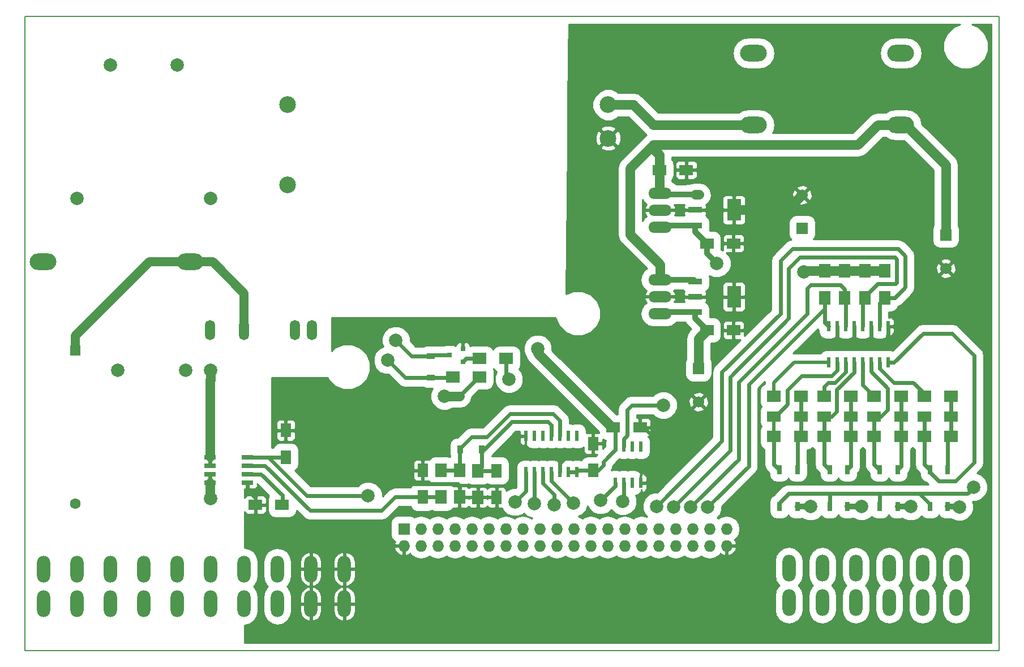
<source format=gbr>
G04 #@! TF.FileFunction,Copper,L1,Top,Signal*
%FSLAX46Y46*%
G04 Gerber Fmt 4.6, Leading zero omitted, Abs format (unit mm)*
G04 Created by KiCad (PCBNEW 4.0.2+e4-6225~38~ubuntu15.10.1-stable) date 2016. máj. 17., kedd, 20.14.27 CEST*
%MOMM*%
G01*
G04 APERTURE LIST*
%ADD10C,0.100000*%
%ADD11C,0.150000*%
%ADD12O,2.000000X4.000000*%
%ADD13R,1.600000X1.600000*%
%ADD14C,1.600000*%
%ADD15C,1.998980*%
%ADD16R,1.727200X1.727200*%
%ADD17O,1.727200X1.727200*%
%ADD18R,2.000000X1.700000*%
%ADD19R,2.000000X1.600000*%
%ADD20R,1.600000X2.000000*%
%ADD21R,0.740000X1.400000*%
%ADD22R,0.800100X0.800100*%
%ADD23R,1.700000X2.000000*%
%ADD24O,3.500120X1.699260*%
%ADD25R,0.600000X1.500000*%
%ADD26O,1.524000X3.000000*%
%ADD27R,0.600000X1.550000*%
%ADD28R,2.150000X3.250000*%
%ADD29R,2.150000X0.950000*%
%ADD30R,1.750000X0.650000*%
%ADD31R,1.220000X0.910000*%
%ADD32R,0.910000X1.220000*%
%ADD33C,2.000000*%
%ADD34C,2.500000*%
%ADD35O,4.000500X2.499360*%
%ADD36C,1.700000*%
%ADD37R,1.700000X1.700000*%
%ADD38C,1.422400*%
%ADD39C,0.609600*%
%ADD40C,0.812800*%
%ADD41C,0.304800*%
%ADD42C,1.320800*%
%ADD43C,0.508000*%
%ADD44C,0.254000*%
G04 APERTURE END LIST*
D10*
D11*
X180000000Y-30000000D02*
X180000000Y-30500000D01*
X34250000Y-30000000D02*
X180000000Y-30000000D01*
X34250000Y-125000000D02*
X34250000Y-30000000D01*
X180000000Y-125000000D02*
X34250000Y-125000000D01*
X180000000Y-30500000D02*
X180000000Y-125000000D01*
D12*
X37024000Y-117984000D03*
X42024000Y-117984000D03*
X47024000Y-117984000D03*
X52024000Y-117984000D03*
X57024000Y-117984000D03*
X62024000Y-117984000D03*
X67024000Y-117984000D03*
X72024000Y-117984000D03*
X77024000Y-117984000D03*
X82024000Y-117984000D03*
X37024000Y-112784000D03*
X42024000Y-112784000D03*
X47024000Y-112784000D03*
X52024000Y-112784000D03*
X57024000Y-112784000D03*
X62024000Y-112784000D03*
X67024000Y-112784000D03*
X72024000Y-112784000D03*
X77024000Y-112784000D03*
X82024000Y-112784000D03*
D13*
X41750000Y-80000000D03*
D14*
X41750000Y-103000000D03*
D15*
X48170000Y-83000000D03*
X58330000Y-83000000D03*
D16*
X90938000Y-106754000D03*
D17*
X90938000Y-109294000D03*
X93478000Y-106754000D03*
X93478000Y-109294000D03*
X96018000Y-106754000D03*
X96018000Y-109294000D03*
X98558000Y-106754000D03*
X98558000Y-109294000D03*
X101098000Y-106754000D03*
X101098000Y-109294000D03*
X103638000Y-106754000D03*
X103638000Y-109294000D03*
X106178000Y-106754000D03*
X106178000Y-109294000D03*
X108718000Y-106754000D03*
X108718000Y-109294000D03*
X111258000Y-106754000D03*
X111258000Y-109294000D03*
X113798000Y-106754000D03*
X113798000Y-109294000D03*
X116338000Y-106754000D03*
X116338000Y-109294000D03*
X118878000Y-106754000D03*
X118878000Y-109294000D03*
X121418000Y-106754000D03*
X121418000Y-109294000D03*
X123958000Y-106754000D03*
X123958000Y-109294000D03*
X126498000Y-106754000D03*
X126498000Y-109294000D03*
X129038000Y-106754000D03*
X129038000Y-109294000D03*
X131578000Y-106754000D03*
X131578000Y-109294000D03*
X134118000Y-106754000D03*
X134118000Y-109294000D03*
X136658000Y-106754000D03*
X136658000Y-109294000D03*
X139198000Y-106754000D03*
X139198000Y-109294000D03*
D12*
X148524000Y-117824000D03*
X153524000Y-117824000D03*
X158524000Y-117824000D03*
X163524000Y-117824000D03*
X168524000Y-117824000D03*
X173524000Y-117824000D03*
X148524000Y-112624000D03*
X153524000Y-112624000D03*
X158524000Y-112624000D03*
X163524000Y-112624000D03*
X168524000Y-112624000D03*
X173524000Y-112624000D03*
D18*
X161288000Y-86932000D03*
X165288000Y-86932000D03*
X168788000Y-86932000D03*
X172788000Y-86932000D03*
X146288000Y-86932000D03*
X150288000Y-86932000D03*
X153788000Y-86932000D03*
X157788000Y-86932000D03*
D19*
X129178000Y-53000000D03*
X133178000Y-53000000D03*
X136250000Y-64000000D03*
X140250000Y-64000000D03*
X172788000Y-89932000D03*
X168788000Y-89932000D03*
X157788000Y-89932000D03*
X153788000Y-89932000D03*
X165288000Y-89932000D03*
X161288000Y-89932000D03*
X150288000Y-89932000D03*
X146288000Y-89932000D03*
D20*
X119250000Y-94000000D03*
X119250000Y-98000000D03*
D19*
X126250000Y-91560000D03*
X122250000Y-91560000D03*
X136250000Y-77000000D03*
X140250000Y-77000000D03*
D20*
X73271000Y-92006000D03*
X73271000Y-96006000D03*
D19*
X72728000Y-103160000D03*
X68728000Y-103160000D03*
D20*
X93750000Y-102000000D03*
X93750000Y-98000000D03*
X104800000Y-98050000D03*
X104800000Y-102050000D03*
D21*
X147118000Y-97932000D03*
X149788000Y-97932000D03*
X147118000Y-103432000D03*
X149788000Y-103432000D03*
X154618000Y-97932000D03*
X157288000Y-97932000D03*
X154618000Y-103432000D03*
X157288000Y-103432000D03*
X169618000Y-97932000D03*
X172288000Y-97932000D03*
X169618000Y-103432000D03*
X172288000Y-103432000D03*
X162118000Y-97932000D03*
X164788000Y-97932000D03*
X162118000Y-103432000D03*
X164788000Y-103432000D03*
D22*
X99748980Y-81700000D03*
X99748980Y-79800000D03*
X97750000Y-80750000D03*
D18*
X168788000Y-92932000D03*
X172788000Y-92932000D03*
X153788000Y-92932000D03*
X157788000Y-92932000D03*
X161288000Y-92932000D03*
X165288000Y-92932000D03*
X146288000Y-92932000D03*
X150288000Y-92932000D03*
D23*
X153888000Y-68132000D03*
X153888000Y-72132000D03*
X156888000Y-68132000D03*
X156888000Y-72132000D03*
X159888000Y-68132000D03*
X159888000Y-72132000D03*
X162888000Y-68132000D03*
X162888000Y-72132000D03*
D18*
X102250000Y-84000000D03*
X98250000Y-84000000D03*
X106250000Y-81250000D03*
X102250000Y-81250000D03*
D23*
X96500000Y-102000000D03*
X96500000Y-98000000D03*
X99250000Y-98000000D03*
X99250000Y-102000000D03*
X102000000Y-102050000D03*
X102000000Y-98050000D03*
D24*
X129260000Y-59040000D03*
X129260000Y-56500000D03*
X129260000Y-61580000D03*
D25*
X154443000Y-81832000D03*
X155713000Y-81832000D03*
X156983000Y-81832000D03*
X158253000Y-81832000D03*
X159523000Y-81832000D03*
X160793000Y-81832000D03*
X162063000Y-81832000D03*
X163333000Y-81832000D03*
X163333000Y-76432000D03*
X162063000Y-76432000D03*
X160793000Y-76432000D03*
X159523000Y-76432000D03*
X158253000Y-76432000D03*
X156983000Y-76432000D03*
X155713000Y-76432000D03*
X154443000Y-76432000D03*
D26*
X61958000Y-76970000D03*
X67038000Y-76970000D03*
X74658000Y-76970000D03*
X77198000Y-76970000D03*
D25*
X116808000Y-92860000D03*
X115538000Y-92860000D03*
X114268000Y-92860000D03*
X112998000Y-92860000D03*
X111728000Y-92860000D03*
X110458000Y-92860000D03*
X109188000Y-92860000D03*
X109188000Y-98260000D03*
X110458000Y-98260000D03*
X111728000Y-98260000D03*
X112998000Y-98260000D03*
X114268000Y-98260000D03*
X115538000Y-98260000D03*
X116808000Y-98260000D03*
D27*
X122523000Y-99860000D03*
X123793000Y-99860000D03*
X125063000Y-99860000D03*
X126333000Y-99860000D03*
X126333000Y-94460000D03*
X125063000Y-94460000D03*
X123793000Y-94460000D03*
X122523000Y-94460000D03*
D28*
X140300000Y-59000000D03*
D29*
X134500000Y-61300000D03*
X134500000Y-59000000D03*
X134500000Y-56700000D03*
D24*
X129260000Y-71994000D03*
X129260000Y-69454000D03*
X129260000Y-74534000D03*
D28*
X140300000Y-72000000D03*
D29*
X134500000Y-74300000D03*
X134500000Y-72000000D03*
X134500000Y-69700000D03*
D30*
X67558000Y-96020000D03*
X67558000Y-97290000D03*
X67558000Y-98560000D03*
X67558000Y-99830000D03*
X61958000Y-96020000D03*
X61958000Y-97290000D03*
X61958000Y-98560000D03*
X61958000Y-99830000D03*
D31*
X95000000Y-84135000D03*
X95000000Y-80865000D03*
D32*
X102600000Y-94850000D03*
X99330000Y-94850000D03*
D33*
X42000000Y-57250000D03*
X62000000Y-57250000D03*
X47000000Y-37250000D03*
X57000000Y-37250000D03*
D34*
X73500000Y-43250000D03*
X73500000Y-55250000D03*
X121500000Y-43250000D03*
X121500000Y-48250000D03*
D35*
X36998520Y-66750000D03*
X59000000Y-66750000D03*
X165250740Y-46250000D03*
X143249260Y-46250000D03*
X165250740Y-35500000D03*
X143249260Y-35500000D03*
D36*
X172000000Y-67750000D03*
D37*
X172000000Y-62750000D03*
D36*
X150500000Y-56750000D03*
D37*
X150500000Y-61750000D03*
D36*
X135000000Y-87750000D03*
D37*
X135000000Y-82750000D03*
D33*
X110980000Y-79764000D03*
X97020000Y-86866000D03*
X137750000Y-67000000D03*
X150746650Y-68246669D03*
X139198000Y-112254000D03*
X91482021Y-112219979D03*
X85600000Y-101800000D03*
X176153780Y-100500000D03*
X151750000Y-103439810D03*
X159400000Y-103400000D03*
X174000000Y-103500000D03*
X166750000Y-103439810D03*
X89750000Y-78500000D03*
X88500006Y-81500000D03*
X116314000Y-102878000D03*
X113393000Y-103132000D03*
X110472000Y-103005000D03*
X107551000Y-102751000D03*
X129750000Y-88250000D03*
X120378000Y-102497000D03*
X123680000Y-102623998D03*
X106662000Y-84336000D03*
X128744751Y-103384890D03*
X131300000Y-103513000D03*
X133840000Y-103513000D03*
X136380000Y-103513000D03*
X62000000Y-102250000D03*
X62000000Y-83000000D03*
D38*
X110980000Y-80490000D02*
X110980000Y-79764000D01*
X122050000Y-91560000D02*
X110980000Y-80490000D01*
X122250000Y-91560000D02*
X122050000Y-91560000D01*
X99235005Y-86864995D02*
X97021005Y-86864995D01*
X97021005Y-86864995D02*
X97020000Y-86866000D01*
D39*
X102100000Y-84000000D02*
X99235005Y-86864995D01*
X99235005Y-86864995D02*
X99121784Y-86864995D01*
X102250000Y-84000000D02*
X102100000Y-84000000D01*
D40*
X136250000Y-64000000D02*
X136250000Y-65500000D01*
X136250000Y-65500000D02*
X137750000Y-67000000D01*
X134500000Y-61300000D02*
X134500000Y-62250000D01*
X134500000Y-62250000D02*
X136250000Y-64000000D01*
X134500000Y-61300000D02*
X129540000Y-61300000D01*
X129540000Y-61300000D02*
X129260000Y-61580000D01*
D38*
X150861319Y-68132000D02*
X150746650Y-68246669D01*
X153888000Y-68132000D02*
X150861319Y-68132000D01*
D39*
X119250000Y-98000000D02*
X117068000Y-98000000D01*
X117068000Y-98000000D02*
X116808000Y-98260000D01*
X122523000Y-94460000D02*
X122523000Y-94935000D01*
X122523000Y-94935000D02*
X121458000Y-96000000D01*
X121458000Y-96000000D02*
X121458000Y-96042000D01*
X121458000Y-96042000D02*
X120750000Y-96750000D01*
X120750000Y-96750000D02*
X120750000Y-97250000D01*
X120750000Y-97250000D02*
X120000000Y-98000000D01*
X120000000Y-98000000D02*
X119250000Y-98000000D01*
D38*
X159888000Y-68132000D02*
X162888000Y-68132000D01*
X156888000Y-68132000D02*
X159888000Y-68132000D01*
X153888000Y-68132000D02*
X156888000Y-68132000D01*
D39*
X122528000Y-91660000D02*
X122528000Y-94455000D01*
X122528000Y-94455000D02*
X122523000Y-94460000D01*
X115538000Y-98260000D02*
X116808000Y-98260000D01*
X172788000Y-89932000D02*
X172788000Y-86932000D01*
X172788000Y-92932000D02*
X172788000Y-89932000D01*
X172288000Y-97932000D02*
X172288000Y-93432000D01*
X172288000Y-93432000D02*
X172788000Y-92932000D01*
D38*
X140300000Y-59000000D02*
X148250000Y-59000000D01*
X148250000Y-59000000D02*
X150500000Y-56750000D01*
D41*
X126333000Y-99860000D02*
X126333000Y-98780200D01*
X126333000Y-98780200D02*
X128100000Y-97013200D01*
X128100000Y-97013200D02*
X128100000Y-94700000D01*
X114268000Y-98260000D02*
X114268000Y-96018000D01*
X114268000Y-96018000D02*
X113750000Y-95500000D01*
X113750000Y-95500000D02*
X109250000Y-95500000D01*
X109250000Y-95500000D02*
X109188000Y-95438000D01*
X109188000Y-95438000D02*
X109188000Y-92860000D01*
D39*
X163333000Y-76432000D02*
X163333000Y-77791600D01*
X163333000Y-77791600D02*
X163304000Y-77820600D01*
X160793000Y-76432000D02*
X160793000Y-78973000D01*
X158253000Y-76432000D02*
X158253000Y-78719000D01*
X155713000Y-76432000D02*
X155713000Y-78465000D01*
X114362199Y-96837801D02*
X115000000Y-96200000D01*
X114237801Y-96837801D02*
X114362199Y-96837801D01*
X114237801Y-97437801D02*
X114237801Y-96837801D01*
X114268000Y-98260000D02*
X114268000Y-97468000D01*
X114268000Y-97468000D02*
X114237801Y-97437801D01*
X92260199Y-100060199D02*
X91800000Y-99600000D01*
X99250000Y-100250000D02*
X99060199Y-100060199D01*
X99060199Y-100060199D02*
X92260199Y-100060199D01*
X99250000Y-102000000D02*
X99250000Y-100250000D01*
X128100000Y-92832000D02*
X128100000Y-94700000D01*
X126628000Y-91560000D02*
X126828000Y-91560000D01*
X126828000Y-91560000D02*
X128100000Y-92832000D01*
X67558000Y-100990000D02*
X68528000Y-101960000D01*
X67558000Y-99830000D02*
X67558000Y-100990000D01*
X157788000Y-92932000D02*
X157788000Y-97432000D01*
X157788000Y-97432000D02*
X157288000Y-97932000D01*
X157788000Y-89932000D02*
X157788000Y-92932000D01*
X157788000Y-86932000D02*
X157788000Y-89932000D01*
X165288000Y-92932000D02*
X165288000Y-97432000D01*
X165288000Y-97432000D02*
X164788000Y-97932000D01*
X165288000Y-89932000D02*
X165288000Y-92932000D01*
X165288000Y-86932000D02*
X165288000Y-89932000D01*
X150288000Y-89932000D02*
X150288000Y-92932000D01*
X150288000Y-86932000D02*
X150288000Y-89932000D01*
X149788000Y-97932000D02*
X149788000Y-93432000D01*
X149788000Y-93432000D02*
X150288000Y-92932000D01*
D38*
X135000000Y-82750000D02*
X135000000Y-78250000D01*
X135000000Y-78250000D02*
X136250000Y-77000000D01*
D39*
X70627855Y-96020000D02*
X76407855Y-101800000D01*
X76407855Y-101800000D02*
X84185787Y-101800000D01*
X84185787Y-101800000D02*
X85600000Y-101800000D01*
X73271000Y-96006000D02*
X70641855Y-96006000D01*
X70641855Y-96006000D02*
X70627855Y-96020000D01*
D40*
X134500000Y-74300000D02*
X134500000Y-75250000D01*
X134500000Y-75250000D02*
X136250000Y-77000000D01*
X134500000Y-74300000D02*
X129494000Y-74300000D01*
X129494000Y-74300000D02*
X129260000Y-74534000D01*
D39*
X85623196Y-101823196D02*
X85600000Y-101800000D01*
X67558000Y-96020000D02*
X70627855Y-96020000D01*
X67558000Y-98560000D02*
X69560000Y-98560000D01*
X69560000Y-98560000D02*
X72750000Y-101750000D01*
X72750000Y-103138000D02*
X72728000Y-103160000D01*
X72750000Y-101750000D02*
X72750000Y-103138000D01*
X67558000Y-97290000D02*
X70137711Y-97290000D01*
X70137711Y-97290000D02*
X76887513Y-104039802D01*
X76887513Y-104039802D02*
X87593198Y-104039802D01*
X87593198Y-104039802D02*
X89633000Y-102000000D01*
X89633000Y-102000000D02*
X93750000Y-102000000D01*
X93750000Y-102000000D02*
X96500000Y-102000000D01*
X99330000Y-94850000D02*
X99330000Y-94695000D01*
X99330000Y-94695000D02*
X101053000Y-92972000D01*
X113255389Y-89505389D02*
X114268000Y-90518000D01*
X101053000Y-92972000D02*
X103360000Y-92972000D01*
X103360000Y-92972000D02*
X106826611Y-89505389D01*
X106826611Y-89505389D02*
X113255389Y-89505389D01*
X114268000Y-90518000D02*
X114268000Y-91500400D01*
X114268000Y-91500400D02*
X114268000Y-92860000D01*
X99250000Y-98000000D02*
X99250000Y-94930000D01*
X99250000Y-94930000D02*
X99330000Y-94850000D01*
X96500000Y-98000000D02*
X99250000Y-98000000D01*
X168016000Y-101500000D02*
X175250000Y-101500000D01*
X175250000Y-101500000D02*
X176153780Y-100596220D01*
X176153780Y-100596220D02*
X176153780Y-100500000D01*
X154623708Y-101500000D02*
X148500000Y-101500000D01*
X148500000Y-101500000D02*
X147118000Y-102882000D01*
X147118000Y-102882000D02*
X147118000Y-103432000D01*
X162114623Y-101500000D02*
X154623708Y-101500000D01*
X154618000Y-103432000D02*
X154618000Y-103102000D01*
X154618000Y-103102000D02*
X154623708Y-103096292D01*
X154623708Y-103096292D02*
X154623708Y-101500000D01*
X168016000Y-101500000D02*
X162114623Y-101500000D01*
X162118000Y-103432000D02*
X162118000Y-102122400D01*
X162118000Y-102122400D02*
X162114623Y-102119023D01*
X162114623Y-102119023D02*
X162114623Y-101500000D01*
X169618000Y-103432000D02*
X169618000Y-103102000D01*
X169618000Y-103102000D02*
X168016000Y-101500000D01*
D40*
X149788000Y-103432000D02*
X151742190Y-103432000D01*
X151742190Y-103432000D02*
X151750000Y-103439810D01*
X159368000Y-103432000D02*
X159400000Y-103400000D01*
X157288000Y-103432000D02*
X159368000Y-103432000D01*
D39*
X157288000Y-103432000D02*
X157288000Y-103560000D01*
D40*
X172288000Y-103432000D02*
X173932000Y-103432000D01*
X173932000Y-103432000D02*
X174000000Y-103500000D01*
X164788000Y-103432000D02*
X166742190Y-103432000D01*
X166742190Y-103432000D02*
X166750000Y-103439810D01*
D39*
X95000000Y-80865000D02*
X92115000Y-80865000D01*
X90749999Y-79499999D02*
X89750000Y-78500000D01*
X92115000Y-80865000D02*
X90749999Y-79499999D01*
X97750000Y-80750000D02*
X95115000Y-80750000D01*
X95115000Y-80750000D02*
X95000000Y-80865000D01*
X95000000Y-84135000D02*
X91135006Y-84135000D01*
X91135006Y-84135000D02*
X88500006Y-81500000D01*
X95000000Y-84135000D02*
X98115000Y-84135000D01*
X98115000Y-84135000D02*
X98250000Y-84000000D01*
D40*
X88500006Y-81230006D02*
X88500006Y-81500000D01*
D39*
X116256400Y-102878000D02*
X116314000Y-102878000D01*
X112998000Y-99619600D02*
X116256400Y-102878000D01*
X112998000Y-98260000D02*
X112998000Y-99619600D01*
X113393000Y-101717787D02*
X113393000Y-103132000D01*
X111728000Y-98260000D02*
X111728000Y-99950189D01*
X113393000Y-101615189D02*
X113393000Y-101717787D01*
X111728000Y-99950189D02*
X113393000Y-101615189D01*
X110458000Y-102991000D02*
X110472000Y-103005000D01*
X110458000Y-98260000D02*
X110458000Y-102991000D01*
X108550999Y-101751001D02*
X107551000Y-102751000D01*
X109188000Y-101114000D02*
X108550999Y-101751001D01*
X109188000Y-98260000D02*
X109188000Y-101114000D01*
X124310199Y-88939801D02*
X125000000Y-88250000D01*
X125000000Y-88250000D02*
X129750000Y-88250000D01*
X123793000Y-94460000D02*
X123793000Y-93299801D01*
X123793000Y-93299801D02*
X124310199Y-92782602D01*
X124310199Y-92782602D02*
X124310199Y-88939801D01*
X122523000Y-99860000D02*
X122523000Y-100335000D01*
X120378000Y-102480000D02*
X120378000Y-102497000D01*
X122523000Y-100335000D02*
X120378000Y-102480000D01*
X123793000Y-102510998D02*
X123680000Y-102623998D01*
X123793000Y-99860000D02*
X123793000Y-102510998D01*
X106250000Y-83924000D02*
X106662000Y-84336000D01*
X106250000Y-81250000D02*
X106250000Y-83924000D01*
X129744750Y-102384891D02*
X128744751Y-103384890D01*
X138510780Y-93618861D02*
X129744750Y-102384891D01*
X138510780Y-93489220D02*
X138510780Y-93618861D01*
X162888000Y-72132000D02*
X164347600Y-72132000D01*
X149053360Y-64815590D02*
X147250000Y-66618950D01*
X147250000Y-66618950D02*
X147250000Y-74500000D01*
X164347600Y-72132000D02*
X165922411Y-70557189D01*
X165922411Y-70557189D02*
X165922410Y-65864624D01*
X165922410Y-65864624D02*
X164873375Y-64815589D01*
X164873375Y-64815589D02*
X149053360Y-64815590D01*
X147250000Y-74500000D02*
X138510780Y-83239220D01*
X138510780Y-83239220D02*
X138510780Y-93489220D01*
X138510780Y-93489220D02*
X138500000Y-93500000D01*
X162888000Y-72132000D02*
X162063000Y-72957000D01*
X162063000Y-72957000D02*
X162063000Y-76432000D01*
X139755390Y-95057610D02*
X132299999Y-102513001D01*
X132299999Y-102513001D02*
X131300000Y-103513000D01*
X148500000Y-75250000D02*
X139755390Y-83994610D01*
X139755390Y-83994610D02*
X139755390Y-95057610D01*
X148500000Y-67750000D02*
X148500000Y-75250000D01*
X164489841Y-70071801D02*
X164677801Y-69883841D01*
X164357841Y-66060199D02*
X150189801Y-66060199D01*
X150189801Y-66060199D02*
X148500000Y-67750000D01*
X164677801Y-69883841D02*
X164677801Y-66380159D01*
X164677801Y-66380159D02*
X164357841Y-66060199D01*
X161798199Y-70071801D02*
X164489841Y-70071801D01*
X159888000Y-71982000D02*
X161798199Y-70071801D01*
X159888000Y-72132000D02*
X159888000Y-71982000D01*
X159888000Y-72132000D02*
X159523000Y-72497000D01*
X159523000Y-72497000D02*
X159523000Y-76432000D01*
X156888000Y-72132000D02*
X156888000Y-70888000D01*
X156888000Y-70888000D02*
X156250000Y-70250000D01*
X156250000Y-70250000D02*
X151750000Y-70250000D01*
X151750000Y-70250000D02*
X151250000Y-70750000D01*
X141000000Y-96353000D02*
X134839999Y-102513001D01*
X151250000Y-70750000D02*
X151250000Y-74500000D01*
X151250000Y-74500000D02*
X141000000Y-84750000D01*
X141000000Y-84750000D02*
X141000000Y-96353000D01*
X134839999Y-102513001D02*
X133840000Y-103513000D01*
X156888000Y-72132000D02*
X156983000Y-72227000D01*
X156983000Y-72227000D02*
X156983000Y-76432000D01*
X137379999Y-102513001D02*
X136380000Y-103513000D01*
X142500000Y-97393000D02*
X137379999Y-102513001D01*
X142500000Y-85129600D02*
X142500000Y-97393000D01*
X153888000Y-73741600D02*
X142500000Y-85129600D01*
X153888000Y-72132000D02*
X153888000Y-73741600D01*
X153888000Y-72132000D02*
X153888000Y-72282000D01*
X153888000Y-72132000D02*
X153888000Y-75877000D01*
X153888000Y-75877000D02*
X154443000Y-76432000D01*
D42*
X59000000Y-66750000D02*
X62321050Y-66750000D01*
X62321050Y-66750000D02*
X67038000Y-71466950D01*
X67038000Y-71466950D02*
X67038000Y-74149200D01*
X67038000Y-74149200D02*
X67038000Y-76970000D01*
X41750000Y-80000000D02*
X41750000Y-77879200D01*
X41750000Y-77879200D02*
X52879200Y-66750000D01*
X52879200Y-66750000D02*
X55678950Y-66750000D01*
X55678950Y-66750000D02*
X59000000Y-66750000D01*
D38*
X61958000Y-99830000D02*
X61958000Y-102208000D01*
X61958000Y-102208000D02*
X62000000Y-102250000D01*
D39*
X61958000Y-98560000D02*
X61958000Y-99830000D01*
X102250000Y-81250000D02*
X100198980Y-81250000D01*
X100198980Y-81250000D02*
X99748980Y-81700000D01*
D43*
X146288000Y-86932000D02*
X146288000Y-84842000D01*
X146288000Y-84842000D02*
X149298000Y-81832000D01*
X149298000Y-81832000D02*
X153635000Y-81832000D01*
X153635000Y-81832000D02*
X154443000Y-81832000D01*
D39*
X153788000Y-86932000D02*
X153788000Y-85470000D01*
X153788000Y-85470000D02*
X154414000Y-84844000D01*
X154414000Y-84844000D02*
X155430000Y-84844000D01*
X155430000Y-84844000D02*
X156983000Y-83291000D01*
X156983000Y-83291000D02*
X156983000Y-83191600D01*
X156983000Y-83191600D02*
X156983000Y-81832000D01*
X159523000Y-81832000D02*
X159523000Y-85167000D01*
X159523000Y-85167000D02*
X161288000Y-86932000D01*
X168788000Y-86932000D02*
X168788000Y-86518000D01*
X168788000Y-86518000D02*
X167114000Y-84844000D01*
X167114000Y-84844000D02*
X164197718Y-84844000D01*
X164197718Y-84844000D02*
X162063000Y-82709282D01*
X162063000Y-82709282D02*
X162063000Y-81832000D01*
X102600000Y-94850000D02*
X103006000Y-94850000D01*
X103006000Y-94850000D02*
X107106000Y-90750000D01*
X107106000Y-90750000D02*
X112500000Y-90750000D01*
X112500000Y-90750000D02*
X112998000Y-91248000D01*
X112998000Y-91248000D02*
X112998000Y-91500400D01*
X112998000Y-91500400D02*
X112998000Y-92860000D01*
X102000000Y-98050000D02*
X104800000Y-98050000D01*
X102600000Y-94850000D02*
X102600000Y-97450000D01*
X102600000Y-97450000D02*
X102000000Y-98050000D01*
X163333000Y-81832000D02*
X164242600Y-81832000D01*
X164242600Y-81832000D02*
X168596600Y-77478000D01*
X168596600Y-77478000D02*
X172956000Y-77478000D01*
X173464000Y-99576000D02*
X170932000Y-99576000D01*
X172956000Y-77478000D02*
X176258000Y-80780000D01*
X176258000Y-80780000D02*
X176258000Y-96782000D01*
X176258000Y-96782000D02*
X173464000Y-99576000D01*
X170932000Y-99576000D02*
X169618000Y-98262000D01*
X169618000Y-98262000D02*
X169618000Y-97932000D01*
X168788000Y-89932000D02*
X168788000Y-92932000D01*
X168788000Y-92932000D02*
X168788000Y-97102000D01*
X168788000Y-97102000D02*
X169618000Y-97932000D01*
X158253000Y-81832000D02*
X158253000Y-83314170D01*
X158253000Y-83314170D02*
X155684000Y-85883170D01*
X155684000Y-85883170D02*
X155684000Y-89162000D01*
X155684000Y-89162000D02*
X154914000Y-89932000D01*
X154914000Y-89932000D02*
X153788000Y-89932000D01*
X153788000Y-89932000D02*
X153788000Y-92932000D01*
X153788000Y-92932000D02*
X153788000Y-97102000D01*
X153788000Y-97102000D02*
X154618000Y-97932000D01*
X161288000Y-89932000D02*
X162280000Y-89932000D01*
X162280000Y-89932000D02*
X163304000Y-88908000D01*
X163304000Y-88908000D02*
X163304000Y-85702600D01*
X163304000Y-85702600D02*
X160793000Y-83191600D01*
X160793000Y-83191600D02*
X160793000Y-81832000D01*
X161288000Y-92932000D02*
X161288000Y-97102000D01*
X161288000Y-97102000D02*
X162118000Y-97932000D01*
X161288000Y-92932000D02*
X161288000Y-89932000D01*
X155713000Y-81832000D02*
X155713000Y-83037000D01*
X155713000Y-83037000D02*
X154922000Y-83828000D01*
X154922000Y-83828000D02*
X150444718Y-83828000D01*
X150444718Y-83828000D02*
X148318000Y-85954718D01*
X148318000Y-85954718D02*
X148318000Y-88102000D01*
X148318000Y-88102000D02*
X146488000Y-89932000D01*
X146488000Y-89932000D02*
X146288000Y-89932000D01*
X146288000Y-92932000D02*
X146288000Y-97102000D01*
X146288000Y-97102000D02*
X147118000Y-97932000D01*
D43*
X146288000Y-92932000D02*
X146288000Y-89932000D01*
D38*
X62000000Y-83000000D02*
X62000000Y-84414213D01*
X62000000Y-84414213D02*
X61958000Y-84456213D01*
X61958000Y-84456213D02*
X61958000Y-95948999D01*
D39*
X61958000Y-97290000D02*
X61958000Y-96020000D01*
D38*
X121500000Y-43250000D02*
X125250000Y-43250000D01*
X125250000Y-43250000D02*
X128250000Y-46250000D01*
X128250000Y-46250000D02*
X137250000Y-46250000D01*
X137250000Y-46250000D02*
X143249260Y-46250000D01*
X172000000Y-52248690D02*
X172000000Y-62750000D01*
X165250740Y-46250000D02*
X166001310Y-46250000D01*
X166001310Y-46250000D02*
X172000000Y-52248690D01*
X128250000Y-49250000D02*
X158828090Y-49250000D01*
X158828090Y-49250000D02*
X161828090Y-46250000D01*
X161828090Y-46250000D02*
X165250740Y-46250000D01*
X129178000Y-53000000D02*
X129178000Y-50777600D01*
X129178000Y-50777600D02*
X128250000Y-49849600D01*
X128250000Y-49849600D02*
X128250000Y-49250000D01*
X134500000Y-56700000D02*
X135100000Y-56700000D01*
D40*
X134500000Y-56700000D02*
X129460000Y-56700000D01*
X129460000Y-56700000D02*
X129260000Y-56500000D01*
D38*
X129178000Y-53000000D02*
X129178000Y-56418000D01*
X129178000Y-56418000D02*
X129260000Y-56500000D01*
X129260000Y-67181970D02*
X129260000Y-69454000D01*
X128250000Y-49250000D02*
X124750000Y-52750000D01*
X124750000Y-62671970D02*
X129260000Y-67181970D01*
X124750000Y-52750000D02*
X124750000Y-62671970D01*
D40*
X129260000Y-69454000D02*
X134254000Y-69454000D01*
X134254000Y-69454000D02*
X134500000Y-69700000D01*
D44*
G36*
X173089582Y-31635450D02*
X172138788Y-32584586D01*
X171623588Y-33825326D01*
X171622415Y-35168780D01*
X172135450Y-36410418D01*
X173084586Y-37361212D01*
X174325326Y-37876412D01*
X175668780Y-37877585D01*
X176910418Y-37364550D01*
X177861212Y-36415414D01*
X178376412Y-35174674D01*
X178377585Y-33831220D01*
X177864550Y-32589582D01*
X176915414Y-31638788D01*
X175863511Y-31202000D01*
X178798000Y-31202000D01*
X178798000Y-123798000D01*
X67127000Y-123798000D01*
X67127000Y-121151774D01*
X67837968Y-121010354D01*
X68528016Y-120549278D01*
X68989092Y-119859230D01*
X69151000Y-119045262D01*
X69151000Y-116922738D01*
X68989092Y-116108770D01*
X68528016Y-115418722D01*
X68476051Y-115384000D01*
X68528016Y-115349278D01*
X68989092Y-114659230D01*
X69151000Y-113845262D01*
X69151000Y-111722738D01*
X69897000Y-111722738D01*
X69897000Y-113845262D01*
X70058908Y-114659230D01*
X70519984Y-115349278D01*
X70571949Y-115384000D01*
X70519984Y-115418722D01*
X70058908Y-116108770D01*
X69897000Y-116922738D01*
X69897000Y-119045262D01*
X70058908Y-119859230D01*
X70519984Y-120549278D01*
X71210032Y-121010354D01*
X72024000Y-121172262D01*
X72837968Y-121010354D01*
X73528016Y-120549278D01*
X73989092Y-119859230D01*
X74151000Y-119045262D01*
X74151000Y-118111000D01*
X75389000Y-118111000D01*
X75389000Y-119111000D01*
X75562058Y-119727020D01*
X75957683Y-120229922D01*
X76515645Y-120543144D01*
X76643566Y-120574124D01*
X76897000Y-120454777D01*
X76897000Y-118111000D01*
X77151000Y-118111000D01*
X77151000Y-120454777D01*
X77404434Y-120574124D01*
X77532355Y-120543144D01*
X78090317Y-120229922D01*
X78485942Y-119727020D01*
X78659000Y-119111000D01*
X78659000Y-118111000D01*
X80389000Y-118111000D01*
X80389000Y-119111000D01*
X80562058Y-119727020D01*
X80957683Y-120229922D01*
X81515645Y-120543144D01*
X81643566Y-120574124D01*
X81897000Y-120454777D01*
X81897000Y-118111000D01*
X82151000Y-118111000D01*
X82151000Y-120454777D01*
X82404434Y-120574124D01*
X82532355Y-120543144D01*
X83090317Y-120229922D01*
X83485942Y-119727020D01*
X83659000Y-119111000D01*
X83659000Y-118111000D01*
X82151000Y-118111000D01*
X81897000Y-118111000D01*
X80389000Y-118111000D01*
X78659000Y-118111000D01*
X77151000Y-118111000D01*
X76897000Y-118111000D01*
X75389000Y-118111000D01*
X74151000Y-118111000D01*
X74151000Y-116922738D01*
X74137924Y-116857000D01*
X75389000Y-116857000D01*
X75389000Y-117857000D01*
X76897000Y-117857000D01*
X76897000Y-115513223D01*
X77151000Y-115513223D01*
X77151000Y-117857000D01*
X78659000Y-117857000D01*
X78659000Y-116857000D01*
X80389000Y-116857000D01*
X80389000Y-117857000D01*
X81897000Y-117857000D01*
X81897000Y-115513223D01*
X82151000Y-115513223D01*
X82151000Y-117857000D01*
X83659000Y-117857000D01*
X83659000Y-116857000D01*
X83485942Y-116240980D01*
X83090317Y-115738078D01*
X82532355Y-115424856D01*
X82404434Y-115393876D01*
X82151000Y-115513223D01*
X81897000Y-115513223D01*
X81643566Y-115393876D01*
X81515645Y-115424856D01*
X80957683Y-115738078D01*
X80562058Y-116240980D01*
X80389000Y-116857000D01*
X78659000Y-116857000D01*
X78485942Y-116240980D01*
X78090317Y-115738078D01*
X77532355Y-115424856D01*
X77404434Y-115393876D01*
X77151000Y-115513223D01*
X76897000Y-115513223D01*
X76643566Y-115393876D01*
X76515645Y-115424856D01*
X75957683Y-115738078D01*
X75562058Y-116240980D01*
X75389000Y-116857000D01*
X74137924Y-116857000D01*
X73989092Y-116108770D01*
X73528016Y-115418722D01*
X73476051Y-115384000D01*
X73528016Y-115349278D01*
X73989092Y-114659230D01*
X74151000Y-113845262D01*
X74151000Y-112911000D01*
X75389000Y-112911000D01*
X75389000Y-113911000D01*
X75562058Y-114527020D01*
X75957683Y-115029922D01*
X76515645Y-115343144D01*
X76643566Y-115374124D01*
X76897000Y-115254777D01*
X76897000Y-112911000D01*
X77151000Y-112911000D01*
X77151000Y-115254777D01*
X77404434Y-115374124D01*
X77532355Y-115343144D01*
X78090317Y-115029922D01*
X78485942Y-114527020D01*
X78659000Y-113911000D01*
X78659000Y-112911000D01*
X80389000Y-112911000D01*
X80389000Y-113911000D01*
X80562058Y-114527020D01*
X80957683Y-115029922D01*
X81515645Y-115343144D01*
X81643566Y-115374124D01*
X81897000Y-115254777D01*
X81897000Y-112911000D01*
X82151000Y-112911000D01*
X82151000Y-115254777D01*
X82404434Y-115374124D01*
X82532355Y-115343144D01*
X83090317Y-115029922D01*
X83485942Y-114527020D01*
X83659000Y-113911000D01*
X83659000Y-112911000D01*
X82151000Y-112911000D01*
X81897000Y-112911000D01*
X80389000Y-112911000D01*
X78659000Y-112911000D01*
X77151000Y-112911000D01*
X76897000Y-112911000D01*
X75389000Y-112911000D01*
X74151000Y-112911000D01*
X74151000Y-111722738D01*
X74137924Y-111657000D01*
X75389000Y-111657000D01*
X75389000Y-112657000D01*
X76897000Y-112657000D01*
X76897000Y-110313223D01*
X77151000Y-110313223D01*
X77151000Y-112657000D01*
X78659000Y-112657000D01*
X78659000Y-111657000D01*
X80389000Y-111657000D01*
X80389000Y-112657000D01*
X81897000Y-112657000D01*
X81897000Y-110313223D01*
X82151000Y-110313223D01*
X82151000Y-112657000D01*
X83659000Y-112657000D01*
X83659000Y-111657000D01*
X83632520Y-111562738D01*
X146397000Y-111562738D01*
X146397000Y-113685262D01*
X146558908Y-114499230D01*
X147019984Y-115189278D01*
X147071949Y-115224000D01*
X147019984Y-115258722D01*
X146558908Y-115948770D01*
X146397000Y-116762738D01*
X146397000Y-118885262D01*
X146558908Y-119699230D01*
X147019984Y-120389278D01*
X147710032Y-120850354D01*
X148524000Y-121012262D01*
X149337968Y-120850354D01*
X150028016Y-120389278D01*
X150489092Y-119699230D01*
X150651000Y-118885262D01*
X150651000Y-116762738D01*
X150489092Y-115948770D01*
X150028016Y-115258722D01*
X149976051Y-115224000D01*
X150028016Y-115189278D01*
X150489092Y-114499230D01*
X150651000Y-113685262D01*
X150651000Y-111562738D01*
X151397000Y-111562738D01*
X151397000Y-113685262D01*
X151558908Y-114499230D01*
X152019984Y-115189278D01*
X152071949Y-115224000D01*
X152019984Y-115258722D01*
X151558908Y-115948770D01*
X151397000Y-116762738D01*
X151397000Y-118885262D01*
X151558908Y-119699230D01*
X152019984Y-120389278D01*
X152710032Y-120850354D01*
X153524000Y-121012262D01*
X154337968Y-120850354D01*
X155028016Y-120389278D01*
X155489092Y-119699230D01*
X155651000Y-118885262D01*
X155651000Y-116762738D01*
X155489092Y-115948770D01*
X155028016Y-115258722D01*
X154976051Y-115224000D01*
X155028016Y-115189278D01*
X155489092Y-114499230D01*
X155651000Y-113685262D01*
X155651000Y-111562738D01*
X156397000Y-111562738D01*
X156397000Y-113685262D01*
X156558908Y-114499230D01*
X157019984Y-115189278D01*
X157071949Y-115224000D01*
X157019984Y-115258722D01*
X156558908Y-115948770D01*
X156397000Y-116762738D01*
X156397000Y-118885262D01*
X156558908Y-119699230D01*
X157019984Y-120389278D01*
X157710032Y-120850354D01*
X158524000Y-121012262D01*
X159337968Y-120850354D01*
X160028016Y-120389278D01*
X160489092Y-119699230D01*
X160651000Y-118885262D01*
X160651000Y-116762738D01*
X160489092Y-115948770D01*
X160028016Y-115258722D01*
X159976051Y-115224000D01*
X160028016Y-115189278D01*
X160489092Y-114499230D01*
X160651000Y-113685262D01*
X160651000Y-111562738D01*
X161397000Y-111562738D01*
X161397000Y-113685262D01*
X161558908Y-114499230D01*
X162019984Y-115189278D01*
X162071949Y-115224000D01*
X162019984Y-115258722D01*
X161558908Y-115948770D01*
X161397000Y-116762738D01*
X161397000Y-118885262D01*
X161558908Y-119699230D01*
X162019984Y-120389278D01*
X162710032Y-120850354D01*
X163524000Y-121012262D01*
X164337968Y-120850354D01*
X165028016Y-120389278D01*
X165489092Y-119699230D01*
X165651000Y-118885262D01*
X165651000Y-116762738D01*
X165489092Y-115948770D01*
X165028016Y-115258722D01*
X164976051Y-115224000D01*
X165028016Y-115189278D01*
X165489092Y-114499230D01*
X165651000Y-113685262D01*
X165651000Y-111562738D01*
X166397000Y-111562738D01*
X166397000Y-113685262D01*
X166558908Y-114499230D01*
X167019984Y-115189278D01*
X167071949Y-115224000D01*
X167019984Y-115258722D01*
X166558908Y-115948770D01*
X166397000Y-116762738D01*
X166397000Y-118885262D01*
X166558908Y-119699230D01*
X167019984Y-120389278D01*
X167710032Y-120850354D01*
X168524000Y-121012262D01*
X169337968Y-120850354D01*
X170028016Y-120389278D01*
X170489092Y-119699230D01*
X170651000Y-118885262D01*
X170651000Y-116762738D01*
X170489092Y-115948770D01*
X170028016Y-115258722D01*
X169976051Y-115224000D01*
X170028016Y-115189278D01*
X170489092Y-114499230D01*
X170651000Y-113685262D01*
X170651000Y-111562738D01*
X171397000Y-111562738D01*
X171397000Y-113685262D01*
X171558908Y-114499230D01*
X172019984Y-115189278D01*
X172071949Y-115224000D01*
X172019984Y-115258722D01*
X171558908Y-115948770D01*
X171397000Y-116762738D01*
X171397000Y-118885262D01*
X171558908Y-119699230D01*
X172019984Y-120389278D01*
X172710032Y-120850354D01*
X173524000Y-121012262D01*
X174337968Y-120850354D01*
X175028016Y-120389278D01*
X175489092Y-119699230D01*
X175651000Y-118885262D01*
X175651000Y-116762738D01*
X175489092Y-115948770D01*
X175028016Y-115258722D01*
X174976051Y-115224000D01*
X175028016Y-115189278D01*
X175489092Y-114499230D01*
X175651000Y-113685262D01*
X175651000Y-111562738D01*
X175489092Y-110748770D01*
X175028016Y-110058722D01*
X174337968Y-109597646D01*
X173524000Y-109435738D01*
X172710032Y-109597646D01*
X172019984Y-110058722D01*
X171558908Y-110748770D01*
X171397000Y-111562738D01*
X170651000Y-111562738D01*
X170489092Y-110748770D01*
X170028016Y-110058722D01*
X169337968Y-109597646D01*
X168524000Y-109435738D01*
X167710032Y-109597646D01*
X167019984Y-110058722D01*
X166558908Y-110748770D01*
X166397000Y-111562738D01*
X165651000Y-111562738D01*
X165489092Y-110748770D01*
X165028016Y-110058722D01*
X164337968Y-109597646D01*
X163524000Y-109435738D01*
X162710032Y-109597646D01*
X162019984Y-110058722D01*
X161558908Y-110748770D01*
X161397000Y-111562738D01*
X160651000Y-111562738D01*
X160489092Y-110748770D01*
X160028016Y-110058722D01*
X159337968Y-109597646D01*
X158524000Y-109435738D01*
X157710032Y-109597646D01*
X157019984Y-110058722D01*
X156558908Y-110748770D01*
X156397000Y-111562738D01*
X155651000Y-111562738D01*
X155489092Y-110748770D01*
X155028016Y-110058722D01*
X154337968Y-109597646D01*
X153524000Y-109435738D01*
X152710032Y-109597646D01*
X152019984Y-110058722D01*
X151558908Y-110748770D01*
X151397000Y-111562738D01*
X150651000Y-111562738D01*
X150489092Y-110748770D01*
X150028016Y-110058722D01*
X149337968Y-109597646D01*
X148524000Y-109435738D01*
X147710032Y-109597646D01*
X147019984Y-110058722D01*
X146558908Y-110748770D01*
X146397000Y-111562738D01*
X83632520Y-111562738D01*
X83485942Y-111040980D01*
X83090317Y-110538078D01*
X82532355Y-110224856D01*
X82404434Y-110193876D01*
X82151000Y-110313223D01*
X81897000Y-110313223D01*
X81643566Y-110193876D01*
X81515645Y-110224856D01*
X80957683Y-110538078D01*
X80562058Y-111040980D01*
X80389000Y-111657000D01*
X78659000Y-111657000D01*
X78485942Y-111040980D01*
X78090317Y-110538078D01*
X77532355Y-110224856D01*
X77404434Y-110193876D01*
X77151000Y-110313223D01*
X76897000Y-110313223D01*
X76643566Y-110193876D01*
X76515645Y-110224856D01*
X75957683Y-110538078D01*
X75562058Y-111040980D01*
X75389000Y-111657000D01*
X74137924Y-111657000D01*
X73989092Y-110908770D01*
X73528016Y-110218722D01*
X72837968Y-109757646D01*
X72312007Y-109653026D01*
X89483042Y-109653026D01*
X89655312Y-110068947D01*
X90049510Y-110500821D01*
X90578973Y-110748968D01*
X90811000Y-110628469D01*
X90811000Y-109421000D01*
X89604183Y-109421000D01*
X89483042Y-109653026D01*
X72312007Y-109653026D01*
X72024000Y-109595738D01*
X71210032Y-109757646D01*
X70519984Y-110218722D01*
X70058908Y-110908770D01*
X69897000Y-111722738D01*
X69151000Y-111722738D01*
X68989092Y-110908770D01*
X68528016Y-110218722D01*
X67837968Y-109757646D01*
X67127000Y-109616226D01*
X67127000Y-105890400D01*
X88925321Y-105890400D01*
X88925321Y-107617600D01*
X89003906Y-108035241D01*
X89250731Y-108418819D01*
X89598428Y-108656391D01*
X89483042Y-108934974D01*
X89604183Y-109167000D01*
X90811000Y-109167000D01*
X90811000Y-109147000D01*
X91065000Y-109147000D01*
X91065000Y-109167000D01*
X91085000Y-109167000D01*
X91085000Y-109421000D01*
X91065000Y-109421000D01*
X91065000Y-110628469D01*
X91297027Y-110748968D01*
X91826490Y-110500821D01*
X91867373Y-110456031D01*
X92031435Y-110701567D01*
X92677232Y-111133075D01*
X93439002Y-111284600D01*
X93516998Y-111284600D01*
X94278768Y-111133075D01*
X94748000Y-110819544D01*
X95217232Y-111133075D01*
X95979002Y-111284600D01*
X96056998Y-111284600D01*
X96818768Y-111133075D01*
X97288000Y-110819544D01*
X97757232Y-111133075D01*
X98519002Y-111284600D01*
X98596998Y-111284600D01*
X99358768Y-111133075D01*
X99828000Y-110819544D01*
X100297232Y-111133075D01*
X101059002Y-111284600D01*
X101136998Y-111284600D01*
X101898768Y-111133075D01*
X102368000Y-110819544D01*
X102837232Y-111133075D01*
X103599002Y-111284600D01*
X103676998Y-111284600D01*
X104438768Y-111133075D01*
X104908000Y-110819544D01*
X105377232Y-111133075D01*
X106139002Y-111284600D01*
X106216998Y-111284600D01*
X106978768Y-111133075D01*
X107448000Y-110819544D01*
X107917232Y-111133075D01*
X108679002Y-111284600D01*
X108756998Y-111284600D01*
X109518768Y-111133075D01*
X109988000Y-110819544D01*
X110457232Y-111133075D01*
X111219002Y-111284600D01*
X111296998Y-111284600D01*
X112058768Y-111133075D01*
X112528000Y-110819544D01*
X112997232Y-111133075D01*
X113759002Y-111284600D01*
X113836998Y-111284600D01*
X114598768Y-111133075D01*
X115068000Y-110819544D01*
X115537232Y-111133075D01*
X116299002Y-111284600D01*
X116376998Y-111284600D01*
X117138768Y-111133075D01*
X117608000Y-110819544D01*
X118077232Y-111133075D01*
X118839002Y-111284600D01*
X118916998Y-111284600D01*
X119678768Y-111133075D01*
X120148000Y-110819544D01*
X120617232Y-111133075D01*
X121379002Y-111284600D01*
X121456998Y-111284600D01*
X122218768Y-111133075D01*
X122688000Y-110819544D01*
X123157232Y-111133075D01*
X123919002Y-111284600D01*
X123996998Y-111284600D01*
X124758768Y-111133075D01*
X125228000Y-110819544D01*
X125697232Y-111133075D01*
X126459002Y-111284600D01*
X126536998Y-111284600D01*
X127298768Y-111133075D01*
X127768000Y-110819544D01*
X128237232Y-111133075D01*
X128999002Y-111284600D01*
X129076998Y-111284600D01*
X129838768Y-111133075D01*
X130308000Y-110819544D01*
X130777232Y-111133075D01*
X131539002Y-111284600D01*
X131616998Y-111284600D01*
X132378768Y-111133075D01*
X132848000Y-110819544D01*
X133317232Y-111133075D01*
X134079002Y-111284600D01*
X134156998Y-111284600D01*
X134918768Y-111133075D01*
X135388000Y-110819544D01*
X135857232Y-111133075D01*
X136619002Y-111284600D01*
X136696998Y-111284600D01*
X137458768Y-111133075D01*
X138104565Y-110701567D01*
X138268627Y-110456031D01*
X138309510Y-110500821D01*
X138838973Y-110748968D01*
X139071000Y-110628469D01*
X139071000Y-109421000D01*
X139325000Y-109421000D01*
X139325000Y-110628469D01*
X139557027Y-110748968D01*
X140086490Y-110500821D01*
X140480688Y-110068947D01*
X140652958Y-109653026D01*
X140531817Y-109421000D01*
X139325000Y-109421000D01*
X139071000Y-109421000D01*
X139051000Y-109421000D01*
X139051000Y-109167000D01*
X139071000Y-109167000D01*
X139071000Y-109147000D01*
X139325000Y-109147000D01*
X139325000Y-109167000D01*
X140531817Y-109167000D01*
X140652958Y-108934974D01*
X140480688Y-108519053D01*
X140340086Y-108365013D01*
X140644565Y-108161567D01*
X141076073Y-107515770D01*
X141227598Y-106754000D01*
X141076073Y-105992230D01*
X140644565Y-105346433D01*
X139998768Y-104914925D01*
X139236998Y-104763400D01*
X139159002Y-104763400D01*
X138397232Y-104914925D01*
X137928000Y-105228456D01*
X137774771Y-105126071D01*
X138182131Y-104719422D01*
X138506630Y-103937943D01*
X138507090Y-103410780D01*
X143512436Y-98405435D01*
X143822811Y-97940926D01*
X143858315Y-97762435D01*
X143931800Y-97393000D01*
X143931800Y-85722670D01*
X144930472Y-84723998D01*
X144907000Y-84842000D01*
X144907000Y-85004611D01*
X144870359Y-85011506D01*
X144486781Y-85258331D01*
X144229452Y-85634944D01*
X144138921Y-86082000D01*
X144138921Y-87782000D01*
X144217506Y-88199641D01*
X144384124Y-88458574D01*
X144229452Y-88684944D01*
X144138921Y-89132000D01*
X144138921Y-90732000D01*
X144217506Y-91149641D01*
X144384124Y-91408574D01*
X144229452Y-91634944D01*
X144138921Y-92082000D01*
X144138921Y-93782000D01*
X144217506Y-94199641D01*
X144464331Y-94583219D01*
X144840944Y-94840548D01*
X144856200Y-94843637D01*
X144856200Y-97102000D01*
X144937356Y-97510000D01*
X144965189Y-97649926D01*
X145275565Y-98114435D01*
X145598921Y-98437791D01*
X145598921Y-98632000D01*
X145677506Y-99049641D01*
X145924331Y-99433219D01*
X146300944Y-99690548D01*
X146748000Y-99781079D01*
X147488000Y-99781079D01*
X147905641Y-99702494D01*
X148289219Y-99455669D01*
X148453790Y-99214812D01*
X148594331Y-99433219D01*
X148970944Y-99690548D01*
X149418000Y-99781079D01*
X150158000Y-99781079D01*
X150575641Y-99702494D01*
X150959219Y-99455669D01*
X151216548Y-99079056D01*
X151307079Y-98632000D01*
X151307079Y-97232000D01*
X151228494Y-96814359D01*
X151219800Y-96800848D01*
X151219800Y-94931079D01*
X151288000Y-94931079D01*
X151705641Y-94852494D01*
X152041823Y-94636167D01*
X152340944Y-94840548D01*
X152356200Y-94843637D01*
X152356200Y-97102000D01*
X152437356Y-97510000D01*
X152465189Y-97649926D01*
X152775565Y-98114435D01*
X153098921Y-98437791D01*
X153098921Y-98632000D01*
X153177506Y-99049641D01*
X153424331Y-99433219D01*
X153800944Y-99690548D01*
X154248000Y-99781079D01*
X154988000Y-99781079D01*
X155405641Y-99702494D01*
X155789219Y-99455669D01*
X155953790Y-99214812D01*
X156094331Y-99433219D01*
X156470944Y-99690548D01*
X156918000Y-99781079D01*
X157658000Y-99781079D01*
X158075641Y-99702494D01*
X158459219Y-99455669D01*
X158716548Y-99079056D01*
X158807079Y-98632000D01*
X158807079Y-98434493D01*
X159110811Y-97979926D01*
X159111940Y-97974250D01*
X159219800Y-97432000D01*
X159219800Y-94843383D01*
X159541823Y-94636167D01*
X159840944Y-94840548D01*
X159856200Y-94843637D01*
X159856200Y-97102000D01*
X159937356Y-97510000D01*
X159965189Y-97649926D01*
X160275565Y-98114435D01*
X160598921Y-98437791D01*
X160598921Y-98632000D01*
X160677506Y-99049641D01*
X160924331Y-99433219D01*
X161300944Y-99690548D01*
X161748000Y-99781079D01*
X162488000Y-99781079D01*
X162905641Y-99702494D01*
X163289219Y-99455669D01*
X163453790Y-99214812D01*
X163594331Y-99433219D01*
X163970944Y-99690548D01*
X164418000Y-99781079D01*
X165158000Y-99781079D01*
X165575641Y-99702494D01*
X165959219Y-99455669D01*
X166216548Y-99079056D01*
X166307079Y-98632000D01*
X166307079Y-98434493D01*
X166610811Y-97979926D01*
X166611940Y-97974250D01*
X166719800Y-97432000D01*
X166719800Y-94843383D01*
X167041823Y-94636167D01*
X167340944Y-94840548D01*
X167356200Y-94843637D01*
X167356200Y-97102000D01*
X167437356Y-97510000D01*
X167465189Y-97649926D01*
X167775565Y-98114435D01*
X168098921Y-98437791D01*
X168098921Y-98632000D01*
X168177506Y-99049641D01*
X168424331Y-99433219D01*
X168800944Y-99690548D01*
X169077728Y-99746598D01*
X169399329Y-100068200D01*
X148500000Y-100068200D01*
X148093393Y-100149079D01*
X147952073Y-100177189D01*
X147487564Y-100487565D01*
X146283419Y-101691711D01*
X145946781Y-101908331D01*
X145689452Y-102284944D01*
X145598921Y-102732000D01*
X145598921Y-104132000D01*
X145677506Y-104549641D01*
X145924331Y-104933219D01*
X146300944Y-105190548D01*
X146748000Y-105281079D01*
X147488000Y-105281079D01*
X147905641Y-105202494D01*
X148289219Y-104955669D01*
X148453790Y-104714812D01*
X148594331Y-104933219D01*
X148970944Y-105190548D01*
X149418000Y-105281079D01*
X150158000Y-105281079D01*
X150515497Y-105213811D01*
X150543578Y-105241941D01*
X151325057Y-105566440D01*
X152171230Y-105567178D01*
X152953274Y-105244044D01*
X153361874Y-104836157D01*
X153424331Y-104933219D01*
X153800944Y-105190548D01*
X154248000Y-105281079D01*
X154988000Y-105281079D01*
X155405641Y-105202494D01*
X155789219Y-104955669D01*
X155953790Y-104714812D01*
X156094331Y-104933219D01*
X156470944Y-105190548D01*
X156918000Y-105281079D01*
X157658000Y-105281079D01*
X158075641Y-105202494D01*
X158147671Y-105156144D01*
X158193578Y-105202131D01*
X158975057Y-105526630D01*
X159821230Y-105527368D01*
X160603274Y-105204234D01*
X160904944Y-104903091D01*
X160924331Y-104933219D01*
X161300944Y-105190548D01*
X161748000Y-105281079D01*
X162488000Y-105281079D01*
X162905641Y-105202494D01*
X163289219Y-104955669D01*
X163453790Y-104714812D01*
X163594331Y-104933219D01*
X163970944Y-105190548D01*
X164418000Y-105281079D01*
X165158000Y-105281079D01*
X165515497Y-105213811D01*
X165543578Y-105241941D01*
X166325057Y-105566440D01*
X167171230Y-105567178D01*
X167953274Y-105244044D01*
X168361874Y-104836157D01*
X168424331Y-104933219D01*
X168800944Y-105190548D01*
X169248000Y-105281079D01*
X169988000Y-105281079D01*
X170405641Y-105202494D01*
X170789219Y-104955669D01*
X170953790Y-104714812D01*
X171094331Y-104933219D01*
X171470944Y-105190548D01*
X171918000Y-105281079D01*
X172658000Y-105281079D01*
X172754447Y-105262931D01*
X172793578Y-105302131D01*
X173575057Y-105626630D01*
X174421230Y-105627368D01*
X175203274Y-105304234D01*
X175802131Y-104706422D01*
X176126630Y-103924943D01*
X176127368Y-103078770D01*
X175973213Y-102705687D01*
X176091058Y-102626946D01*
X176575010Y-102627368D01*
X177357054Y-102304234D01*
X177955911Y-101706422D01*
X178280410Y-100924943D01*
X178281148Y-100078770D01*
X177958014Y-99296726D01*
X177360202Y-98697869D01*
X176658411Y-98406460D01*
X177270436Y-97794435D01*
X177580811Y-97329926D01*
X177689800Y-96782000D01*
X177689800Y-80780000D01*
X177597719Y-80317074D01*
X177580811Y-80232073D01*
X177270435Y-79767564D01*
X173968435Y-76465565D01*
X173503926Y-76155189D01*
X172956000Y-76046200D01*
X168596600Y-76046200D01*
X168048674Y-76155189D01*
X167584165Y-76465564D01*
X164035334Y-80014396D01*
X163633000Y-79932921D01*
X163033000Y-79932921D01*
X162685703Y-79998270D01*
X162363000Y-79932921D01*
X161763000Y-79932921D01*
X161415703Y-79998270D01*
X161093000Y-79932921D01*
X160493000Y-79932921D01*
X160145703Y-79998270D01*
X159823000Y-79932921D01*
X159223000Y-79932921D01*
X158875703Y-79998270D01*
X158553000Y-79932921D01*
X157953000Y-79932921D01*
X157605703Y-79998270D01*
X157283000Y-79932921D01*
X156683000Y-79932921D01*
X156335703Y-79998270D01*
X156013000Y-79932921D01*
X155413000Y-79932921D01*
X155065703Y-79998270D01*
X154743000Y-79932921D01*
X154143000Y-79932921D01*
X153725359Y-80011506D01*
X153341781Y-80258331D01*
X153210136Y-80451000D01*
X149298000Y-80451000D01*
X149179999Y-80474472D01*
X152831293Y-76823178D01*
X152875565Y-76889435D01*
X152993921Y-77007791D01*
X152993921Y-77182000D01*
X153072506Y-77599641D01*
X153319331Y-77983219D01*
X153695944Y-78240548D01*
X154143000Y-78331079D01*
X154743000Y-78331079D01*
X155160641Y-78252494D01*
X155544219Y-78005669D01*
X155713940Y-77757274D01*
X155859331Y-77983219D01*
X156235944Y-78240548D01*
X156683000Y-78331079D01*
X157283000Y-78331079D01*
X157700641Y-78252494D01*
X158084219Y-78005669D01*
X158253940Y-77757274D01*
X158399331Y-77983219D01*
X158775944Y-78240548D01*
X159223000Y-78331079D01*
X159823000Y-78331079D01*
X160240641Y-78252494D01*
X160624219Y-78005669D01*
X160793940Y-77757274D01*
X160939331Y-77983219D01*
X161315944Y-78240548D01*
X161763000Y-78331079D01*
X162363000Y-78331079D01*
X162780641Y-78252494D01*
X163164219Y-78005669D01*
X163421548Y-77629056D01*
X163460000Y-77439174D01*
X163460000Y-77658250D01*
X163618750Y-77817000D01*
X163759310Y-77817000D01*
X163992699Y-77720327D01*
X164171327Y-77541698D01*
X164268000Y-77308309D01*
X164268000Y-76717750D01*
X164109250Y-76559000D01*
X163512079Y-76559000D01*
X163512079Y-76305000D01*
X164109250Y-76305000D01*
X164268000Y-76146250D01*
X164268000Y-75555691D01*
X164171327Y-75322302D01*
X163992699Y-75143673D01*
X163759310Y-75047000D01*
X163618750Y-75047000D01*
X163494800Y-75170950D01*
X163494800Y-74281079D01*
X163738000Y-74281079D01*
X164155641Y-74202494D01*
X164539219Y-73955669D01*
X164796548Y-73579056D01*
X164818610Y-73470111D01*
X164895526Y-73454811D01*
X165360035Y-73144435D01*
X166934846Y-71569625D01*
X167245222Y-71105115D01*
X167249375Y-71084236D01*
X167354211Y-70557189D01*
X167354211Y-68793958D01*
X171135647Y-68793958D01*
X171215920Y-69045259D01*
X171771279Y-69246718D01*
X172361458Y-69220315D01*
X172784080Y-69045259D01*
X172864353Y-68793958D01*
X172000000Y-67929605D01*
X171135647Y-68793958D01*
X167354211Y-68793958D01*
X167354211Y-67521279D01*
X170503282Y-67521279D01*
X170529685Y-68111458D01*
X170704741Y-68534080D01*
X170956042Y-68614353D01*
X171820395Y-67750000D01*
X172179605Y-67750000D01*
X173043958Y-68614353D01*
X173295259Y-68534080D01*
X173496718Y-67978721D01*
X173470315Y-67388542D01*
X173295259Y-66965920D01*
X173043958Y-66885647D01*
X172179605Y-67750000D01*
X171820395Y-67750000D01*
X170956042Y-66885647D01*
X170704741Y-66965920D01*
X170503282Y-67521279D01*
X167354211Y-67521279D01*
X167354211Y-66706042D01*
X171135647Y-66706042D01*
X172000000Y-67570395D01*
X172864353Y-66706042D01*
X172784080Y-66454741D01*
X172228721Y-66253282D01*
X171638542Y-66279685D01*
X171215920Y-66454741D01*
X171135647Y-66706042D01*
X167354211Y-66706042D01*
X167354210Y-65864624D01*
X167245221Y-65316698D01*
X167231484Y-65296139D01*
X166934846Y-64852189D01*
X165885810Y-63803154D01*
X165421301Y-63492778D01*
X164873375Y-63383789D01*
X152178467Y-63383790D01*
X152408548Y-63047056D01*
X152499079Y-62600000D01*
X152499079Y-60900000D01*
X152420494Y-60482359D01*
X152173669Y-60098781D01*
X151797056Y-59841452D01*
X151350000Y-59750921D01*
X149650000Y-59750921D01*
X149232359Y-59829506D01*
X148848781Y-60076331D01*
X148591452Y-60452944D01*
X148500921Y-60900000D01*
X148500921Y-62600000D01*
X148579506Y-63017641D01*
X148826331Y-63401219D01*
X148857764Y-63422696D01*
X148596340Y-63474697D01*
X148505433Y-63492779D01*
X148040924Y-63803155D01*
X146237565Y-65606515D01*
X145927189Y-66071024D01*
X145818200Y-66618950D01*
X145818200Y-73906929D01*
X141885000Y-77840129D01*
X141885000Y-77285750D01*
X141726250Y-77127000D01*
X140377000Y-77127000D01*
X140377000Y-78276250D01*
X140535750Y-78435000D01*
X141290130Y-78435000D01*
X137498345Y-82226785D01*
X137187969Y-82691294D01*
X137078980Y-83239220D01*
X137078980Y-93025790D01*
X128846793Y-101257978D01*
X128323521Y-101257522D01*
X127541477Y-101580656D01*
X126942620Y-102178468D01*
X126618121Y-102959947D01*
X126617383Y-103806120D01*
X126940517Y-104588164D01*
X127258765Y-104906968D01*
X126536998Y-104763400D01*
X126459002Y-104763400D01*
X125697232Y-104914925D01*
X125228000Y-105228456D01*
X124758768Y-104914925D01*
X123996998Y-104763400D01*
X123919002Y-104763400D01*
X123157232Y-104914925D01*
X122688000Y-105228456D01*
X122218768Y-104914925D01*
X121456998Y-104763400D01*
X121379002Y-104763400D01*
X120617232Y-104914925D01*
X120148000Y-105228456D01*
X119678768Y-104914925D01*
X118916998Y-104763400D01*
X118839002Y-104763400D01*
X118077232Y-104914925D01*
X117608000Y-105228456D01*
X117138768Y-104914925D01*
X117014123Y-104890132D01*
X117517274Y-104682234D01*
X118116131Y-104084422D01*
X118425073Y-103340409D01*
X118573766Y-103700274D01*
X119171578Y-104299131D01*
X119953057Y-104623630D01*
X120799230Y-104624368D01*
X121581274Y-104301234D01*
X121965758Y-103917421D01*
X122473578Y-104426129D01*
X123255057Y-104750628D01*
X124101230Y-104751366D01*
X124883274Y-104428232D01*
X125482131Y-103830420D01*
X125806630Y-103048941D01*
X125807368Y-102202768D01*
X125614793Y-101736701D01*
X125780641Y-101705494D01*
X126164219Y-101458669D01*
X126421548Y-101082056D01*
X126460000Y-100892174D01*
X126460000Y-101111250D01*
X126618750Y-101270000D01*
X126759310Y-101270000D01*
X126992699Y-101173327D01*
X127171327Y-100994698D01*
X127268000Y-100761309D01*
X127268000Y-100145750D01*
X127109250Y-99987000D01*
X126512079Y-99987000D01*
X126512079Y-99733000D01*
X127109250Y-99733000D01*
X127268000Y-99574250D01*
X127268000Y-98958691D01*
X127171327Y-98725302D01*
X126992699Y-98546673D01*
X126759310Y-98450000D01*
X126618750Y-98450000D01*
X126460000Y-98608750D01*
X126460000Y-98808225D01*
X126433494Y-98667359D01*
X126186669Y-98283781D01*
X125810056Y-98026452D01*
X125363000Y-97935921D01*
X124763000Y-97935921D01*
X124415703Y-98001270D01*
X124093000Y-97935921D01*
X123493000Y-97935921D01*
X123145703Y-98001270D01*
X122823000Y-97935921D01*
X122223000Y-97935921D01*
X121945748Y-97988090D01*
X122072811Y-97797927D01*
X122109197Y-97615000D01*
X122158690Y-97366180D01*
X122470435Y-97054436D01*
X122555012Y-96927858D01*
X123162714Y-96320157D01*
X123170297Y-96318730D01*
X123493000Y-96384079D01*
X124093000Y-96384079D01*
X124440297Y-96318730D01*
X124763000Y-96384079D01*
X125363000Y-96384079D01*
X125710297Y-96318730D01*
X126033000Y-96384079D01*
X126633000Y-96384079D01*
X127050641Y-96305494D01*
X127434219Y-96058669D01*
X127691548Y-95682056D01*
X127782079Y-95235000D01*
X127782079Y-93685000D01*
X127703494Y-93267359D01*
X127496264Y-92945313D01*
X127609698Y-92898327D01*
X127788327Y-92719699D01*
X127885000Y-92486310D01*
X127885000Y-91845750D01*
X127726250Y-91687000D01*
X126377000Y-91687000D01*
X126377000Y-91707000D01*
X126123000Y-91707000D01*
X126123000Y-91687000D01*
X126103000Y-91687000D01*
X126103000Y-91433000D01*
X126123000Y-91433000D01*
X126123000Y-90283750D01*
X126377000Y-90283750D01*
X126377000Y-91433000D01*
X127726250Y-91433000D01*
X127885000Y-91274250D01*
X127885000Y-90633690D01*
X127788327Y-90400301D01*
X127609698Y-90221673D01*
X127376309Y-90125000D01*
X126535750Y-90125000D01*
X126377000Y-90283750D01*
X126123000Y-90283750D01*
X125964250Y-90125000D01*
X125741999Y-90125000D01*
X125741999Y-89681800D01*
X128173893Y-89681800D01*
X128543578Y-90052131D01*
X129325057Y-90376630D01*
X130171230Y-90377368D01*
X130953274Y-90054234D01*
X131552131Y-89456422D01*
X131827210Y-88793958D01*
X134135647Y-88793958D01*
X134215920Y-89045259D01*
X134771279Y-89246718D01*
X135361458Y-89220315D01*
X135784080Y-89045259D01*
X135864353Y-88793958D01*
X135000000Y-87929605D01*
X134135647Y-88793958D01*
X131827210Y-88793958D01*
X131876630Y-88674943D01*
X131877368Y-87828770D01*
X131750316Y-87521279D01*
X133503282Y-87521279D01*
X133529685Y-88111458D01*
X133704741Y-88534080D01*
X133956042Y-88614353D01*
X134820395Y-87750000D01*
X135179605Y-87750000D01*
X136043958Y-88614353D01*
X136295259Y-88534080D01*
X136496718Y-87978721D01*
X136470315Y-87388542D01*
X136295259Y-86965920D01*
X136043958Y-86885647D01*
X135179605Y-87750000D01*
X134820395Y-87750000D01*
X133956042Y-86885647D01*
X133704741Y-86965920D01*
X133503282Y-87521279D01*
X131750316Y-87521279D01*
X131554234Y-87046726D01*
X131214145Y-86706042D01*
X134135647Y-86706042D01*
X135000000Y-87570395D01*
X135864353Y-86706042D01*
X135784080Y-86454741D01*
X135228721Y-86253282D01*
X134638542Y-86279685D01*
X134215920Y-86454741D01*
X134135647Y-86706042D01*
X131214145Y-86706042D01*
X130956422Y-86447869D01*
X130174943Y-86123370D01*
X129328770Y-86122632D01*
X128546726Y-86445766D01*
X128173641Y-86818200D01*
X125000000Y-86818200D01*
X124452074Y-86927189D01*
X123987565Y-87237564D01*
X123297764Y-87927366D01*
X122987388Y-88391875D01*
X122878399Y-88939801D01*
X122878399Y-89610921D01*
X122700529Y-89610921D01*
X113106780Y-80017172D01*
X113107368Y-79342770D01*
X112784234Y-78560726D01*
X112186422Y-77961869D01*
X111404943Y-77637370D01*
X110558770Y-77636632D01*
X109776726Y-77959766D01*
X109177869Y-78557578D01*
X108853370Y-79339057D01*
X108852632Y-80185230D01*
X109175766Y-80967274D01*
X109251908Y-81043549D01*
X109281725Y-81193449D01*
X109618084Y-81696847D01*
X109680196Y-81789804D01*
X120100921Y-92210529D01*
X120100921Y-92360000D01*
X120101862Y-92365000D01*
X119535750Y-92365000D01*
X119377000Y-92523750D01*
X119377000Y-93873000D01*
X120526250Y-93873000D01*
X120685000Y-93714250D01*
X120685000Y-93337960D01*
X120802944Y-93418548D01*
X121096200Y-93477934D01*
X121096200Y-93574983D01*
X121073921Y-93685000D01*
X121073921Y-94359208D01*
X120685000Y-94748130D01*
X120685000Y-94285750D01*
X120526250Y-94127000D01*
X119377000Y-94127000D01*
X119377000Y-95476250D01*
X119535750Y-95635000D01*
X119840130Y-95635000D01*
X119737565Y-95737565D01*
X119661823Y-95850921D01*
X118450000Y-95850921D01*
X118032359Y-95929506D01*
X117648781Y-96176331D01*
X117472255Y-96434684D01*
X117108000Y-96360921D01*
X116508000Y-96360921D01*
X116160703Y-96426270D01*
X115838000Y-96360921D01*
X115238000Y-96360921D01*
X114820359Y-96439506D01*
X114436781Y-96686331D01*
X114267060Y-96934726D01*
X114121669Y-96708781D01*
X113745056Y-96451452D01*
X113298000Y-96360921D01*
X112698000Y-96360921D01*
X112350703Y-96426270D01*
X112028000Y-96360921D01*
X111428000Y-96360921D01*
X111080703Y-96426270D01*
X110758000Y-96360921D01*
X110158000Y-96360921D01*
X109810703Y-96426270D01*
X109488000Y-96360921D01*
X108888000Y-96360921D01*
X108470359Y-96439506D01*
X108086781Y-96686331D01*
X107829452Y-97062944D01*
X107738921Y-97510000D01*
X107738921Y-99010000D01*
X107756200Y-99101829D01*
X107756200Y-100520930D01*
X107653041Y-100624088D01*
X107129770Y-100623632D01*
X106347726Y-100946766D01*
X106235000Y-101059295D01*
X106235000Y-100923691D01*
X106138327Y-100690302D01*
X105959699Y-100511673D01*
X105726310Y-100415000D01*
X105085750Y-100415000D01*
X104927000Y-100573750D01*
X104927000Y-101923000D01*
X104947000Y-101923000D01*
X104947000Y-102177000D01*
X104927000Y-102177000D01*
X104927000Y-103526250D01*
X105085750Y-103685000D01*
X105635504Y-103685000D01*
X105746766Y-103954274D01*
X106344578Y-104553131D01*
X107126057Y-104877630D01*
X107972230Y-104878368D01*
X108754274Y-104555234D01*
X108884424Y-104425311D01*
X109265578Y-104807131D01*
X110047057Y-105131630D01*
X110132798Y-105131705D01*
X109988000Y-105228456D01*
X109518768Y-104914925D01*
X108756998Y-104763400D01*
X108679002Y-104763400D01*
X107917232Y-104914925D01*
X107448000Y-105228456D01*
X106978768Y-104914925D01*
X106216998Y-104763400D01*
X106139002Y-104763400D01*
X105377232Y-104914925D01*
X104908000Y-105228456D01*
X104438768Y-104914925D01*
X103676998Y-104763400D01*
X103599002Y-104763400D01*
X102837232Y-104914925D01*
X102368000Y-105228456D01*
X101898768Y-104914925D01*
X101136998Y-104763400D01*
X101059002Y-104763400D01*
X100297232Y-104914925D01*
X99828000Y-105228456D01*
X99358768Y-104914925D01*
X98596998Y-104763400D01*
X98519002Y-104763400D01*
X97757232Y-104914925D01*
X97288000Y-105228456D01*
X96818768Y-104914925D01*
X96056998Y-104763400D01*
X95979002Y-104763400D01*
X95217232Y-104914925D01*
X94748000Y-105228456D01*
X94278768Y-104914925D01*
X93516998Y-104763400D01*
X93439002Y-104763400D01*
X92677232Y-104914925D01*
X92522020Y-105018634D01*
X92248656Y-104831852D01*
X91801600Y-104741321D01*
X90074400Y-104741321D01*
X89656759Y-104819906D01*
X89273181Y-105066731D01*
X89015852Y-105443344D01*
X88925321Y-105890400D01*
X67127000Y-105890400D01*
X67127000Y-104168393D01*
X67189673Y-104319699D01*
X67368302Y-104498327D01*
X67601691Y-104595000D01*
X68442250Y-104595000D01*
X68601000Y-104436250D01*
X68601000Y-103287000D01*
X68855000Y-103287000D01*
X68855000Y-104436250D01*
X69013750Y-104595000D01*
X69854309Y-104595000D01*
X70087698Y-104498327D01*
X70266327Y-104319699D01*
X70363000Y-104086310D01*
X70363000Y-103445750D01*
X70204250Y-103287000D01*
X68855000Y-103287000D01*
X68601000Y-103287000D01*
X68581000Y-103287000D01*
X68581000Y-103033000D01*
X68601000Y-103033000D01*
X68601000Y-101883750D01*
X68855000Y-101883750D01*
X68855000Y-103033000D01*
X70204250Y-103033000D01*
X70363000Y-102874250D01*
X70363000Y-102233690D01*
X70266327Y-102000301D01*
X70087698Y-101821673D01*
X69854309Y-101725000D01*
X69013750Y-101725000D01*
X68855000Y-101883750D01*
X68601000Y-101883750D01*
X68442250Y-101725000D01*
X67601691Y-101725000D01*
X67368302Y-101821673D01*
X67189673Y-102000301D01*
X67127000Y-102151607D01*
X67127000Y-100790000D01*
X67272250Y-100790000D01*
X67431000Y-100631250D01*
X67431000Y-100034079D01*
X67685000Y-100034079D01*
X67685000Y-100631250D01*
X67843750Y-100790000D01*
X68559310Y-100790000D01*
X68792699Y-100693327D01*
X68971327Y-100514698D01*
X69068000Y-100281309D01*
X69068000Y-100115750D01*
X68944050Y-99991800D01*
X68966930Y-99991800D01*
X70758195Y-101783065D01*
X70669452Y-101912944D01*
X70578921Y-102360000D01*
X70578921Y-103960000D01*
X70657506Y-104377641D01*
X70904331Y-104761219D01*
X71280944Y-105018548D01*
X71728000Y-105109079D01*
X73728000Y-105109079D01*
X74145641Y-105030494D01*
X74529219Y-104783669D01*
X74786548Y-104407056D01*
X74861209Y-104038369D01*
X75875078Y-105052238D01*
X76252217Y-105304234D01*
X76339587Y-105362613D01*
X76887513Y-105471602D01*
X87593198Y-105471602D01*
X88141124Y-105362613D01*
X88605633Y-105052237D01*
X90226071Y-103431800D01*
X91888617Y-103431800D01*
X92126331Y-103801219D01*
X92502944Y-104058548D01*
X92950000Y-104149079D01*
X94550000Y-104149079D01*
X94967641Y-104070494D01*
X95097825Y-103986723D01*
X95202944Y-104058548D01*
X95650000Y-104149079D01*
X97350000Y-104149079D01*
X97767641Y-104070494D01*
X98151219Y-103823669D01*
X98280131Y-103635000D01*
X98964250Y-103635000D01*
X99123000Y-103476250D01*
X99123000Y-102127000D01*
X99377000Y-102127000D01*
X99377000Y-103476250D01*
X99535750Y-103635000D01*
X100226310Y-103635000D01*
X100459699Y-103538327D01*
X100604835Y-103393190D01*
X100611673Y-103409698D01*
X100790301Y-103588327D01*
X101023690Y-103685000D01*
X101714250Y-103685000D01*
X101873000Y-103526250D01*
X101873000Y-102177000D01*
X102127000Y-102177000D01*
X102127000Y-103526250D01*
X102285750Y-103685000D01*
X102976310Y-103685000D01*
X103209699Y-103588327D01*
X103388327Y-103409698D01*
X103425000Y-103321162D01*
X103461673Y-103409698D01*
X103640301Y-103588327D01*
X103873690Y-103685000D01*
X104514250Y-103685000D01*
X104673000Y-103526250D01*
X104673000Y-102177000D01*
X103523750Y-102177000D01*
X103425000Y-102275750D01*
X103326250Y-102177000D01*
X102127000Y-102177000D01*
X101873000Y-102177000D01*
X100673750Y-102177000D01*
X100650000Y-102200750D01*
X100576250Y-102127000D01*
X99377000Y-102127000D01*
X99123000Y-102127000D01*
X99103000Y-102127000D01*
X99103000Y-101873000D01*
X99123000Y-101873000D01*
X99123000Y-100523750D01*
X99377000Y-100523750D01*
X99377000Y-101873000D01*
X100576250Y-101873000D01*
X100600000Y-101849250D01*
X100673750Y-101923000D01*
X101873000Y-101923000D01*
X101873000Y-100573750D01*
X102127000Y-100573750D01*
X102127000Y-101923000D01*
X103326250Y-101923000D01*
X103425000Y-101824250D01*
X103523750Y-101923000D01*
X104673000Y-101923000D01*
X104673000Y-100573750D01*
X104514250Y-100415000D01*
X103873690Y-100415000D01*
X103640301Y-100511673D01*
X103461673Y-100690302D01*
X103425000Y-100778838D01*
X103388327Y-100690302D01*
X103209699Y-100511673D01*
X102976310Y-100415000D01*
X102285750Y-100415000D01*
X102127000Y-100573750D01*
X101873000Y-100573750D01*
X101714250Y-100415000D01*
X101023690Y-100415000D01*
X100790301Y-100511673D01*
X100645165Y-100656810D01*
X100638327Y-100640302D01*
X100459699Y-100461673D01*
X100226310Y-100365000D01*
X99535750Y-100365000D01*
X99377000Y-100523750D01*
X99123000Y-100523750D01*
X98964250Y-100365000D01*
X98280628Y-100365000D01*
X98173669Y-100198781D01*
X97974955Y-100063005D01*
X98400000Y-100149079D01*
X100100000Y-100149079D01*
X100517641Y-100070494D01*
X100584389Y-100027543D01*
X100702944Y-100108548D01*
X101150000Y-100199079D01*
X102850000Y-100199079D01*
X103267641Y-100120494D01*
X103423575Y-100020154D01*
X103552944Y-100108548D01*
X104000000Y-100199079D01*
X105600000Y-100199079D01*
X106017641Y-100120494D01*
X106401219Y-99873669D01*
X106658548Y-99497056D01*
X106749079Y-99050000D01*
X106749079Y-97050000D01*
X106670494Y-96632359D01*
X106423669Y-96248781D01*
X106047056Y-95991452D01*
X105600000Y-95900921D01*
X104114790Y-95900921D01*
X104149030Y-95731840D01*
X107699071Y-92181800D01*
X108253000Y-92181800D01*
X108253000Y-92574250D01*
X108411750Y-92733000D01*
X109008921Y-92733000D01*
X109008921Y-92987000D01*
X108411750Y-92987000D01*
X108253000Y-93145750D01*
X108253000Y-93736309D01*
X108349673Y-93969698D01*
X108528301Y-94148327D01*
X108761690Y-94245000D01*
X108902250Y-94245000D01*
X109061000Y-94086250D01*
X109061000Y-93886775D01*
X109087506Y-94027641D01*
X109334331Y-94411219D01*
X109710944Y-94668548D01*
X110158000Y-94759079D01*
X110758000Y-94759079D01*
X111105297Y-94693730D01*
X111428000Y-94759079D01*
X112028000Y-94759079D01*
X112375297Y-94693730D01*
X112698000Y-94759079D01*
X113298000Y-94759079D01*
X113645297Y-94693730D01*
X113968000Y-94759079D01*
X114568000Y-94759079D01*
X114915297Y-94693730D01*
X115238000Y-94759079D01*
X115838000Y-94759079D01*
X116185297Y-94693730D01*
X116508000Y-94759079D01*
X117108000Y-94759079D01*
X117525641Y-94680494D01*
X117815000Y-94494297D01*
X117815000Y-95126309D01*
X117911673Y-95359698D01*
X118090301Y-95538327D01*
X118323690Y-95635000D01*
X118964250Y-95635000D01*
X119123000Y-95476250D01*
X119123000Y-94127000D01*
X119103000Y-94127000D01*
X119103000Y-93873000D01*
X119123000Y-93873000D01*
X119123000Y-92523750D01*
X118964250Y-92365000D01*
X118323690Y-92365000D01*
X118257079Y-92392591D01*
X118257079Y-92110000D01*
X118178494Y-91692359D01*
X117931669Y-91308781D01*
X117555056Y-91051452D01*
X117108000Y-90960921D01*
X116508000Y-90960921D01*
X116160703Y-91026270D01*
X115838000Y-90960921D01*
X115699800Y-90960921D01*
X115699800Y-90518000D01*
X115590811Y-89970074D01*
X115590811Y-89970073D01*
X115280435Y-89505564D01*
X114267824Y-88492954D01*
X113803315Y-88182578D01*
X113255389Y-88073589D01*
X106826611Y-88073589D01*
X106369591Y-88164496D01*
X106278684Y-88182578D01*
X105814175Y-88492954D01*
X102766930Y-91540200D01*
X101053000Y-91540200D01*
X100576689Y-91634944D01*
X100505074Y-91649189D01*
X100040565Y-91959564D01*
X98909209Y-93090921D01*
X98875000Y-93090921D01*
X98457359Y-93169506D01*
X98073781Y-93416331D01*
X97816452Y-93792944D01*
X97725921Y-94240000D01*
X97725921Y-95460000D01*
X97804506Y-95877641D01*
X97818200Y-95898922D01*
X97818200Y-95955899D01*
X97797056Y-95941452D01*
X97350000Y-95850921D01*
X95650000Y-95850921D01*
X95232359Y-95929506D01*
X94848781Y-96176331D01*
X94710260Y-96379063D01*
X94676310Y-96365000D01*
X94035750Y-96365000D01*
X93877000Y-96523750D01*
X93877000Y-97873000D01*
X93897000Y-97873000D01*
X93897000Y-98127000D01*
X93877000Y-98127000D01*
X93877000Y-99476250D01*
X94035750Y-99635000D01*
X94676310Y-99635000D01*
X94710310Y-99620917D01*
X94826331Y-99801219D01*
X95119949Y-100001840D01*
X95102175Y-100013277D01*
X94997056Y-99941452D01*
X94550000Y-99850921D01*
X92950000Y-99850921D01*
X92532359Y-99929506D01*
X92148781Y-100176331D01*
X91891452Y-100552944D01*
X91888363Y-100568200D01*
X89633000Y-100568200D01*
X89085074Y-100677189D01*
X88620565Y-100987564D01*
X87726930Y-101881200D01*
X87727368Y-101378770D01*
X87404234Y-100596726D01*
X86806422Y-99997869D01*
X86024943Y-99673370D01*
X85178770Y-99672632D01*
X84396726Y-99995766D01*
X84023641Y-100368200D01*
X77000926Y-100368200D01*
X74918476Y-98285750D01*
X92315000Y-98285750D01*
X92315000Y-99126309D01*
X92411673Y-99359698D01*
X92590301Y-99538327D01*
X92823690Y-99635000D01*
X93464250Y-99635000D01*
X93623000Y-99476250D01*
X93623000Y-98127000D01*
X92473750Y-98127000D01*
X92315000Y-98285750D01*
X74918476Y-98285750D01*
X74622855Y-97990130D01*
X74872219Y-97829669D01*
X75129548Y-97453056D01*
X75220079Y-97006000D01*
X75220079Y-96873691D01*
X92315000Y-96873691D01*
X92315000Y-97714250D01*
X92473750Y-97873000D01*
X93623000Y-97873000D01*
X93623000Y-96523750D01*
X93464250Y-96365000D01*
X92823690Y-96365000D01*
X92590301Y-96461673D01*
X92411673Y-96640302D01*
X92315000Y-96873691D01*
X75220079Y-96873691D01*
X75220079Y-95006000D01*
X75141494Y-94588359D01*
X74894669Y-94204781D01*
X74518056Y-93947452D01*
X74071000Y-93856921D01*
X72471000Y-93856921D01*
X72053359Y-93935506D01*
X71669781Y-94182331D01*
X71412452Y-94558944D01*
X71409363Y-94574200D01*
X71127000Y-94574200D01*
X71127000Y-92291750D01*
X71836000Y-92291750D01*
X71836000Y-93132309D01*
X71932673Y-93365698D01*
X72111301Y-93544327D01*
X72344690Y-93641000D01*
X72985250Y-93641000D01*
X73144000Y-93482250D01*
X73144000Y-92133000D01*
X73398000Y-92133000D01*
X73398000Y-93482250D01*
X73556750Y-93641000D01*
X74197310Y-93641000D01*
X74430699Y-93544327D01*
X74609327Y-93365698D01*
X74706000Y-93132309D01*
X74706000Y-92291750D01*
X74547250Y-92133000D01*
X73398000Y-92133000D01*
X73144000Y-92133000D01*
X71994750Y-92133000D01*
X71836000Y-92291750D01*
X71127000Y-92291750D01*
X71127000Y-90879691D01*
X71836000Y-90879691D01*
X71836000Y-91720250D01*
X71994750Y-91879000D01*
X73144000Y-91879000D01*
X73144000Y-90529750D01*
X73398000Y-90529750D01*
X73398000Y-91879000D01*
X74547250Y-91879000D01*
X74706000Y-91720250D01*
X74706000Y-90879691D01*
X74609327Y-90646302D01*
X74430699Y-90467673D01*
X74197310Y-90371000D01*
X73556750Y-90371000D01*
X73398000Y-90529750D01*
X73144000Y-90529750D01*
X72985250Y-90371000D01*
X72344690Y-90371000D01*
X72111301Y-90467673D01*
X71932673Y-90646302D01*
X71836000Y-90879691D01*
X71127000Y-90879691D01*
X71127000Y-84127000D01*
X79518344Y-84127000D01*
X79635450Y-84410418D01*
X80584586Y-85361212D01*
X81825326Y-85876412D01*
X83168780Y-85877585D01*
X84410418Y-85364550D01*
X85361212Y-84415414D01*
X85876412Y-83174674D01*
X85877506Y-81921230D01*
X86372638Y-81921230D01*
X86695772Y-82703274D01*
X87293584Y-83302131D01*
X88075063Y-83626630D01*
X88602225Y-83627090D01*
X90122571Y-85147436D01*
X90456389Y-85370486D01*
X90587080Y-85457811D01*
X91135006Y-85566800D01*
X93823302Y-85566800D01*
X93942944Y-85648548D01*
X94390000Y-85739079D01*
X95184857Y-85739079D01*
X94893370Y-86441057D01*
X94892632Y-87287230D01*
X95215766Y-88069274D01*
X95813578Y-88668131D01*
X96595057Y-88992630D01*
X97441230Y-88993368D01*
X98143502Y-88703195D01*
X99235005Y-88703195D01*
X99938454Y-88563270D01*
X100534809Y-88164799D01*
X100933280Y-87568444D01*
X101026854Y-87098016D01*
X102125792Y-85999079D01*
X103250000Y-85999079D01*
X103667641Y-85920494D01*
X104051219Y-85673669D01*
X104308548Y-85297056D01*
X104399079Y-84850000D01*
X104399079Y-83150000D01*
X104321660Y-82738555D01*
X104426331Y-82901219D01*
X104802944Y-83158548D01*
X104818200Y-83161637D01*
X104818200Y-83229928D01*
X104535370Y-83911057D01*
X104534632Y-84757230D01*
X104857766Y-85539274D01*
X105455578Y-86138131D01*
X106237057Y-86462630D01*
X107083230Y-86463368D01*
X107865274Y-86140234D01*
X108464131Y-85542422D01*
X108788630Y-84760943D01*
X108789368Y-83914770D01*
X108466234Y-83132726D01*
X108135056Y-82800969D01*
X108308548Y-82547056D01*
X108399079Y-82100000D01*
X108399079Y-80400000D01*
X108320494Y-79982359D01*
X108073669Y-79598781D01*
X107697056Y-79341452D01*
X107250000Y-79250921D01*
X105250000Y-79250921D01*
X104832359Y-79329506D01*
X104448781Y-79576331D01*
X104248160Y-79869949D01*
X104073669Y-79598781D01*
X103697056Y-79341452D01*
X103250000Y-79250921D01*
X101250000Y-79250921D01*
X100832359Y-79329506D01*
X100784030Y-79360605D01*
X100784030Y-79273641D01*
X100687357Y-79040252D01*
X100508729Y-78861623D01*
X100275340Y-78764950D01*
X100034730Y-78764950D01*
X99875980Y-78923700D01*
X99875980Y-79673000D01*
X99895980Y-79673000D01*
X99895980Y-79878470D01*
X99773194Y-79902894D01*
X99651053Y-79927189D01*
X99621980Y-79946615D01*
X99621980Y-79927000D01*
X99601980Y-79927000D01*
X99601980Y-79673000D01*
X99621980Y-79673000D01*
X99621980Y-78923700D01*
X99463230Y-78764950D01*
X99222620Y-78764950D01*
X98989231Y-78861623D01*
X98810603Y-79040252D01*
X98713930Y-79273641D01*
X98713930Y-79371225D01*
X98597106Y-79291402D01*
X98150050Y-79200871D01*
X97349950Y-79200871D01*
X96932309Y-79279456D01*
X96872099Y-79318200D01*
X95892853Y-79318200D01*
X95610000Y-79260921D01*
X94390000Y-79260921D01*
X93972359Y-79339506D01*
X93826754Y-79433200D01*
X92708071Y-79433200D01*
X91876912Y-78602042D01*
X91877368Y-78078770D01*
X91554234Y-77296726D01*
X90956422Y-76697869D01*
X90174943Y-76373370D01*
X89328770Y-76372632D01*
X88546726Y-76695766D01*
X87947869Y-77293578D01*
X87623370Y-78075057D01*
X87622632Y-78921230D01*
X87848467Y-79467794D01*
X87296732Y-79695766D01*
X86697875Y-80293578D01*
X86373376Y-81075057D01*
X86372638Y-81921230D01*
X85877506Y-81921230D01*
X85877585Y-81831220D01*
X85364550Y-80589582D01*
X84415414Y-79638788D01*
X83174674Y-79123588D01*
X81831220Y-79122415D01*
X80589582Y-79635450D01*
X80127000Y-80097225D01*
X80127000Y-75127000D01*
X113622451Y-75127000D01*
X113622415Y-75168780D01*
X114135450Y-76410418D01*
X115084586Y-77361212D01*
X116325326Y-77876412D01*
X117668780Y-77877585D01*
X118910418Y-77364550D01*
X119861212Y-76415414D01*
X120376412Y-75174674D01*
X120376971Y-74534000D01*
X126326575Y-74534000D01*
X126477037Y-75290424D01*
X126905517Y-75931688D01*
X127546781Y-76360168D01*
X128303205Y-76510630D01*
X130216795Y-76510630D01*
X130973219Y-76360168D01*
X131614483Y-75931688D01*
X131680157Y-75833400D01*
X132977727Y-75833400D01*
X132977944Y-75833548D01*
X133097295Y-75857717D01*
X133415722Y-76334278D01*
X133865918Y-76784474D01*
X133700196Y-76950196D01*
X133301725Y-77546551D01*
X133161800Y-78250000D01*
X133161800Y-81349986D01*
X133091452Y-81452944D01*
X133000921Y-81900000D01*
X133000921Y-83600000D01*
X133079506Y-84017641D01*
X133326331Y-84401219D01*
X133702944Y-84658548D01*
X134150000Y-84749079D01*
X135850000Y-84749079D01*
X136267641Y-84670494D01*
X136651219Y-84423669D01*
X136908548Y-84047056D01*
X136999079Y-83600000D01*
X136999079Y-81900000D01*
X136920494Y-81482359D01*
X136838200Y-81354470D01*
X136838200Y-79011408D01*
X136900529Y-78949079D01*
X137250000Y-78949079D01*
X137667641Y-78870494D01*
X138051219Y-78623669D01*
X138308548Y-78247056D01*
X138399079Y-77800000D01*
X138399079Y-77285750D01*
X138615000Y-77285750D01*
X138615000Y-77926310D01*
X138711673Y-78159699D01*
X138890302Y-78338327D01*
X139123691Y-78435000D01*
X139964250Y-78435000D01*
X140123000Y-78276250D01*
X140123000Y-77127000D01*
X138773750Y-77127000D01*
X138615000Y-77285750D01*
X138399079Y-77285750D01*
X138399079Y-76200000D01*
X138375313Y-76073690D01*
X138615000Y-76073690D01*
X138615000Y-76714250D01*
X138773750Y-76873000D01*
X140123000Y-76873000D01*
X140123000Y-75723750D01*
X140377000Y-75723750D01*
X140377000Y-76873000D01*
X141726250Y-76873000D01*
X141885000Y-76714250D01*
X141885000Y-76073690D01*
X141788327Y-75840301D01*
X141609698Y-75661673D01*
X141376309Y-75565000D01*
X140535750Y-75565000D01*
X140377000Y-75723750D01*
X140123000Y-75723750D01*
X139964250Y-75565000D01*
X139123691Y-75565000D01*
X138890302Y-75661673D01*
X138711673Y-75840301D01*
X138615000Y-76073690D01*
X138375313Y-76073690D01*
X138320494Y-75782359D01*
X138073669Y-75398781D01*
X137697056Y-75141452D01*
X137250000Y-75050921D01*
X136668204Y-75050921D01*
X136724079Y-74775000D01*
X136724079Y-73825000D01*
X136645494Y-73407359D01*
X136398669Y-73023781D01*
X136115226Y-72830113D01*
X136210000Y-72601309D01*
X136210000Y-72285750D01*
X138590000Y-72285750D01*
X138590000Y-73751309D01*
X138686673Y-73984698D01*
X138865301Y-74163327D01*
X139098690Y-74260000D01*
X140014250Y-74260000D01*
X140173000Y-74101250D01*
X140173000Y-72127000D01*
X140427000Y-72127000D01*
X140427000Y-74101250D01*
X140585750Y-74260000D01*
X141501310Y-74260000D01*
X141734699Y-74163327D01*
X141913327Y-73984698D01*
X142010000Y-73751309D01*
X142010000Y-72285750D01*
X141851250Y-72127000D01*
X140427000Y-72127000D01*
X140173000Y-72127000D01*
X138748750Y-72127000D01*
X138590000Y-72285750D01*
X136210000Y-72285750D01*
X136051250Y-72127000D01*
X134627000Y-72127000D01*
X134627000Y-72147000D01*
X134373000Y-72147000D01*
X134373000Y-72127000D01*
X132948750Y-72127000D01*
X132790000Y-72285750D01*
X132790000Y-72601309D01*
X132858466Y-72766600D01*
X131403300Y-72766600D01*
X131580649Y-72444810D01*
X131601540Y-72350832D01*
X131480214Y-72121000D01*
X129387000Y-72121000D01*
X129387000Y-72141000D01*
X129133000Y-72141000D01*
X129133000Y-72121000D01*
X127039786Y-72121000D01*
X126918460Y-72350832D01*
X126939351Y-72444810D01*
X127208781Y-72933677D01*
X126905517Y-73136312D01*
X126477037Y-73777576D01*
X126326575Y-74534000D01*
X120376971Y-74534000D01*
X120377585Y-73831220D01*
X119864550Y-72589582D01*
X118915414Y-71638788D01*
X117674674Y-71123588D01*
X116331220Y-71122415D01*
X115164737Y-71604397D01*
X115409415Y-49583320D01*
X120346285Y-49583320D01*
X120475533Y-49876123D01*
X121175806Y-50144388D01*
X121925435Y-50124250D01*
X122524467Y-49876123D01*
X122653715Y-49583320D01*
X121500000Y-48429605D01*
X120346285Y-49583320D01*
X115409415Y-49583320D01*
X115427832Y-47925806D01*
X119605612Y-47925806D01*
X119625750Y-48675435D01*
X119873877Y-49274467D01*
X120166680Y-49403715D01*
X121320395Y-48250000D01*
X121679605Y-48250000D01*
X122833320Y-49403715D01*
X123126123Y-49274467D01*
X123394388Y-48574194D01*
X123374250Y-47824565D01*
X123126123Y-47225533D01*
X122833320Y-47096285D01*
X121679605Y-48250000D01*
X121320395Y-48250000D01*
X120166680Y-47096285D01*
X119873877Y-47225533D01*
X119605612Y-47925806D01*
X115427832Y-47925806D01*
X115439044Y-46916680D01*
X120346285Y-46916680D01*
X121500000Y-48070395D01*
X122653715Y-46916680D01*
X122524467Y-46623877D01*
X121824194Y-46355612D01*
X121074565Y-46375750D01*
X120475533Y-46623877D01*
X120346285Y-46916680D01*
X115439044Y-46916680D01*
X115474555Y-43720740D01*
X119122588Y-43720740D01*
X119483703Y-44594703D01*
X120151780Y-45263947D01*
X121025111Y-45626586D01*
X121970740Y-45627412D01*
X122844703Y-45266297D01*
X123023111Y-45088200D01*
X124488592Y-45088200D01*
X126950194Y-47549801D01*
X126950196Y-47549804D01*
X127249811Y-47750000D01*
X126950196Y-47950196D01*
X126950194Y-47950199D01*
X123450196Y-51450196D01*
X123051725Y-52046551D01*
X122911800Y-52750000D01*
X122911800Y-62671970D01*
X123051725Y-63375419D01*
X123446738Y-63966599D01*
X123450196Y-63971774D01*
X127282705Y-67804283D01*
X126905517Y-68056312D01*
X126477037Y-68697576D01*
X126326575Y-69454000D01*
X126477037Y-70210424D01*
X126905517Y-70851688D01*
X127208781Y-71054323D01*
X126939351Y-71543190D01*
X126918460Y-71637168D01*
X127039786Y-71867000D01*
X129133000Y-71867000D01*
X129133000Y-71847000D01*
X129387000Y-71847000D01*
X129387000Y-71867000D01*
X131480214Y-71867000D01*
X131601540Y-71637168D01*
X131580649Y-71543190D01*
X131311219Y-71054323D01*
X131411376Y-70987400D01*
X132617695Y-70987400D01*
X132884774Y-71169887D01*
X132790000Y-71398691D01*
X132790000Y-71714250D01*
X132948750Y-71873000D01*
X134373000Y-71873000D01*
X134373000Y-71853000D01*
X134627000Y-71853000D01*
X134627000Y-71873000D01*
X136051250Y-71873000D01*
X136210000Y-71714250D01*
X136210000Y-71398691D01*
X136114155Y-71167302D01*
X136376219Y-70998669D01*
X136633548Y-70622056D01*
X136709156Y-70248691D01*
X138590000Y-70248691D01*
X138590000Y-71714250D01*
X138748750Y-71873000D01*
X140173000Y-71873000D01*
X140173000Y-69898750D01*
X140427000Y-69898750D01*
X140427000Y-71873000D01*
X141851250Y-71873000D01*
X142010000Y-71714250D01*
X142010000Y-70248691D01*
X141913327Y-70015302D01*
X141734699Y-69836673D01*
X141501310Y-69740000D01*
X140585750Y-69740000D01*
X140427000Y-69898750D01*
X140173000Y-69898750D01*
X140014250Y-69740000D01*
X139098690Y-69740000D01*
X138865301Y-69836673D01*
X138686673Y-70015302D01*
X138590000Y-70248691D01*
X136709156Y-70248691D01*
X136724079Y-70175000D01*
X136724079Y-69225000D01*
X136653065Y-68847594D01*
X137325057Y-69126630D01*
X138171230Y-69127368D01*
X138953274Y-68804234D01*
X139552131Y-68206422D01*
X139876630Y-67424943D01*
X139877368Y-66578770D01*
X139554234Y-65796726D01*
X139193139Y-65435000D01*
X139964250Y-65435000D01*
X140123000Y-65276250D01*
X140123000Y-64127000D01*
X140377000Y-64127000D01*
X140377000Y-65276250D01*
X140535750Y-65435000D01*
X141376309Y-65435000D01*
X141609698Y-65338327D01*
X141788327Y-65159699D01*
X141885000Y-64926310D01*
X141885000Y-64285750D01*
X141726250Y-64127000D01*
X140377000Y-64127000D01*
X140123000Y-64127000D01*
X138773750Y-64127000D01*
X138615000Y-64285750D01*
X138615000Y-64926310D01*
X138679927Y-65083058D01*
X138367989Y-64953530D01*
X138399079Y-64800000D01*
X138399079Y-63200000D01*
X138375313Y-63073690D01*
X138615000Y-63073690D01*
X138615000Y-63714250D01*
X138773750Y-63873000D01*
X140123000Y-63873000D01*
X140123000Y-62723750D01*
X140377000Y-62723750D01*
X140377000Y-63873000D01*
X141726250Y-63873000D01*
X141885000Y-63714250D01*
X141885000Y-63073690D01*
X141788327Y-62840301D01*
X141609698Y-62661673D01*
X141376309Y-62565000D01*
X140535750Y-62565000D01*
X140377000Y-62723750D01*
X140123000Y-62723750D01*
X139964250Y-62565000D01*
X139123691Y-62565000D01*
X138890302Y-62661673D01*
X138711673Y-62840301D01*
X138615000Y-63073690D01*
X138375313Y-63073690D01*
X138320494Y-62782359D01*
X138073669Y-62398781D01*
X137697056Y-62141452D01*
X137250000Y-62050921D01*
X136668204Y-62050921D01*
X136724079Y-61775000D01*
X136724079Y-60825000D01*
X136645494Y-60407359D01*
X136398669Y-60023781D01*
X136115226Y-59830113D01*
X136210000Y-59601309D01*
X136210000Y-59285750D01*
X138590000Y-59285750D01*
X138590000Y-60751309D01*
X138686673Y-60984698D01*
X138865301Y-61163327D01*
X139098690Y-61260000D01*
X140014250Y-61260000D01*
X140173000Y-61101250D01*
X140173000Y-59127000D01*
X140427000Y-59127000D01*
X140427000Y-61101250D01*
X140585750Y-61260000D01*
X141501310Y-61260000D01*
X141734699Y-61163327D01*
X141913327Y-60984698D01*
X142010000Y-60751309D01*
X142010000Y-59285750D01*
X141851250Y-59127000D01*
X140427000Y-59127000D01*
X140173000Y-59127000D01*
X138748750Y-59127000D01*
X138590000Y-59285750D01*
X136210000Y-59285750D01*
X136051250Y-59127000D01*
X134627000Y-59127000D01*
X134627000Y-59147000D01*
X134373000Y-59147000D01*
X134373000Y-59127000D01*
X132948750Y-59127000D01*
X132790000Y-59285750D01*
X132790000Y-59601309D01*
X132858466Y-59766600D01*
X131428652Y-59766600D01*
X131580649Y-59490810D01*
X131601540Y-59396832D01*
X131480214Y-59167000D01*
X129387000Y-59167000D01*
X129387000Y-59187000D01*
X129133000Y-59187000D01*
X129133000Y-59167000D01*
X127039786Y-59167000D01*
X126918460Y-59396832D01*
X126939351Y-59490810D01*
X127208781Y-59979677D01*
X126905517Y-60182312D01*
X126588200Y-60657209D01*
X126588200Y-57422791D01*
X126905517Y-57897688D01*
X127208781Y-58100323D01*
X126939351Y-58589190D01*
X126918460Y-58683168D01*
X127039786Y-58913000D01*
X129133000Y-58913000D01*
X129133000Y-58893000D01*
X129387000Y-58893000D01*
X129387000Y-58913000D01*
X131480214Y-58913000D01*
X131601540Y-58683168D01*
X131580649Y-58589190D01*
X131384562Y-58233400D01*
X132858466Y-58233400D01*
X132790000Y-58398691D01*
X132790000Y-58714250D01*
X132948750Y-58873000D01*
X134373000Y-58873000D01*
X134373000Y-58853000D01*
X134627000Y-58853000D01*
X134627000Y-58873000D01*
X136051250Y-58873000D01*
X136210000Y-58714250D01*
X136210000Y-58398691D01*
X136121736Y-58185603D01*
X136399804Y-57999804D01*
X136798275Y-57403449D01*
X136829058Y-57248691D01*
X138590000Y-57248691D01*
X138590000Y-58714250D01*
X138748750Y-58873000D01*
X140173000Y-58873000D01*
X140173000Y-56898750D01*
X140427000Y-56898750D01*
X140427000Y-58873000D01*
X141851250Y-58873000D01*
X142010000Y-58714250D01*
X142010000Y-57793958D01*
X149635647Y-57793958D01*
X149715920Y-58045259D01*
X150271279Y-58246718D01*
X150861458Y-58220315D01*
X151284080Y-58045259D01*
X151364353Y-57793958D01*
X150500000Y-56929605D01*
X149635647Y-57793958D01*
X142010000Y-57793958D01*
X142010000Y-57248691D01*
X141913327Y-57015302D01*
X141734699Y-56836673D01*
X141501310Y-56740000D01*
X140585750Y-56740000D01*
X140427000Y-56898750D01*
X140173000Y-56898750D01*
X140014250Y-56740000D01*
X139098690Y-56740000D01*
X138865301Y-56836673D01*
X138686673Y-57015302D01*
X138590000Y-57248691D01*
X136829058Y-57248691D01*
X136938200Y-56700000D01*
X136902651Y-56521279D01*
X149003282Y-56521279D01*
X149029685Y-57111458D01*
X149204741Y-57534080D01*
X149456042Y-57614353D01*
X150320395Y-56750000D01*
X150679605Y-56750000D01*
X151543958Y-57614353D01*
X151795259Y-57534080D01*
X151996718Y-56978721D01*
X151970315Y-56388542D01*
X151795259Y-55965920D01*
X151543958Y-55885647D01*
X150679605Y-56750000D01*
X150320395Y-56750000D01*
X149456042Y-55885647D01*
X149204741Y-55965920D01*
X149003282Y-56521279D01*
X136902651Y-56521279D01*
X136798275Y-55996551D01*
X136604164Y-55706042D01*
X149635647Y-55706042D01*
X150500000Y-56570395D01*
X151364353Y-55706042D01*
X151284080Y-55454741D01*
X150728721Y-55253282D01*
X150138542Y-55279685D01*
X149715920Y-55454741D01*
X149635647Y-55706042D01*
X136604164Y-55706042D01*
X136399804Y-55400196D01*
X135803449Y-55001725D01*
X135100000Y-54861800D01*
X134500000Y-54861800D01*
X133796551Y-55001725D01*
X133685509Y-55075921D01*
X133425000Y-55075921D01*
X133007359Y-55154506D01*
X132988564Y-55166600D01*
X131657439Y-55166600D01*
X131614483Y-55102312D01*
X131016200Y-54702551D01*
X131016200Y-54569546D01*
X131236548Y-54247056D01*
X131327079Y-53800000D01*
X131327079Y-53285750D01*
X131543000Y-53285750D01*
X131543000Y-53926310D01*
X131639673Y-54159699D01*
X131818302Y-54338327D01*
X132051691Y-54435000D01*
X132892250Y-54435000D01*
X133051000Y-54276250D01*
X133051000Y-53127000D01*
X133305000Y-53127000D01*
X133305000Y-54276250D01*
X133463750Y-54435000D01*
X134304309Y-54435000D01*
X134537698Y-54338327D01*
X134716327Y-54159699D01*
X134813000Y-53926310D01*
X134813000Y-53285750D01*
X134654250Y-53127000D01*
X133305000Y-53127000D01*
X133051000Y-53127000D01*
X131701750Y-53127000D01*
X131543000Y-53285750D01*
X131327079Y-53285750D01*
X131327079Y-52200000D01*
X131303313Y-52073690D01*
X131543000Y-52073690D01*
X131543000Y-52714250D01*
X131701750Y-52873000D01*
X133051000Y-52873000D01*
X133051000Y-51723750D01*
X133305000Y-51723750D01*
X133305000Y-52873000D01*
X134654250Y-52873000D01*
X134813000Y-52714250D01*
X134813000Y-52073690D01*
X134716327Y-51840301D01*
X134537698Y-51661673D01*
X134304309Y-51565000D01*
X133463750Y-51565000D01*
X133305000Y-51723750D01*
X133051000Y-51723750D01*
X132892250Y-51565000D01*
X132051691Y-51565000D01*
X131818302Y-51661673D01*
X131639673Y-51840301D01*
X131543000Y-52073690D01*
X131303313Y-52073690D01*
X131248494Y-51782359D01*
X131016200Y-51421363D01*
X131016200Y-51088200D01*
X158828090Y-51088200D01*
X159531539Y-50948275D01*
X160127894Y-50549804D01*
X162589497Y-48088200D01*
X162994252Y-48088200D01*
X163529388Y-48445766D01*
X164438904Y-48626680D01*
X165778382Y-48626680D01*
X170161800Y-53010098D01*
X170161800Y-61349986D01*
X170091452Y-61452944D01*
X170000921Y-61900000D01*
X170000921Y-63600000D01*
X170079506Y-64017641D01*
X170326331Y-64401219D01*
X170702944Y-64658548D01*
X171150000Y-64749079D01*
X172850000Y-64749079D01*
X173267641Y-64670494D01*
X173651219Y-64423669D01*
X173908548Y-64047056D01*
X173999079Y-63600000D01*
X173999079Y-61900000D01*
X173920494Y-61482359D01*
X173838200Y-61354470D01*
X173838200Y-52248695D01*
X173838201Y-52248690D01*
X173698276Y-51545242D01*
X173299804Y-50948886D01*
X168399115Y-46048197D01*
X168258342Y-45340484D01*
X167743143Y-44569433D01*
X166972092Y-44054234D01*
X166062576Y-43873320D01*
X164438904Y-43873320D01*
X163529388Y-44054234D01*
X162994252Y-44411800D01*
X161828095Y-44411800D01*
X161828090Y-44411799D01*
X161124642Y-44551724D01*
X161055056Y-44598220D01*
X160528286Y-44950196D01*
X160528284Y-44950199D01*
X158066682Y-47411800D01*
X146088291Y-47411800D01*
X146256862Y-47159516D01*
X146437776Y-46250000D01*
X146256862Y-45340484D01*
X145741663Y-44569433D01*
X144970612Y-44054234D01*
X144061096Y-43873320D01*
X142437424Y-43873320D01*
X141527908Y-44054234D01*
X140992772Y-44411800D01*
X129011407Y-44411800D01*
X126549804Y-41950196D01*
X126477344Y-41901780D01*
X125953449Y-41551725D01*
X125250000Y-41411800D01*
X123023661Y-41411800D01*
X122848220Y-41236053D01*
X121974889Y-40873414D01*
X121029260Y-40872588D01*
X120155297Y-41233703D01*
X119486053Y-41901780D01*
X119123414Y-42775111D01*
X119122588Y-43720740D01*
X115474555Y-43720740D01*
X115565897Y-35500000D01*
X140060744Y-35500000D01*
X140241658Y-36409516D01*
X140756857Y-37180567D01*
X141527908Y-37695766D01*
X142437424Y-37876680D01*
X144061096Y-37876680D01*
X144970612Y-37695766D01*
X145741663Y-37180567D01*
X146256862Y-36409516D01*
X146437776Y-35500000D01*
X162062224Y-35500000D01*
X162243138Y-36409516D01*
X162758337Y-37180567D01*
X163529388Y-37695766D01*
X164438904Y-37876680D01*
X166062576Y-37876680D01*
X166972092Y-37695766D01*
X167743143Y-37180567D01*
X168258342Y-36409516D01*
X168439256Y-35500000D01*
X168258342Y-34590484D01*
X167743143Y-33819433D01*
X166972092Y-33304234D01*
X166062576Y-33123320D01*
X164438904Y-33123320D01*
X163529388Y-33304234D01*
X162758337Y-33819433D01*
X162243138Y-34590484D01*
X162062224Y-35500000D01*
X146437776Y-35500000D01*
X146256862Y-34590484D01*
X145741663Y-33819433D01*
X144970612Y-33304234D01*
X144061096Y-33123320D01*
X142437424Y-33123320D01*
X141527908Y-33304234D01*
X140756857Y-33819433D01*
X140241658Y-34590484D01*
X140060744Y-35500000D01*
X115565897Y-35500000D01*
X115613653Y-31202000D01*
X174138610Y-31202000D01*
X173089582Y-31635450D01*
X173089582Y-31635450D01*
G37*
X173089582Y-31635450D02*
X172138788Y-32584586D01*
X171623588Y-33825326D01*
X171622415Y-35168780D01*
X172135450Y-36410418D01*
X173084586Y-37361212D01*
X174325326Y-37876412D01*
X175668780Y-37877585D01*
X176910418Y-37364550D01*
X177861212Y-36415414D01*
X178376412Y-35174674D01*
X178377585Y-33831220D01*
X177864550Y-32589582D01*
X176915414Y-31638788D01*
X175863511Y-31202000D01*
X178798000Y-31202000D01*
X178798000Y-123798000D01*
X67127000Y-123798000D01*
X67127000Y-121151774D01*
X67837968Y-121010354D01*
X68528016Y-120549278D01*
X68989092Y-119859230D01*
X69151000Y-119045262D01*
X69151000Y-116922738D01*
X68989092Y-116108770D01*
X68528016Y-115418722D01*
X68476051Y-115384000D01*
X68528016Y-115349278D01*
X68989092Y-114659230D01*
X69151000Y-113845262D01*
X69151000Y-111722738D01*
X69897000Y-111722738D01*
X69897000Y-113845262D01*
X70058908Y-114659230D01*
X70519984Y-115349278D01*
X70571949Y-115384000D01*
X70519984Y-115418722D01*
X70058908Y-116108770D01*
X69897000Y-116922738D01*
X69897000Y-119045262D01*
X70058908Y-119859230D01*
X70519984Y-120549278D01*
X71210032Y-121010354D01*
X72024000Y-121172262D01*
X72837968Y-121010354D01*
X73528016Y-120549278D01*
X73989092Y-119859230D01*
X74151000Y-119045262D01*
X74151000Y-118111000D01*
X75389000Y-118111000D01*
X75389000Y-119111000D01*
X75562058Y-119727020D01*
X75957683Y-120229922D01*
X76515645Y-120543144D01*
X76643566Y-120574124D01*
X76897000Y-120454777D01*
X76897000Y-118111000D01*
X77151000Y-118111000D01*
X77151000Y-120454777D01*
X77404434Y-120574124D01*
X77532355Y-120543144D01*
X78090317Y-120229922D01*
X78485942Y-119727020D01*
X78659000Y-119111000D01*
X78659000Y-118111000D01*
X80389000Y-118111000D01*
X80389000Y-119111000D01*
X80562058Y-119727020D01*
X80957683Y-120229922D01*
X81515645Y-120543144D01*
X81643566Y-120574124D01*
X81897000Y-120454777D01*
X81897000Y-118111000D01*
X82151000Y-118111000D01*
X82151000Y-120454777D01*
X82404434Y-120574124D01*
X82532355Y-120543144D01*
X83090317Y-120229922D01*
X83485942Y-119727020D01*
X83659000Y-119111000D01*
X83659000Y-118111000D01*
X82151000Y-118111000D01*
X81897000Y-118111000D01*
X80389000Y-118111000D01*
X78659000Y-118111000D01*
X77151000Y-118111000D01*
X76897000Y-118111000D01*
X75389000Y-118111000D01*
X74151000Y-118111000D01*
X74151000Y-116922738D01*
X74137924Y-116857000D01*
X75389000Y-116857000D01*
X75389000Y-117857000D01*
X76897000Y-117857000D01*
X76897000Y-115513223D01*
X77151000Y-115513223D01*
X77151000Y-117857000D01*
X78659000Y-117857000D01*
X78659000Y-116857000D01*
X80389000Y-116857000D01*
X80389000Y-117857000D01*
X81897000Y-117857000D01*
X81897000Y-115513223D01*
X82151000Y-115513223D01*
X82151000Y-117857000D01*
X83659000Y-117857000D01*
X83659000Y-116857000D01*
X83485942Y-116240980D01*
X83090317Y-115738078D01*
X82532355Y-115424856D01*
X82404434Y-115393876D01*
X82151000Y-115513223D01*
X81897000Y-115513223D01*
X81643566Y-115393876D01*
X81515645Y-115424856D01*
X80957683Y-115738078D01*
X80562058Y-116240980D01*
X80389000Y-116857000D01*
X78659000Y-116857000D01*
X78485942Y-116240980D01*
X78090317Y-115738078D01*
X77532355Y-115424856D01*
X77404434Y-115393876D01*
X77151000Y-115513223D01*
X76897000Y-115513223D01*
X76643566Y-115393876D01*
X76515645Y-115424856D01*
X75957683Y-115738078D01*
X75562058Y-116240980D01*
X75389000Y-116857000D01*
X74137924Y-116857000D01*
X73989092Y-116108770D01*
X73528016Y-115418722D01*
X73476051Y-115384000D01*
X73528016Y-115349278D01*
X73989092Y-114659230D01*
X74151000Y-113845262D01*
X74151000Y-112911000D01*
X75389000Y-112911000D01*
X75389000Y-113911000D01*
X75562058Y-114527020D01*
X75957683Y-115029922D01*
X76515645Y-115343144D01*
X76643566Y-115374124D01*
X76897000Y-115254777D01*
X76897000Y-112911000D01*
X77151000Y-112911000D01*
X77151000Y-115254777D01*
X77404434Y-115374124D01*
X77532355Y-115343144D01*
X78090317Y-115029922D01*
X78485942Y-114527020D01*
X78659000Y-113911000D01*
X78659000Y-112911000D01*
X80389000Y-112911000D01*
X80389000Y-113911000D01*
X80562058Y-114527020D01*
X80957683Y-115029922D01*
X81515645Y-115343144D01*
X81643566Y-115374124D01*
X81897000Y-115254777D01*
X81897000Y-112911000D01*
X82151000Y-112911000D01*
X82151000Y-115254777D01*
X82404434Y-115374124D01*
X82532355Y-115343144D01*
X83090317Y-115029922D01*
X83485942Y-114527020D01*
X83659000Y-113911000D01*
X83659000Y-112911000D01*
X82151000Y-112911000D01*
X81897000Y-112911000D01*
X80389000Y-112911000D01*
X78659000Y-112911000D01*
X77151000Y-112911000D01*
X76897000Y-112911000D01*
X75389000Y-112911000D01*
X74151000Y-112911000D01*
X74151000Y-111722738D01*
X74137924Y-111657000D01*
X75389000Y-111657000D01*
X75389000Y-112657000D01*
X76897000Y-112657000D01*
X76897000Y-110313223D01*
X77151000Y-110313223D01*
X77151000Y-112657000D01*
X78659000Y-112657000D01*
X78659000Y-111657000D01*
X80389000Y-111657000D01*
X80389000Y-112657000D01*
X81897000Y-112657000D01*
X81897000Y-110313223D01*
X82151000Y-110313223D01*
X82151000Y-112657000D01*
X83659000Y-112657000D01*
X83659000Y-111657000D01*
X83632520Y-111562738D01*
X146397000Y-111562738D01*
X146397000Y-113685262D01*
X146558908Y-114499230D01*
X147019984Y-115189278D01*
X147071949Y-115224000D01*
X147019984Y-115258722D01*
X146558908Y-115948770D01*
X146397000Y-116762738D01*
X146397000Y-118885262D01*
X146558908Y-119699230D01*
X147019984Y-120389278D01*
X147710032Y-120850354D01*
X148524000Y-121012262D01*
X149337968Y-120850354D01*
X150028016Y-120389278D01*
X150489092Y-119699230D01*
X150651000Y-118885262D01*
X150651000Y-116762738D01*
X150489092Y-115948770D01*
X150028016Y-115258722D01*
X149976051Y-115224000D01*
X150028016Y-115189278D01*
X150489092Y-114499230D01*
X150651000Y-113685262D01*
X150651000Y-111562738D01*
X151397000Y-111562738D01*
X151397000Y-113685262D01*
X151558908Y-114499230D01*
X152019984Y-115189278D01*
X152071949Y-115224000D01*
X152019984Y-115258722D01*
X151558908Y-115948770D01*
X151397000Y-116762738D01*
X151397000Y-118885262D01*
X151558908Y-119699230D01*
X152019984Y-120389278D01*
X152710032Y-120850354D01*
X153524000Y-121012262D01*
X154337968Y-120850354D01*
X155028016Y-120389278D01*
X155489092Y-119699230D01*
X155651000Y-118885262D01*
X155651000Y-116762738D01*
X155489092Y-115948770D01*
X155028016Y-115258722D01*
X154976051Y-115224000D01*
X155028016Y-115189278D01*
X155489092Y-114499230D01*
X155651000Y-113685262D01*
X155651000Y-111562738D01*
X156397000Y-111562738D01*
X156397000Y-113685262D01*
X156558908Y-114499230D01*
X157019984Y-115189278D01*
X157071949Y-115224000D01*
X157019984Y-115258722D01*
X156558908Y-115948770D01*
X156397000Y-116762738D01*
X156397000Y-118885262D01*
X156558908Y-119699230D01*
X157019984Y-120389278D01*
X157710032Y-120850354D01*
X158524000Y-121012262D01*
X159337968Y-120850354D01*
X160028016Y-120389278D01*
X160489092Y-119699230D01*
X160651000Y-118885262D01*
X160651000Y-116762738D01*
X160489092Y-115948770D01*
X160028016Y-115258722D01*
X159976051Y-115224000D01*
X160028016Y-115189278D01*
X160489092Y-114499230D01*
X160651000Y-113685262D01*
X160651000Y-111562738D01*
X161397000Y-111562738D01*
X161397000Y-113685262D01*
X161558908Y-114499230D01*
X162019984Y-115189278D01*
X162071949Y-115224000D01*
X162019984Y-115258722D01*
X161558908Y-115948770D01*
X161397000Y-116762738D01*
X161397000Y-118885262D01*
X161558908Y-119699230D01*
X162019984Y-120389278D01*
X162710032Y-120850354D01*
X163524000Y-121012262D01*
X164337968Y-120850354D01*
X165028016Y-120389278D01*
X165489092Y-119699230D01*
X165651000Y-118885262D01*
X165651000Y-116762738D01*
X165489092Y-115948770D01*
X165028016Y-115258722D01*
X164976051Y-115224000D01*
X165028016Y-115189278D01*
X165489092Y-114499230D01*
X165651000Y-113685262D01*
X165651000Y-111562738D01*
X166397000Y-111562738D01*
X166397000Y-113685262D01*
X166558908Y-114499230D01*
X167019984Y-115189278D01*
X167071949Y-115224000D01*
X167019984Y-115258722D01*
X166558908Y-115948770D01*
X166397000Y-116762738D01*
X166397000Y-118885262D01*
X166558908Y-119699230D01*
X167019984Y-120389278D01*
X167710032Y-120850354D01*
X168524000Y-121012262D01*
X169337968Y-120850354D01*
X170028016Y-120389278D01*
X170489092Y-119699230D01*
X170651000Y-118885262D01*
X170651000Y-116762738D01*
X170489092Y-115948770D01*
X170028016Y-115258722D01*
X169976051Y-115224000D01*
X170028016Y-115189278D01*
X170489092Y-114499230D01*
X170651000Y-113685262D01*
X170651000Y-111562738D01*
X171397000Y-111562738D01*
X171397000Y-113685262D01*
X171558908Y-114499230D01*
X172019984Y-115189278D01*
X172071949Y-115224000D01*
X172019984Y-115258722D01*
X171558908Y-115948770D01*
X171397000Y-116762738D01*
X171397000Y-118885262D01*
X171558908Y-119699230D01*
X172019984Y-120389278D01*
X172710032Y-120850354D01*
X173524000Y-121012262D01*
X174337968Y-120850354D01*
X175028016Y-120389278D01*
X175489092Y-119699230D01*
X175651000Y-118885262D01*
X175651000Y-116762738D01*
X175489092Y-115948770D01*
X175028016Y-115258722D01*
X174976051Y-115224000D01*
X175028016Y-115189278D01*
X175489092Y-114499230D01*
X175651000Y-113685262D01*
X175651000Y-111562738D01*
X175489092Y-110748770D01*
X175028016Y-110058722D01*
X174337968Y-109597646D01*
X173524000Y-109435738D01*
X172710032Y-109597646D01*
X172019984Y-110058722D01*
X171558908Y-110748770D01*
X171397000Y-111562738D01*
X170651000Y-111562738D01*
X170489092Y-110748770D01*
X170028016Y-110058722D01*
X169337968Y-109597646D01*
X168524000Y-109435738D01*
X167710032Y-109597646D01*
X167019984Y-110058722D01*
X166558908Y-110748770D01*
X166397000Y-111562738D01*
X165651000Y-111562738D01*
X165489092Y-110748770D01*
X165028016Y-110058722D01*
X164337968Y-109597646D01*
X163524000Y-109435738D01*
X162710032Y-109597646D01*
X162019984Y-110058722D01*
X161558908Y-110748770D01*
X161397000Y-111562738D01*
X160651000Y-111562738D01*
X160489092Y-110748770D01*
X160028016Y-110058722D01*
X159337968Y-109597646D01*
X158524000Y-109435738D01*
X157710032Y-109597646D01*
X157019984Y-110058722D01*
X156558908Y-110748770D01*
X156397000Y-111562738D01*
X155651000Y-111562738D01*
X155489092Y-110748770D01*
X155028016Y-110058722D01*
X154337968Y-109597646D01*
X153524000Y-109435738D01*
X152710032Y-109597646D01*
X152019984Y-110058722D01*
X151558908Y-110748770D01*
X151397000Y-111562738D01*
X150651000Y-111562738D01*
X150489092Y-110748770D01*
X150028016Y-110058722D01*
X149337968Y-109597646D01*
X148524000Y-109435738D01*
X147710032Y-109597646D01*
X147019984Y-110058722D01*
X146558908Y-110748770D01*
X146397000Y-111562738D01*
X83632520Y-111562738D01*
X83485942Y-111040980D01*
X83090317Y-110538078D01*
X82532355Y-110224856D01*
X82404434Y-110193876D01*
X82151000Y-110313223D01*
X81897000Y-110313223D01*
X81643566Y-110193876D01*
X81515645Y-110224856D01*
X80957683Y-110538078D01*
X80562058Y-111040980D01*
X80389000Y-111657000D01*
X78659000Y-111657000D01*
X78485942Y-111040980D01*
X78090317Y-110538078D01*
X77532355Y-110224856D01*
X77404434Y-110193876D01*
X77151000Y-110313223D01*
X76897000Y-110313223D01*
X76643566Y-110193876D01*
X76515645Y-110224856D01*
X75957683Y-110538078D01*
X75562058Y-111040980D01*
X75389000Y-111657000D01*
X74137924Y-111657000D01*
X73989092Y-110908770D01*
X73528016Y-110218722D01*
X72837968Y-109757646D01*
X72312007Y-109653026D01*
X89483042Y-109653026D01*
X89655312Y-110068947D01*
X90049510Y-110500821D01*
X90578973Y-110748968D01*
X90811000Y-110628469D01*
X90811000Y-109421000D01*
X89604183Y-109421000D01*
X89483042Y-109653026D01*
X72312007Y-109653026D01*
X72024000Y-109595738D01*
X71210032Y-109757646D01*
X70519984Y-110218722D01*
X70058908Y-110908770D01*
X69897000Y-111722738D01*
X69151000Y-111722738D01*
X68989092Y-110908770D01*
X68528016Y-110218722D01*
X67837968Y-109757646D01*
X67127000Y-109616226D01*
X67127000Y-105890400D01*
X88925321Y-105890400D01*
X88925321Y-107617600D01*
X89003906Y-108035241D01*
X89250731Y-108418819D01*
X89598428Y-108656391D01*
X89483042Y-108934974D01*
X89604183Y-109167000D01*
X90811000Y-109167000D01*
X90811000Y-109147000D01*
X91065000Y-109147000D01*
X91065000Y-109167000D01*
X91085000Y-109167000D01*
X91085000Y-109421000D01*
X91065000Y-109421000D01*
X91065000Y-110628469D01*
X91297027Y-110748968D01*
X91826490Y-110500821D01*
X91867373Y-110456031D01*
X92031435Y-110701567D01*
X92677232Y-111133075D01*
X93439002Y-111284600D01*
X93516998Y-111284600D01*
X94278768Y-111133075D01*
X94748000Y-110819544D01*
X95217232Y-111133075D01*
X95979002Y-111284600D01*
X96056998Y-111284600D01*
X96818768Y-111133075D01*
X97288000Y-110819544D01*
X97757232Y-111133075D01*
X98519002Y-111284600D01*
X98596998Y-111284600D01*
X99358768Y-111133075D01*
X99828000Y-110819544D01*
X100297232Y-111133075D01*
X101059002Y-111284600D01*
X101136998Y-111284600D01*
X101898768Y-111133075D01*
X102368000Y-110819544D01*
X102837232Y-111133075D01*
X103599002Y-111284600D01*
X103676998Y-111284600D01*
X104438768Y-111133075D01*
X104908000Y-110819544D01*
X105377232Y-111133075D01*
X106139002Y-111284600D01*
X106216998Y-111284600D01*
X106978768Y-111133075D01*
X107448000Y-110819544D01*
X107917232Y-111133075D01*
X108679002Y-111284600D01*
X108756998Y-111284600D01*
X109518768Y-111133075D01*
X109988000Y-110819544D01*
X110457232Y-111133075D01*
X111219002Y-111284600D01*
X111296998Y-111284600D01*
X112058768Y-111133075D01*
X112528000Y-110819544D01*
X112997232Y-111133075D01*
X113759002Y-111284600D01*
X113836998Y-111284600D01*
X114598768Y-111133075D01*
X115068000Y-110819544D01*
X115537232Y-111133075D01*
X116299002Y-111284600D01*
X116376998Y-111284600D01*
X117138768Y-111133075D01*
X117608000Y-110819544D01*
X118077232Y-111133075D01*
X118839002Y-111284600D01*
X118916998Y-111284600D01*
X119678768Y-111133075D01*
X120148000Y-110819544D01*
X120617232Y-111133075D01*
X121379002Y-111284600D01*
X121456998Y-111284600D01*
X122218768Y-111133075D01*
X122688000Y-110819544D01*
X123157232Y-111133075D01*
X123919002Y-111284600D01*
X123996998Y-111284600D01*
X124758768Y-111133075D01*
X125228000Y-110819544D01*
X125697232Y-111133075D01*
X126459002Y-111284600D01*
X126536998Y-111284600D01*
X127298768Y-111133075D01*
X127768000Y-110819544D01*
X128237232Y-111133075D01*
X128999002Y-111284600D01*
X129076998Y-111284600D01*
X129838768Y-111133075D01*
X130308000Y-110819544D01*
X130777232Y-111133075D01*
X131539002Y-111284600D01*
X131616998Y-111284600D01*
X132378768Y-111133075D01*
X132848000Y-110819544D01*
X133317232Y-111133075D01*
X134079002Y-111284600D01*
X134156998Y-111284600D01*
X134918768Y-111133075D01*
X135388000Y-110819544D01*
X135857232Y-111133075D01*
X136619002Y-111284600D01*
X136696998Y-111284600D01*
X137458768Y-111133075D01*
X138104565Y-110701567D01*
X138268627Y-110456031D01*
X138309510Y-110500821D01*
X138838973Y-110748968D01*
X139071000Y-110628469D01*
X139071000Y-109421000D01*
X139325000Y-109421000D01*
X139325000Y-110628469D01*
X139557027Y-110748968D01*
X140086490Y-110500821D01*
X140480688Y-110068947D01*
X140652958Y-109653026D01*
X140531817Y-109421000D01*
X139325000Y-109421000D01*
X139071000Y-109421000D01*
X139051000Y-109421000D01*
X139051000Y-109167000D01*
X139071000Y-109167000D01*
X139071000Y-109147000D01*
X139325000Y-109147000D01*
X139325000Y-109167000D01*
X140531817Y-109167000D01*
X140652958Y-108934974D01*
X140480688Y-108519053D01*
X140340086Y-108365013D01*
X140644565Y-108161567D01*
X141076073Y-107515770D01*
X141227598Y-106754000D01*
X141076073Y-105992230D01*
X140644565Y-105346433D01*
X139998768Y-104914925D01*
X139236998Y-104763400D01*
X139159002Y-104763400D01*
X138397232Y-104914925D01*
X137928000Y-105228456D01*
X137774771Y-105126071D01*
X138182131Y-104719422D01*
X138506630Y-103937943D01*
X138507090Y-103410780D01*
X143512436Y-98405435D01*
X143822811Y-97940926D01*
X143858315Y-97762435D01*
X143931800Y-97393000D01*
X143931800Y-85722670D01*
X144930472Y-84723998D01*
X144907000Y-84842000D01*
X144907000Y-85004611D01*
X144870359Y-85011506D01*
X144486781Y-85258331D01*
X144229452Y-85634944D01*
X144138921Y-86082000D01*
X144138921Y-87782000D01*
X144217506Y-88199641D01*
X144384124Y-88458574D01*
X144229452Y-88684944D01*
X144138921Y-89132000D01*
X144138921Y-90732000D01*
X144217506Y-91149641D01*
X144384124Y-91408574D01*
X144229452Y-91634944D01*
X144138921Y-92082000D01*
X144138921Y-93782000D01*
X144217506Y-94199641D01*
X144464331Y-94583219D01*
X144840944Y-94840548D01*
X144856200Y-94843637D01*
X144856200Y-97102000D01*
X144937356Y-97510000D01*
X144965189Y-97649926D01*
X145275565Y-98114435D01*
X145598921Y-98437791D01*
X145598921Y-98632000D01*
X145677506Y-99049641D01*
X145924331Y-99433219D01*
X146300944Y-99690548D01*
X146748000Y-99781079D01*
X147488000Y-99781079D01*
X147905641Y-99702494D01*
X148289219Y-99455669D01*
X148453790Y-99214812D01*
X148594331Y-99433219D01*
X148970944Y-99690548D01*
X149418000Y-99781079D01*
X150158000Y-99781079D01*
X150575641Y-99702494D01*
X150959219Y-99455669D01*
X151216548Y-99079056D01*
X151307079Y-98632000D01*
X151307079Y-97232000D01*
X151228494Y-96814359D01*
X151219800Y-96800848D01*
X151219800Y-94931079D01*
X151288000Y-94931079D01*
X151705641Y-94852494D01*
X152041823Y-94636167D01*
X152340944Y-94840548D01*
X152356200Y-94843637D01*
X152356200Y-97102000D01*
X152437356Y-97510000D01*
X152465189Y-97649926D01*
X152775565Y-98114435D01*
X153098921Y-98437791D01*
X153098921Y-98632000D01*
X153177506Y-99049641D01*
X153424331Y-99433219D01*
X153800944Y-99690548D01*
X154248000Y-99781079D01*
X154988000Y-99781079D01*
X155405641Y-99702494D01*
X155789219Y-99455669D01*
X155953790Y-99214812D01*
X156094331Y-99433219D01*
X156470944Y-99690548D01*
X156918000Y-99781079D01*
X157658000Y-99781079D01*
X158075641Y-99702494D01*
X158459219Y-99455669D01*
X158716548Y-99079056D01*
X158807079Y-98632000D01*
X158807079Y-98434493D01*
X159110811Y-97979926D01*
X159111940Y-97974250D01*
X159219800Y-97432000D01*
X159219800Y-94843383D01*
X159541823Y-94636167D01*
X159840944Y-94840548D01*
X159856200Y-94843637D01*
X159856200Y-97102000D01*
X159937356Y-97510000D01*
X159965189Y-97649926D01*
X160275565Y-98114435D01*
X160598921Y-98437791D01*
X160598921Y-98632000D01*
X160677506Y-99049641D01*
X160924331Y-99433219D01*
X161300944Y-99690548D01*
X161748000Y-99781079D01*
X162488000Y-99781079D01*
X162905641Y-99702494D01*
X163289219Y-99455669D01*
X163453790Y-99214812D01*
X163594331Y-99433219D01*
X163970944Y-99690548D01*
X164418000Y-99781079D01*
X165158000Y-99781079D01*
X165575641Y-99702494D01*
X165959219Y-99455669D01*
X166216548Y-99079056D01*
X166307079Y-98632000D01*
X166307079Y-98434493D01*
X166610811Y-97979926D01*
X166611940Y-97974250D01*
X166719800Y-97432000D01*
X166719800Y-94843383D01*
X167041823Y-94636167D01*
X167340944Y-94840548D01*
X167356200Y-94843637D01*
X167356200Y-97102000D01*
X167437356Y-97510000D01*
X167465189Y-97649926D01*
X167775565Y-98114435D01*
X168098921Y-98437791D01*
X168098921Y-98632000D01*
X168177506Y-99049641D01*
X168424331Y-99433219D01*
X168800944Y-99690548D01*
X169077728Y-99746598D01*
X169399329Y-100068200D01*
X148500000Y-100068200D01*
X148093393Y-100149079D01*
X147952073Y-100177189D01*
X147487564Y-100487565D01*
X146283419Y-101691711D01*
X145946781Y-101908331D01*
X145689452Y-102284944D01*
X145598921Y-102732000D01*
X145598921Y-104132000D01*
X145677506Y-104549641D01*
X145924331Y-104933219D01*
X146300944Y-105190548D01*
X146748000Y-105281079D01*
X147488000Y-105281079D01*
X147905641Y-105202494D01*
X148289219Y-104955669D01*
X148453790Y-104714812D01*
X148594331Y-104933219D01*
X148970944Y-105190548D01*
X149418000Y-105281079D01*
X150158000Y-105281079D01*
X150515497Y-105213811D01*
X150543578Y-105241941D01*
X151325057Y-105566440D01*
X152171230Y-105567178D01*
X152953274Y-105244044D01*
X153361874Y-104836157D01*
X153424331Y-104933219D01*
X153800944Y-105190548D01*
X154248000Y-105281079D01*
X154988000Y-105281079D01*
X155405641Y-105202494D01*
X155789219Y-104955669D01*
X155953790Y-104714812D01*
X156094331Y-104933219D01*
X156470944Y-105190548D01*
X156918000Y-105281079D01*
X157658000Y-105281079D01*
X158075641Y-105202494D01*
X158147671Y-105156144D01*
X158193578Y-105202131D01*
X158975057Y-105526630D01*
X159821230Y-105527368D01*
X160603274Y-105204234D01*
X160904944Y-104903091D01*
X160924331Y-104933219D01*
X161300944Y-105190548D01*
X161748000Y-105281079D01*
X162488000Y-105281079D01*
X162905641Y-105202494D01*
X163289219Y-104955669D01*
X163453790Y-104714812D01*
X163594331Y-104933219D01*
X163970944Y-105190548D01*
X164418000Y-105281079D01*
X165158000Y-105281079D01*
X165515497Y-105213811D01*
X165543578Y-105241941D01*
X166325057Y-105566440D01*
X167171230Y-105567178D01*
X167953274Y-105244044D01*
X168361874Y-104836157D01*
X168424331Y-104933219D01*
X168800944Y-105190548D01*
X169248000Y-105281079D01*
X169988000Y-105281079D01*
X170405641Y-105202494D01*
X170789219Y-104955669D01*
X170953790Y-104714812D01*
X171094331Y-104933219D01*
X171470944Y-105190548D01*
X171918000Y-105281079D01*
X172658000Y-105281079D01*
X172754447Y-105262931D01*
X172793578Y-105302131D01*
X173575057Y-105626630D01*
X174421230Y-105627368D01*
X175203274Y-105304234D01*
X175802131Y-104706422D01*
X176126630Y-103924943D01*
X176127368Y-103078770D01*
X175973213Y-102705687D01*
X176091058Y-102626946D01*
X176575010Y-102627368D01*
X177357054Y-102304234D01*
X177955911Y-101706422D01*
X178280410Y-100924943D01*
X178281148Y-100078770D01*
X177958014Y-99296726D01*
X177360202Y-98697869D01*
X176658411Y-98406460D01*
X177270436Y-97794435D01*
X177580811Y-97329926D01*
X177689800Y-96782000D01*
X177689800Y-80780000D01*
X177597719Y-80317074D01*
X177580811Y-80232073D01*
X177270435Y-79767564D01*
X173968435Y-76465565D01*
X173503926Y-76155189D01*
X172956000Y-76046200D01*
X168596600Y-76046200D01*
X168048674Y-76155189D01*
X167584165Y-76465564D01*
X164035334Y-80014396D01*
X163633000Y-79932921D01*
X163033000Y-79932921D01*
X162685703Y-79998270D01*
X162363000Y-79932921D01*
X161763000Y-79932921D01*
X161415703Y-79998270D01*
X161093000Y-79932921D01*
X160493000Y-79932921D01*
X160145703Y-79998270D01*
X159823000Y-79932921D01*
X159223000Y-79932921D01*
X158875703Y-79998270D01*
X158553000Y-79932921D01*
X157953000Y-79932921D01*
X157605703Y-79998270D01*
X157283000Y-79932921D01*
X156683000Y-79932921D01*
X156335703Y-79998270D01*
X156013000Y-79932921D01*
X155413000Y-79932921D01*
X155065703Y-79998270D01*
X154743000Y-79932921D01*
X154143000Y-79932921D01*
X153725359Y-80011506D01*
X153341781Y-80258331D01*
X153210136Y-80451000D01*
X149298000Y-80451000D01*
X149179999Y-80474472D01*
X152831293Y-76823178D01*
X152875565Y-76889435D01*
X152993921Y-77007791D01*
X152993921Y-77182000D01*
X153072506Y-77599641D01*
X153319331Y-77983219D01*
X153695944Y-78240548D01*
X154143000Y-78331079D01*
X154743000Y-78331079D01*
X155160641Y-78252494D01*
X155544219Y-78005669D01*
X155713940Y-77757274D01*
X155859331Y-77983219D01*
X156235944Y-78240548D01*
X156683000Y-78331079D01*
X157283000Y-78331079D01*
X157700641Y-78252494D01*
X158084219Y-78005669D01*
X158253940Y-77757274D01*
X158399331Y-77983219D01*
X158775944Y-78240548D01*
X159223000Y-78331079D01*
X159823000Y-78331079D01*
X160240641Y-78252494D01*
X160624219Y-78005669D01*
X160793940Y-77757274D01*
X160939331Y-77983219D01*
X161315944Y-78240548D01*
X161763000Y-78331079D01*
X162363000Y-78331079D01*
X162780641Y-78252494D01*
X163164219Y-78005669D01*
X163421548Y-77629056D01*
X163460000Y-77439174D01*
X163460000Y-77658250D01*
X163618750Y-77817000D01*
X163759310Y-77817000D01*
X163992699Y-77720327D01*
X164171327Y-77541698D01*
X164268000Y-77308309D01*
X164268000Y-76717750D01*
X164109250Y-76559000D01*
X163512079Y-76559000D01*
X163512079Y-76305000D01*
X164109250Y-76305000D01*
X164268000Y-76146250D01*
X164268000Y-75555691D01*
X164171327Y-75322302D01*
X163992699Y-75143673D01*
X163759310Y-75047000D01*
X163618750Y-75047000D01*
X163494800Y-75170950D01*
X163494800Y-74281079D01*
X163738000Y-74281079D01*
X164155641Y-74202494D01*
X164539219Y-73955669D01*
X164796548Y-73579056D01*
X164818610Y-73470111D01*
X164895526Y-73454811D01*
X165360035Y-73144435D01*
X166934846Y-71569625D01*
X167245222Y-71105115D01*
X167249375Y-71084236D01*
X167354211Y-70557189D01*
X167354211Y-68793958D01*
X171135647Y-68793958D01*
X171215920Y-69045259D01*
X171771279Y-69246718D01*
X172361458Y-69220315D01*
X172784080Y-69045259D01*
X172864353Y-68793958D01*
X172000000Y-67929605D01*
X171135647Y-68793958D01*
X167354211Y-68793958D01*
X167354211Y-67521279D01*
X170503282Y-67521279D01*
X170529685Y-68111458D01*
X170704741Y-68534080D01*
X170956042Y-68614353D01*
X171820395Y-67750000D01*
X172179605Y-67750000D01*
X173043958Y-68614353D01*
X173295259Y-68534080D01*
X173496718Y-67978721D01*
X173470315Y-67388542D01*
X173295259Y-66965920D01*
X173043958Y-66885647D01*
X172179605Y-67750000D01*
X171820395Y-67750000D01*
X170956042Y-66885647D01*
X170704741Y-66965920D01*
X170503282Y-67521279D01*
X167354211Y-67521279D01*
X167354211Y-66706042D01*
X171135647Y-66706042D01*
X172000000Y-67570395D01*
X172864353Y-66706042D01*
X172784080Y-66454741D01*
X172228721Y-66253282D01*
X171638542Y-66279685D01*
X171215920Y-66454741D01*
X171135647Y-66706042D01*
X167354211Y-66706042D01*
X167354210Y-65864624D01*
X167245221Y-65316698D01*
X167231484Y-65296139D01*
X166934846Y-64852189D01*
X165885810Y-63803154D01*
X165421301Y-63492778D01*
X164873375Y-63383789D01*
X152178467Y-63383790D01*
X152408548Y-63047056D01*
X152499079Y-62600000D01*
X152499079Y-60900000D01*
X152420494Y-60482359D01*
X152173669Y-60098781D01*
X151797056Y-59841452D01*
X151350000Y-59750921D01*
X149650000Y-59750921D01*
X149232359Y-59829506D01*
X148848781Y-60076331D01*
X148591452Y-60452944D01*
X148500921Y-60900000D01*
X148500921Y-62600000D01*
X148579506Y-63017641D01*
X148826331Y-63401219D01*
X148857764Y-63422696D01*
X148596340Y-63474697D01*
X148505433Y-63492779D01*
X148040924Y-63803155D01*
X146237565Y-65606515D01*
X145927189Y-66071024D01*
X145818200Y-66618950D01*
X145818200Y-73906929D01*
X141885000Y-77840129D01*
X141885000Y-77285750D01*
X141726250Y-77127000D01*
X140377000Y-77127000D01*
X140377000Y-78276250D01*
X140535750Y-78435000D01*
X141290130Y-78435000D01*
X137498345Y-82226785D01*
X137187969Y-82691294D01*
X137078980Y-83239220D01*
X137078980Y-93025790D01*
X128846793Y-101257978D01*
X128323521Y-101257522D01*
X127541477Y-101580656D01*
X126942620Y-102178468D01*
X126618121Y-102959947D01*
X126617383Y-103806120D01*
X126940517Y-104588164D01*
X127258765Y-104906968D01*
X126536998Y-104763400D01*
X126459002Y-104763400D01*
X125697232Y-104914925D01*
X125228000Y-105228456D01*
X124758768Y-104914925D01*
X123996998Y-104763400D01*
X123919002Y-104763400D01*
X123157232Y-104914925D01*
X122688000Y-105228456D01*
X122218768Y-104914925D01*
X121456998Y-104763400D01*
X121379002Y-104763400D01*
X120617232Y-104914925D01*
X120148000Y-105228456D01*
X119678768Y-104914925D01*
X118916998Y-104763400D01*
X118839002Y-104763400D01*
X118077232Y-104914925D01*
X117608000Y-105228456D01*
X117138768Y-104914925D01*
X117014123Y-104890132D01*
X117517274Y-104682234D01*
X118116131Y-104084422D01*
X118425073Y-103340409D01*
X118573766Y-103700274D01*
X119171578Y-104299131D01*
X119953057Y-104623630D01*
X120799230Y-104624368D01*
X121581274Y-104301234D01*
X121965758Y-103917421D01*
X122473578Y-104426129D01*
X123255057Y-104750628D01*
X124101230Y-104751366D01*
X124883274Y-104428232D01*
X125482131Y-103830420D01*
X125806630Y-103048941D01*
X125807368Y-102202768D01*
X125614793Y-101736701D01*
X125780641Y-101705494D01*
X126164219Y-101458669D01*
X126421548Y-101082056D01*
X126460000Y-100892174D01*
X126460000Y-101111250D01*
X126618750Y-101270000D01*
X126759310Y-101270000D01*
X126992699Y-101173327D01*
X127171327Y-100994698D01*
X127268000Y-100761309D01*
X127268000Y-100145750D01*
X127109250Y-99987000D01*
X126512079Y-99987000D01*
X126512079Y-99733000D01*
X127109250Y-99733000D01*
X127268000Y-99574250D01*
X127268000Y-98958691D01*
X127171327Y-98725302D01*
X126992699Y-98546673D01*
X126759310Y-98450000D01*
X126618750Y-98450000D01*
X126460000Y-98608750D01*
X126460000Y-98808225D01*
X126433494Y-98667359D01*
X126186669Y-98283781D01*
X125810056Y-98026452D01*
X125363000Y-97935921D01*
X124763000Y-97935921D01*
X124415703Y-98001270D01*
X124093000Y-97935921D01*
X123493000Y-97935921D01*
X123145703Y-98001270D01*
X122823000Y-97935921D01*
X122223000Y-97935921D01*
X121945748Y-97988090D01*
X122072811Y-97797927D01*
X122109197Y-97615000D01*
X122158690Y-97366180D01*
X122470435Y-97054436D01*
X122555012Y-96927858D01*
X123162714Y-96320157D01*
X123170297Y-96318730D01*
X123493000Y-96384079D01*
X124093000Y-96384079D01*
X124440297Y-96318730D01*
X124763000Y-96384079D01*
X125363000Y-96384079D01*
X125710297Y-96318730D01*
X126033000Y-96384079D01*
X126633000Y-96384079D01*
X127050641Y-96305494D01*
X127434219Y-96058669D01*
X127691548Y-95682056D01*
X127782079Y-95235000D01*
X127782079Y-93685000D01*
X127703494Y-93267359D01*
X127496264Y-92945313D01*
X127609698Y-92898327D01*
X127788327Y-92719699D01*
X127885000Y-92486310D01*
X127885000Y-91845750D01*
X127726250Y-91687000D01*
X126377000Y-91687000D01*
X126377000Y-91707000D01*
X126123000Y-91707000D01*
X126123000Y-91687000D01*
X126103000Y-91687000D01*
X126103000Y-91433000D01*
X126123000Y-91433000D01*
X126123000Y-90283750D01*
X126377000Y-90283750D01*
X126377000Y-91433000D01*
X127726250Y-91433000D01*
X127885000Y-91274250D01*
X127885000Y-90633690D01*
X127788327Y-90400301D01*
X127609698Y-90221673D01*
X127376309Y-90125000D01*
X126535750Y-90125000D01*
X126377000Y-90283750D01*
X126123000Y-90283750D01*
X125964250Y-90125000D01*
X125741999Y-90125000D01*
X125741999Y-89681800D01*
X128173893Y-89681800D01*
X128543578Y-90052131D01*
X129325057Y-90376630D01*
X130171230Y-90377368D01*
X130953274Y-90054234D01*
X131552131Y-89456422D01*
X131827210Y-88793958D01*
X134135647Y-88793958D01*
X134215920Y-89045259D01*
X134771279Y-89246718D01*
X135361458Y-89220315D01*
X135784080Y-89045259D01*
X135864353Y-88793958D01*
X135000000Y-87929605D01*
X134135647Y-88793958D01*
X131827210Y-88793958D01*
X131876630Y-88674943D01*
X131877368Y-87828770D01*
X131750316Y-87521279D01*
X133503282Y-87521279D01*
X133529685Y-88111458D01*
X133704741Y-88534080D01*
X133956042Y-88614353D01*
X134820395Y-87750000D01*
X135179605Y-87750000D01*
X136043958Y-88614353D01*
X136295259Y-88534080D01*
X136496718Y-87978721D01*
X136470315Y-87388542D01*
X136295259Y-86965920D01*
X136043958Y-86885647D01*
X135179605Y-87750000D01*
X134820395Y-87750000D01*
X133956042Y-86885647D01*
X133704741Y-86965920D01*
X133503282Y-87521279D01*
X131750316Y-87521279D01*
X131554234Y-87046726D01*
X131214145Y-86706042D01*
X134135647Y-86706042D01*
X135000000Y-87570395D01*
X135864353Y-86706042D01*
X135784080Y-86454741D01*
X135228721Y-86253282D01*
X134638542Y-86279685D01*
X134215920Y-86454741D01*
X134135647Y-86706042D01*
X131214145Y-86706042D01*
X130956422Y-86447869D01*
X130174943Y-86123370D01*
X129328770Y-86122632D01*
X128546726Y-86445766D01*
X128173641Y-86818200D01*
X125000000Y-86818200D01*
X124452074Y-86927189D01*
X123987565Y-87237564D01*
X123297764Y-87927366D01*
X122987388Y-88391875D01*
X122878399Y-88939801D01*
X122878399Y-89610921D01*
X122700529Y-89610921D01*
X113106780Y-80017172D01*
X113107368Y-79342770D01*
X112784234Y-78560726D01*
X112186422Y-77961869D01*
X111404943Y-77637370D01*
X110558770Y-77636632D01*
X109776726Y-77959766D01*
X109177869Y-78557578D01*
X108853370Y-79339057D01*
X108852632Y-80185230D01*
X109175766Y-80967274D01*
X109251908Y-81043549D01*
X109281725Y-81193449D01*
X109618084Y-81696847D01*
X109680196Y-81789804D01*
X120100921Y-92210529D01*
X120100921Y-92360000D01*
X120101862Y-92365000D01*
X119535750Y-92365000D01*
X119377000Y-92523750D01*
X119377000Y-93873000D01*
X120526250Y-93873000D01*
X120685000Y-93714250D01*
X120685000Y-93337960D01*
X120802944Y-93418548D01*
X121096200Y-93477934D01*
X121096200Y-93574983D01*
X121073921Y-93685000D01*
X121073921Y-94359208D01*
X120685000Y-94748130D01*
X120685000Y-94285750D01*
X120526250Y-94127000D01*
X119377000Y-94127000D01*
X119377000Y-95476250D01*
X119535750Y-95635000D01*
X119840130Y-95635000D01*
X119737565Y-95737565D01*
X119661823Y-95850921D01*
X118450000Y-95850921D01*
X118032359Y-95929506D01*
X117648781Y-96176331D01*
X117472255Y-96434684D01*
X117108000Y-96360921D01*
X116508000Y-96360921D01*
X116160703Y-96426270D01*
X115838000Y-96360921D01*
X115238000Y-96360921D01*
X114820359Y-96439506D01*
X114436781Y-96686331D01*
X114267060Y-96934726D01*
X114121669Y-96708781D01*
X113745056Y-96451452D01*
X113298000Y-96360921D01*
X112698000Y-96360921D01*
X112350703Y-96426270D01*
X112028000Y-96360921D01*
X111428000Y-96360921D01*
X111080703Y-96426270D01*
X110758000Y-96360921D01*
X110158000Y-96360921D01*
X109810703Y-96426270D01*
X109488000Y-96360921D01*
X108888000Y-96360921D01*
X108470359Y-96439506D01*
X108086781Y-96686331D01*
X107829452Y-97062944D01*
X107738921Y-97510000D01*
X107738921Y-99010000D01*
X107756200Y-99101829D01*
X107756200Y-100520930D01*
X107653041Y-100624088D01*
X107129770Y-100623632D01*
X106347726Y-100946766D01*
X106235000Y-101059295D01*
X106235000Y-100923691D01*
X106138327Y-100690302D01*
X105959699Y-100511673D01*
X105726310Y-100415000D01*
X105085750Y-100415000D01*
X104927000Y-100573750D01*
X104927000Y-101923000D01*
X104947000Y-101923000D01*
X104947000Y-102177000D01*
X104927000Y-102177000D01*
X104927000Y-103526250D01*
X105085750Y-103685000D01*
X105635504Y-103685000D01*
X105746766Y-103954274D01*
X106344578Y-104553131D01*
X107126057Y-104877630D01*
X107972230Y-104878368D01*
X108754274Y-104555234D01*
X108884424Y-104425311D01*
X109265578Y-104807131D01*
X110047057Y-105131630D01*
X110132798Y-105131705D01*
X109988000Y-105228456D01*
X109518768Y-104914925D01*
X108756998Y-104763400D01*
X108679002Y-104763400D01*
X107917232Y-104914925D01*
X107448000Y-105228456D01*
X106978768Y-104914925D01*
X106216998Y-104763400D01*
X106139002Y-104763400D01*
X105377232Y-104914925D01*
X104908000Y-105228456D01*
X104438768Y-104914925D01*
X103676998Y-104763400D01*
X103599002Y-104763400D01*
X102837232Y-104914925D01*
X102368000Y-105228456D01*
X101898768Y-104914925D01*
X101136998Y-104763400D01*
X101059002Y-104763400D01*
X100297232Y-104914925D01*
X99828000Y-105228456D01*
X99358768Y-104914925D01*
X98596998Y-104763400D01*
X98519002Y-104763400D01*
X97757232Y-104914925D01*
X97288000Y-105228456D01*
X96818768Y-104914925D01*
X96056998Y-104763400D01*
X95979002Y-104763400D01*
X95217232Y-104914925D01*
X94748000Y-105228456D01*
X94278768Y-104914925D01*
X93516998Y-104763400D01*
X93439002Y-104763400D01*
X92677232Y-104914925D01*
X92522020Y-105018634D01*
X92248656Y-104831852D01*
X91801600Y-104741321D01*
X90074400Y-104741321D01*
X89656759Y-104819906D01*
X89273181Y-105066731D01*
X89015852Y-105443344D01*
X88925321Y-105890400D01*
X67127000Y-105890400D01*
X67127000Y-104168393D01*
X67189673Y-104319699D01*
X67368302Y-104498327D01*
X67601691Y-104595000D01*
X68442250Y-104595000D01*
X68601000Y-104436250D01*
X68601000Y-103287000D01*
X68855000Y-103287000D01*
X68855000Y-104436250D01*
X69013750Y-104595000D01*
X69854309Y-104595000D01*
X70087698Y-104498327D01*
X70266327Y-104319699D01*
X70363000Y-104086310D01*
X70363000Y-103445750D01*
X70204250Y-103287000D01*
X68855000Y-103287000D01*
X68601000Y-103287000D01*
X68581000Y-103287000D01*
X68581000Y-103033000D01*
X68601000Y-103033000D01*
X68601000Y-101883750D01*
X68855000Y-101883750D01*
X68855000Y-103033000D01*
X70204250Y-103033000D01*
X70363000Y-102874250D01*
X70363000Y-102233690D01*
X70266327Y-102000301D01*
X70087698Y-101821673D01*
X69854309Y-101725000D01*
X69013750Y-101725000D01*
X68855000Y-101883750D01*
X68601000Y-101883750D01*
X68442250Y-101725000D01*
X67601691Y-101725000D01*
X67368302Y-101821673D01*
X67189673Y-102000301D01*
X67127000Y-102151607D01*
X67127000Y-100790000D01*
X67272250Y-100790000D01*
X67431000Y-100631250D01*
X67431000Y-100034079D01*
X67685000Y-100034079D01*
X67685000Y-100631250D01*
X67843750Y-100790000D01*
X68559310Y-100790000D01*
X68792699Y-100693327D01*
X68971327Y-100514698D01*
X69068000Y-100281309D01*
X69068000Y-100115750D01*
X68944050Y-99991800D01*
X68966930Y-99991800D01*
X70758195Y-101783065D01*
X70669452Y-101912944D01*
X70578921Y-102360000D01*
X70578921Y-103960000D01*
X70657506Y-104377641D01*
X70904331Y-104761219D01*
X71280944Y-105018548D01*
X71728000Y-105109079D01*
X73728000Y-105109079D01*
X74145641Y-105030494D01*
X74529219Y-104783669D01*
X74786548Y-104407056D01*
X74861209Y-104038369D01*
X75875078Y-105052238D01*
X76252217Y-105304234D01*
X76339587Y-105362613D01*
X76887513Y-105471602D01*
X87593198Y-105471602D01*
X88141124Y-105362613D01*
X88605633Y-105052237D01*
X90226071Y-103431800D01*
X91888617Y-103431800D01*
X92126331Y-103801219D01*
X92502944Y-104058548D01*
X92950000Y-104149079D01*
X94550000Y-104149079D01*
X94967641Y-104070494D01*
X95097825Y-103986723D01*
X95202944Y-104058548D01*
X95650000Y-104149079D01*
X97350000Y-104149079D01*
X97767641Y-104070494D01*
X98151219Y-103823669D01*
X98280131Y-103635000D01*
X98964250Y-103635000D01*
X99123000Y-103476250D01*
X99123000Y-102127000D01*
X99377000Y-102127000D01*
X99377000Y-103476250D01*
X99535750Y-103635000D01*
X100226310Y-103635000D01*
X100459699Y-103538327D01*
X100604835Y-103393190D01*
X100611673Y-103409698D01*
X100790301Y-103588327D01*
X101023690Y-103685000D01*
X101714250Y-103685000D01*
X101873000Y-103526250D01*
X101873000Y-102177000D01*
X102127000Y-102177000D01*
X102127000Y-103526250D01*
X102285750Y-103685000D01*
X102976310Y-103685000D01*
X103209699Y-103588327D01*
X103388327Y-103409698D01*
X103425000Y-103321162D01*
X103461673Y-103409698D01*
X103640301Y-103588327D01*
X103873690Y-103685000D01*
X104514250Y-103685000D01*
X104673000Y-103526250D01*
X104673000Y-102177000D01*
X103523750Y-102177000D01*
X103425000Y-102275750D01*
X103326250Y-102177000D01*
X102127000Y-102177000D01*
X101873000Y-102177000D01*
X100673750Y-102177000D01*
X100650000Y-102200750D01*
X100576250Y-102127000D01*
X99377000Y-102127000D01*
X99123000Y-102127000D01*
X99103000Y-102127000D01*
X99103000Y-101873000D01*
X99123000Y-101873000D01*
X99123000Y-100523750D01*
X99377000Y-100523750D01*
X99377000Y-101873000D01*
X100576250Y-101873000D01*
X100600000Y-101849250D01*
X100673750Y-101923000D01*
X101873000Y-101923000D01*
X101873000Y-100573750D01*
X102127000Y-100573750D01*
X102127000Y-101923000D01*
X103326250Y-101923000D01*
X103425000Y-101824250D01*
X103523750Y-101923000D01*
X104673000Y-101923000D01*
X104673000Y-100573750D01*
X104514250Y-100415000D01*
X103873690Y-100415000D01*
X103640301Y-100511673D01*
X103461673Y-100690302D01*
X103425000Y-100778838D01*
X103388327Y-100690302D01*
X103209699Y-100511673D01*
X102976310Y-100415000D01*
X102285750Y-100415000D01*
X102127000Y-100573750D01*
X101873000Y-100573750D01*
X101714250Y-100415000D01*
X101023690Y-100415000D01*
X100790301Y-100511673D01*
X100645165Y-100656810D01*
X100638327Y-100640302D01*
X100459699Y-100461673D01*
X100226310Y-100365000D01*
X99535750Y-100365000D01*
X99377000Y-100523750D01*
X99123000Y-100523750D01*
X98964250Y-100365000D01*
X98280628Y-100365000D01*
X98173669Y-100198781D01*
X97974955Y-100063005D01*
X98400000Y-100149079D01*
X100100000Y-100149079D01*
X100517641Y-100070494D01*
X100584389Y-100027543D01*
X100702944Y-100108548D01*
X101150000Y-100199079D01*
X102850000Y-100199079D01*
X103267641Y-100120494D01*
X103423575Y-100020154D01*
X103552944Y-100108548D01*
X104000000Y-100199079D01*
X105600000Y-100199079D01*
X106017641Y-100120494D01*
X106401219Y-99873669D01*
X106658548Y-99497056D01*
X106749079Y-99050000D01*
X106749079Y-97050000D01*
X106670494Y-96632359D01*
X106423669Y-96248781D01*
X106047056Y-95991452D01*
X105600000Y-95900921D01*
X104114790Y-95900921D01*
X104149030Y-95731840D01*
X107699071Y-92181800D01*
X108253000Y-92181800D01*
X108253000Y-92574250D01*
X108411750Y-92733000D01*
X109008921Y-92733000D01*
X109008921Y-92987000D01*
X108411750Y-92987000D01*
X108253000Y-93145750D01*
X108253000Y-93736309D01*
X108349673Y-93969698D01*
X108528301Y-94148327D01*
X108761690Y-94245000D01*
X108902250Y-94245000D01*
X109061000Y-94086250D01*
X109061000Y-93886775D01*
X109087506Y-94027641D01*
X109334331Y-94411219D01*
X109710944Y-94668548D01*
X110158000Y-94759079D01*
X110758000Y-94759079D01*
X111105297Y-94693730D01*
X111428000Y-94759079D01*
X112028000Y-94759079D01*
X112375297Y-94693730D01*
X112698000Y-94759079D01*
X113298000Y-94759079D01*
X113645297Y-94693730D01*
X113968000Y-94759079D01*
X114568000Y-94759079D01*
X114915297Y-94693730D01*
X115238000Y-94759079D01*
X115838000Y-94759079D01*
X116185297Y-94693730D01*
X116508000Y-94759079D01*
X117108000Y-94759079D01*
X117525641Y-94680494D01*
X117815000Y-94494297D01*
X117815000Y-95126309D01*
X117911673Y-95359698D01*
X118090301Y-95538327D01*
X118323690Y-95635000D01*
X118964250Y-95635000D01*
X119123000Y-95476250D01*
X119123000Y-94127000D01*
X119103000Y-94127000D01*
X119103000Y-93873000D01*
X119123000Y-93873000D01*
X119123000Y-92523750D01*
X118964250Y-92365000D01*
X118323690Y-92365000D01*
X118257079Y-92392591D01*
X118257079Y-92110000D01*
X118178494Y-91692359D01*
X117931669Y-91308781D01*
X117555056Y-91051452D01*
X117108000Y-90960921D01*
X116508000Y-90960921D01*
X116160703Y-91026270D01*
X115838000Y-90960921D01*
X115699800Y-90960921D01*
X115699800Y-90518000D01*
X115590811Y-89970074D01*
X115590811Y-89970073D01*
X115280435Y-89505564D01*
X114267824Y-88492954D01*
X113803315Y-88182578D01*
X113255389Y-88073589D01*
X106826611Y-88073589D01*
X106369591Y-88164496D01*
X106278684Y-88182578D01*
X105814175Y-88492954D01*
X102766930Y-91540200D01*
X101053000Y-91540200D01*
X100576689Y-91634944D01*
X100505074Y-91649189D01*
X100040565Y-91959564D01*
X98909209Y-93090921D01*
X98875000Y-93090921D01*
X98457359Y-93169506D01*
X98073781Y-93416331D01*
X97816452Y-93792944D01*
X97725921Y-94240000D01*
X97725921Y-95460000D01*
X97804506Y-95877641D01*
X97818200Y-95898922D01*
X97818200Y-95955899D01*
X97797056Y-95941452D01*
X97350000Y-95850921D01*
X95650000Y-95850921D01*
X95232359Y-95929506D01*
X94848781Y-96176331D01*
X94710260Y-96379063D01*
X94676310Y-96365000D01*
X94035750Y-96365000D01*
X93877000Y-96523750D01*
X93877000Y-97873000D01*
X93897000Y-97873000D01*
X93897000Y-98127000D01*
X93877000Y-98127000D01*
X93877000Y-99476250D01*
X94035750Y-99635000D01*
X94676310Y-99635000D01*
X94710310Y-99620917D01*
X94826331Y-99801219D01*
X95119949Y-100001840D01*
X95102175Y-100013277D01*
X94997056Y-99941452D01*
X94550000Y-99850921D01*
X92950000Y-99850921D01*
X92532359Y-99929506D01*
X92148781Y-100176331D01*
X91891452Y-100552944D01*
X91888363Y-100568200D01*
X89633000Y-100568200D01*
X89085074Y-100677189D01*
X88620565Y-100987564D01*
X87726930Y-101881200D01*
X87727368Y-101378770D01*
X87404234Y-100596726D01*
X86806422Y-99997869D01*
X86024943Y-99673370D01*
X85178770Y-99672632D01*
X84396726Y-99995766D01*
X84023641Y-100368200D01*
X77000926Y-100368200D01*
X74918476Y-98285750D01*
X92315000Y-98285750D01*
X92315000Y-99126309D01*
X92411673Y-99359698D01*
X92590301Y-99538327D01*
X92823690Y-99635000D01*
X93464250Y-99635000D01*
X93623000Y-99476250D01*
X93623000Y-98127000D01*
X92473750Y-98127000D01*
X92315000Y-98285750D01*
X74918476Y-98285750D01*
X74622855Y-97990130D01*
X74872219Y-97829669D01*
X75129548Y-97453056D01*
X75220079Y-97006000D01*
X75220079Y-96873691D01*
X92315000Y-96873691D01*
X92315000Y-97714250D01*
X92473750Y-97873000D01*
X93623000Y-97873000D01*
X93623000Y-96523750D01*
X93464250Y-96365000D01*
X92823690Y-96365000D01*
X92590301Y-96461673D01*
X92411673Y-96640302D01*
X92315000Y-96873691D01*
X75220079Y-96873691D01*
X75220079Y-95006000D01*
X75141494Y-94588359D01*
X74894669Y-94204781D01*
X74518056Y-93947452D01*
X74071000Y-93856921D01*
X72471000Y-93856921D01*
X72053359Y-93935506D01*
X71669781Y-94182331D01*
X71412452Y-94558944D01*
X71409363Y-94574200D01*
X71127000Y-94574200D01*
X71127000Y-92291750D01*
X71836000Y-92291750D01*
X71836000Y-93132309D01*
X71932673Y-93365698D01*
X72111301Y-93544327D01*
X72344690Y-93641000D01*
X72985250Y-93641000D01*
X73144000Y-93482250D01*
X73144000Y-92133000D01*
X73398000Y-92133000D01*
X73398000Y-93482250D01*
X73556750Y-93641000D01*
X74197310Y-93641000D01*
X74430699Y-93544327D01*
X74609327Y-93365698D01*
X74706000Y-93132309D01*
X74706000Y-92291750D01*
X74547250Y-92133000D01*
X73398000Y-92133000D01*
X73144000Y-92133000D01*
X71994750Y-92133000D01*
X71836000Y-92291750D01*
X71127000Y-92291750D01*
X71127000Y-90879691D01*
X71836000Y-90879691D01*
X71836000Y-91720250D01*
X71994750Y-91879000D01*
X73144000Y-91879000D01*
X73144000Y-90529750D01*
X73398000Y-90529750D01*
X73398000Y-91879000D01*
X74547250Y-91879000D01*
X74706000Y-91720250D01*
X74706000Y-90879691D01*
X74609327Y-90646302D01*
X74430699Y-90467673D01*
X74197310Y-90371000D01*
X73556750Y-90371000D01*
X73398000Y-90529750D01*
X73144000Y-90529750D01*
X72985250Y-90371000D01*
X72344690Y-90371000D01*
X72111301Y-90467673D01*
X71932673Y-90646302D01*
X71836000Y-90879691D01*
X71127000Y-90879691D01*
X71127000Y-84127000D01*
X79518344Y-84127000D01*
X79635450Y-84410418D01*
X80584586Y-85361212D01*
X81825326Y-85876412D01*
X83168780Y-85877585D01*
X84410418Y-85364550D01*
X85361212Y-84415414D01*
X85876412Y-83174674D01*
X85877506Y-81921230D01*
X86372638Y-81921230D01*
X86695772Y-82703274D01*
X87293584Y-83302131D01*
X88075063Y-83626630D01*
X88602225Y-83627090D01*
X90122571Y-85147436D01*
X90456389Y-85370486D01*
X90587080Y-85457811D01*
X91135006Y-85566800D01*
X93823302Y-85566800D01*
X93942944Y-85648548D01*
X94390000Y-85739079D01*
X95184857Y-85739079D01*
X94893370Y-86441057D01*
X94892632Y-87287230D01*
X95215766Y-88069274D01*
X95813578Y-88668131D01*
X96595057Y-88992630D01*
X97441230Y-88993368D01*
X98143502Y-88703195D01*
X99235005Y-88703195D01*
X99938454Y-88563270D01*
X100534809Y-88164799D01*
X100933280Y-87568444D01*
X101026854Y-87098016D01*
X102125792Y-85999079D01*
X103250000Y-85999079D01*
X103667641Y-85920494D01*
X104051219Y-85673669D01*
X104308548Y-85297056D01*
X104399079Y-84850000D01*
X104399079Y-83150000D01*
X104321660Y-82738555D01*
X104426331Y-82901219D01*
X104802944Y-83158548D01*
X104818200Y-83161637D01*
X104818200Y-83229928D01*
X104535370Y-83911057D01*
X104534632Y-84757230D01*
X104857766Y-85539274D01*
X105455578Y-86138131D01*
X106237057Y-86462630D01*
X107083230Y-86463368D01*
X107865274Y-86140234D01*
X108464131Y-85542422D01*
X108788630Y-84760943D01*
X108789368Y-83914770D01*
X108466234Y-83132726D01*
X108135056Y-82800969D01*
X108308548Y-82547056D01*
X108399079Y-82100000D01*
X108399079Y-80400000D01*
X108320494Y-79982359D01*
X108073669Y-79598781D01*
X107697056Y-79341452D01*
X107250000Y-79250921D01*
X105250000Y-79250921D01*
X104832359Y-79329506D01*
X104448781Y-79576331D01*
X104248160Y-79869949D01*
X104073669Y-79598781D01*
X103697056Y-79341452D01*
X103250000Y-79250921D01*
X101250000Y-79250921D01*
X100832359Y-79329506D01*
X100784030Y-79360605D01*
X100784030Y-79273641D01*
X100687357Y-79040252D01*
X100508729Y-78861623D01*
X100275340Y-78764950D01*
X100034730Y-78764950D01*
X99875980Y-78923700D01*
X99875980Y-79673000D01*
X99895980Y-79673000D01*
X99895980Y-79878470D01*
X99773194Y-79902894D01*
X99651053Y-79927189D01*
X99621980Y-79946615D01*
X99621980Y-79927000D01*
X99601980Y-79927000D01*
X99601980Y-79673000D01*
X99621980Y-79673000D01*
X99621980Y-78923700D01*
X99463230Y-78764950D01*
X99222620Y-78764950D01*
X98989231Y-78861623D01*
X98810603Y-79040252D01*
X98713930Y-79273641D01*
X98713930Y-79371225D01*
X98597106Y-79291402D01*
X98150050Y-79200871D01*
X97349950Y-79200871D01*
X96932309Y-79279456D01*
X96872099Y-79318200D01*
X95892853Y-79318200D01*
X95610000Y-79260921D01*
X94390000Y-79260921D01*
X93972359Y-79339506D01*
X93826754Y-79433200D01*
X92708071Y-79433200D01*
X91876912Y-78602042D01*
X91877368Y-78078770D01*
X91554234Y-77296726D01*
X90956422Y-76697869D01*
X90174943Y-76373370D01*
X89328770Y-76372632D01*
X88546726Y-76695766D01*
X87947869Y-77293578D01*
X87623370Y-78075057D01*
X87622632Y-78921230D01*
X87848467Y-79467794D01*
X87296732Y-79695766D01*
X86697875Y-80293578D01*
X86373376Y-81075057D01*
X86372638Y-81921230D01*
X85877506Y-81921230D01*
X85877585Y-81831220D01*
X85364550Y-80589582D01*
X84415414Y-79638788D01*
X83174674Y-79123588D01*
X81831220Y-79122415D01*
X80589582Y-79635450D01*
X80127000Y-80097225D01*
X80127000Y-75127000D01*
X113622451Y-75127000D01*
X113622415Y-75168780D01*
X114135450Y-76410418D01*
X115084586Y-77361212D01*
X116325326Y-77876412D01*
X117668780Y-77877585D01*
X118910418Y-77364550D01*
X119861212Y-76415414D01*
X120376412Y-75174674D01*
X120376971Y-74534000D01*
X126326575Y-74534000D01*
X126477037Y-75290424D01*
X126905517Y-75931688D01*
X127546781Y-76360168D01*
X128303205Y-76510630D01*
X130216795Y-76510630D01*
X130973219Y-76360168D01*
X131614483Y-75931688D01*
X131680157Y-75833400D01*
X132977727Y-75833400D01*
X132977944Y-75833548D01*
X133097295Y-75857717D01*
X133415722Y-76334278D01*
X133865918Y-76784474D01*
X133700196Y-76950196D01*
X133301725Y-77546551D01*
X133161800Y-78250000D01*
X133161800Y-81349986D01*
X133091452Y-81452944D01*
X133000921Y-81900000D01*
X133000921Y-83600000D01*
X133079506Y-84017641D01*
X133326331Y-84401219D01*
X133702944Y-84658548D01*
X134150000Y-84749079D01*
X135850000Y-84749079D01*
X136267641Y-84670494D01*
X136651219Y-84423669D01*
X136908548Y-84047056D01*
X136999079Y-83600000D01*
X136999079Y-81900000D01*
X136920494Y-81482359D01*
X136838200Y-81354470D01*
X136838200Y-79011408D01*
X136900529Y-78949079D01*
X137250000Y-78949079D01*
X137667641Y-78870494D01*
X138051219Y-78623669D01*
X138308548Y-78247056D01*
X138399079Y-77800000D01*
X138399079Y-77285750D01*
X138615000Y-77285750D01*
X138615000Y-77926310D01*
X138711673Y-78159699D01*
X138890302Y-78338327D01*
X139123691Y-78435000D01*
X139964250Y-78435000D01*
X140123000Y-78276250D01*
X140123000Y-77127000D01*
X138773750Y-77127000D01*
X138615000Y-77285750D01*
X138399079Y-77285750D01*
X138399079Y-76200000D01*
X138375313Y-76073690D01*
X138615000Y-76073690D01*
X138615000Y-76714250D01*
X138773750Y-76873000D01*
X140123000Y-76873000D01*
X140123000Y-75723750D01*
X140377000Y-75723750D01*
X140377000Y-76873000D01*
X141726250Y-76873000D01*
X141885000Y-76714250D01*
X141885000Y-76073690D01*
X141788327Y-75840301D01*
X141609698Y-75661673D01*
X141376309Y-75565000D01*
X140535750Y-75565000D01*
X140377000Y-75723750D01*
X140123000Y-75723750D01*
X139964250Y-75565000D01*
X139123691Y-75565000D01*
X138890302Y-75661673D01*
X138711673Y-75840301D01*
X138615000Y-76073690D01*
X138375313Y-76073690D01*
X138320494Y-75782359D01*
X138073669Y-75398781D01*
X137697056Y-75141452D01*
X137250000Y-75050921D01*
X136668204Y-75050921D01*
X136724079Y-74775000D01*
X136724079Y-73825000D01*
X136645494Y-73407359D01*
X136398669Y-73023781D01*
X136115226Y-72830113D01*
X136210000Y-72601309D01*
X136210000Y-72285750D01*
X138590000Y-72285750D01*
X138590000Y-73751309D01*
X138686673Y-73984698D01*
X138865301Y-74163327D01*
X139098690Y-74260000D01*
X140014250Y-74260000D01*
X140173000Y-74101250D01*
X140173000Y-72127000D01*
X140427000Y-72127000D01*
X140427000Y-74101250D01*
X140585750Y-74260000D01*
X141501310Y-74260000D01*
X141734699Y-74163327D01*
X141913327Y-73984698D01*
X142010000Y-73751309D01*
X142010000Y-72285750D01*
X141851250Y-72127000D01*
X140427000Y-72127000D01*
X140173000Y-72127000D01*
X138748750Y-72127000D01*
X138590000Y-72285750D01*
X136210000Y-72285750D01*
X136051250Y-72127000D01*
X134627000Y-72127000D01*
X134627000Y-72147000D01*
X134373000Y-72147000D01*
X134373000Y-72127000D01*
X132948750Y-72127000D01*
X132790000Y-72285750D01*
X132790000Y-72601309D01*
X132858466Y-72766600D01*
X131403300Y-72766600D01*
X131580649Y-72444810D01*
X131601540Y-72350832D01*
X131480214Y-72121000D01*
X129387000Y-72121000D01*
X129387000Y-72141000D01*
X129133000Y-72141000D01*
X129133000Y-72121000D01*
X127039786Y-72121000D01*
X126918460Y-72350832D01*
X126939351Y-72444810D01*
X127208781Y-72933677D01*
X126905517Y-73136312D01*
X126477037Y-73777576D01*
X126326575Y-74534000D01*
X120376971Y-74534000D01*
X120377585Y-73831220D01*
X119864550Y-72589582D01*
X118915414Y-71638788D01*
X117674674Y-71123588D01*
X116331220Y-71122415D01*
X115164737Y-71604397D01*
X115409415Y-49583320D01*
X120346285Y-49583320D01*
X120475533Y-49876123D01*
X121175806Y-50144388D01*
X121925435Y-50124250D01*
X122524467Y-49876123D01*
X122653715Y-49583320D01*
X121500000Y-48429605D01*
X120346285Y-49583320D01*
X115409415Y-49583320D01*
X115427832Y-47925806D01*
X119605612Y-47925806D01*
X119625750Y-48675435D01*
X119873877Y-49274467D01*
X120166680Y-49403715D01*
X121320395Y-48250000D01*
X121679605Y-48250000D01*
X122833320Y-49403715D01*
X123126123Y-49274467D01*
X123394388Y-48574194D01*
X123374250Y-47824565D01*
X123126123Y-47225533D01*
X122833320Y-47096285D01*
X121679605Y-48250000D01*
X121320395Y-48250000D01*
X120166680Y-47096285D01*
X119873877Y-47225533D01*
X119605612Y-47925806D01*
X115427832Y-47925806D01*
X115439044Y-46916680D01*
X120346285Y-46916680D01*
X121500000Y-48070395D01*
X122653715Y-46916680D01*
X122524467Y-46623877D01*
X121824194Y-46355612D01*
X121074565Y-46375750D01*
X120475533Y-46623877D01*
X120346285Y-46916680D01*
X115439044Y-46916680D01*
X115474555Y-43720740D01*
X119122588Y-43720740D01*
X119483703Y-44594703D01*
X120151780Y-45263947D01*
X121025111Y-45626586D01*
X121970740Y-45627412D01*
X122844703Y-45266297D01*
X123023111Y-45088200D01*
X124488592Y-45088200D01*
X126950194Y-47549801D01*
X126950196Y-47549804D01*
X127249811Y-47750000D01*
X126950196Y-47950196D01*
X126950194Y-47950199D01*
X123450196Y-51450196D01*
X123051725Y-52046551D01*
X122911800Y-52750000D01*
X122911800Y-62671970D01*
X123051725Y-63375419D01*
X123446738Y-63966599D01*
X123450196Y-63971774D01*
X127282705Y-67804283D01*
X126905517Y-68056312D01*
X126477037Y-68697576D01*
X126326575Y-69454000D01*
X126477037Y-70210424D01*
X126905517Y-70851688D01*
X127208781Y-71054323D01*
X126939351Y-71543190D01*
X126918460Y-71637168D01*
X127039786Y-71867000D01*
X129133000Y-71867000D01*
X129133000Y-71847000D01*
X129387000Y-71847000D01*
X129387000Y-71867000D01*
X131480214Y-71867000D01*
X131601540Y-71637168D01*
X131580649Y-71543190D01*
X131311219Y-71054323D01*
X131411376Y-70987400D01*
X132617695Y-70987400D01*
X132884774Y-71169887D01*
X132790000Y-71398691D01*
X132790000Y-71714250D01*
X132948750Y-71873000D01*
X134373000Y-71873000D01*
X134373000Y-71853000D01*
X134627000Y-71853000D01*
X134627000Y-71873000D01*
X136051250Y-71873000D01*
X136210000Y-71714250D01*
X136210000Y-71398691D01*
X136114155Y-71167302D01*
X136376219Y-70998669D01*
X136633548Y-70622056D01*
X136709156Y-70248691D01*
X138590000Y-70248691D01*
X138590000Y-71714250D01*
X138748750Y-71873000D01*
X140173000Y-71873000D01*
X140173000Y-69898750D01*
X140427000Y-69898750D01*
X140427000Y-71873000D01*
X141851250Y-71873000D01*
X142010000Y-71714250D01*
X142010000Y-70248691D01*
X141913327Y-70015302D01*
X141734699Y-69836673D01*
X141501310Y-69740000D01*
X140585750Y-69740000D01*
X140427000Y-69898750D01*
X140173000Y-69898750D01*
X140014250Y-69740000D01*
X139098690Y-69740000D01*
X138865301Y-69836673D01*
X138686673Y-70015302D01*
X138590000Y-70248691D01*
X136709156Y-70248691D01*
X136724079Y-70175000D01*
X136724079Y-69225000D01*
X136653065Y-68847594D01*
X137325057Y-69126630D01*
X138171230Y-69127368D01*
X138953274Y-68804234D01*
X139552131Y-68206422D01*
X139876630Y-67424943D01*
X139877368Y-66578770D01*
X139554234Y-65796726D01*
X139193139Y-65435000D01*
X139964250Y-65435000D01*
X140123000Y-65276250D01*
X140123000Y-64127000D01*
X140377000Y-64127000D01*
X140377000Y-65276250D01*
X140535750Y-65435000D01*
X141376309Y-65435000D01*
X141609698Y-65338327D01*
X141788327Y-65159699D01*
X141885000Y-64926310D01*
X141885000Y-64285750D01*
X141726250Y-64127000D01*
X140377000Y-64127000D01*
X140123000Y-64127000D01*
X138773750Y-64127000D01*
X138615000Y-64285750D01*
X138615000Y-64926310D01*
X138679927Y-65083058D01*
X138367989Y-64953530D01*
X138399079Y-64800000D01*
X138399079Y-63200000D01*
X138375313Y-63073690D01*
X138615000Y-63073690D01*
X138615000Y-63714250D01*
X138773750Y-63873000D01*
X140123000Y-63873000D01*
X140123000Y-62723750D01*
X140377000Y-62723750D01*
X140377000Y-63873000D01*
X141726250Y-63873000D01*
X141885000Y-63714250D01*
X141885000Y-63073690D01*
X141788327Y-62840301D01*
X141609698Y-62661673D01*
X141376309Y-62565000D01*
X140535750Y-62565000D01*
X140377000Y-62723750D01*
X140123000Y-62723750D01*
X139964250Y-62565000D01*
X139123691Y-62565000D01*
X138890302Y-62661673D01*
X138711673Y-62840301D01*
X138615000Y-63073690D01*
X138375313Y-63073690D01*
X138320494Y-62782359D01*
X138073669Y-62398781D01*
X137697056Y-62141452D01*
X137250000Y-62050921D01*
X136668204Y-62050921D01*
X136724079Y-61775000D01*
X136724079Y-60825000D01*
X136645494Y-60407359D01*
X136398669Y-60023781D01*
X136115226Y-59830113D01*
X136210000Y-59601309D01*
X136210000Y-59285750D01*
X138590000Y-59285750D01*
X138590000Y-60751309D01*
X138686673Y-60984698D01*
X138865301Y-61163327D01*
X139098690Y-61260000D01*
X140014250Y-61260000D01*
X140173000Y-61101250D01*
X140173000Y-59127000D01*
X140427000Y-59127000D01*
X140427000Y-61101250D01*
X140585750Y-61260000D01*
X141501310Y-61260000D01*
X141734699Y-61163327D01*
X141913327Y-60984698D01*
X142010000Y-60751309D01*
X142010000Y-59285750D01*
X141851250Y-59127000D01*
X140427000Y-59127000D01*
X140173000Y-59127000D01*
X138748750Y-59127000D01*
X138590000Y-59285750D01*
X136210000Y-59285750D01*
X136051250Y-59127000D01*
X134627000Y-59127000D01*
X134627000Y-59147000D01*
X134373000Y-59147000D01*
X134373000Y-59127000D01*
X132948750Y-59127000D01*
X132790000Y-59285750D01*
X132790000Y-59601309D01*
X132858466Y-59766600D01*
X131428652Y-59766600D01*
X131580649Y-59490810D01*
X131601540Y-59396832D01*
X131480214Y-59167000D01*
X129387000Y-59167000D01*
X129387000Y-59187000D01*
X129133000Y-59187000D01*
X129133000Y-59167000D01*
X127039786Y-59167000D01*
X126918460Y-59396832D01*
X126939351Y-59490810D01*
X127208781Y-59979677D01*
X126905517Y-60182312D01*
X126588200Y-60657209D01*
X126588200Y-57422791D01*
X126905517Y-57897688D01*
X127208781Y-58100323D01*
X126939351Y-58589190D01*
X126918460Y-58683168D01*
X127039786Y-58913000D01*
X129133000Y-58913000D01*
X129133000Y-58893000D01*
X129387000Y-58893000D01*
X129387000Y-58913000D01*
X131480214Y-58913000D01*
X131601540Y-58683168D01*
X131580649Y-58589190D01*
X131384562Y-58233400D01*
X132858466Y-58233400D01*
X132790000Y-58398691D01*
X132790000Y-58714250D01*
X132948750Y-58873000D01*
X134373000Y-58873000D01*
X134373000Y-58853000D01*
X134627000Y-58853000D01*
X134627000Y-58873000D01*
X136051250Y-58873000D01*
X136210000Y-58714250D01*
X136210000Y-58398691D01*
X136121736Y-58185603D01*
X136399804Y-57999804D01*
X136798275Y-57403449D01*
X136829058Y-57248691D01*
X138590000Y-57248691D01*
X138590000Y-58714250D01*
X138748750Y-58873000D01*
X140173000Y-58873000D01*
X140173000Y-56898750D01*
X140427000Y-56898750D01*
X140427000Y-58873000D01*
X141851250Y-58873000D01*
X142010000Y-58714250D01*
X142010000Y-57793958D01*
X149635647Y-57793958D01*
X149715920Y-58045259D01*
X150271279Y-58246718D01*
X150861458Y-58220315D01*
X151284080Y-58045259D01*
X151364353Y-57793958D01*
X150500000Y-56929605D01*
X149635647Y-57793958D01*
X142010000Y-57793958D01*
X142010000Y-57248691D01*
X141913327Y-57015302D01*
X141734699Y-56836673D01*
X141501310Y-56740000D01*
X140585750Y-56740000D01*
X140427000Y-56898750D01*
X140173000Y-56898750D01*
X140014250Y-56740000D01*
X139098690Y-56740000D01*
X138865301Y-56836673D01*
X138686673Y-57015302D01*
X138590000Y-57248691D01*
X136829058Y-57248691D01*
X136938200Y-56700000D01*
X136902651Y-56521279D01*
X149003282Y-56521279D01*
X149029685Y-57111458D01*
X149204741Y-57534080D01*
X149456042Y-57614353D01*
X150320395Y-56750000D01*
X150679605Y-56750000D01*
X151543958Y-57614353D01*
X151795259Y-57534080D01*
X151996718Y-56978721D01*
X151970315Y-56388542D01*
X151795259Y-55965920D01*
X151543958Y-55885647D01*
X150679605Y-56750000D01*
X150320395Y-56750000D01*
X149456042Y-55885647D01*
X149204741Y-55965920D01*
X149003282Y-56521279D01*
X136902651Y-56521279D01*
X136798275Y-55996551D01*
X136604164Y-55706042D01*
X149635647Y-55706042D01*
X150500000Y-56570395D01*
X151364353Y-55706042D01*
X151284080Y-55454741D01*
X150728721Y-55253282D01*
X150138542Y-55279685D01*
X149715920Y-55454741D01*
X149635647Y-55706042D01*
X136604164Y-55706042D01*
X136399804Y-55400196D01*
X135803449Y-55001725D01*
X135100000Y-54861800D01*
X134500000Y-54861800D01*
X133796551Y-55001725D01*
X133685509Y-55075921D01*
X133425000Y-55075921D01*
X133007359Y-55154506D01*
X132988564Y-55166600D01*
X131657439Y-55166600D01*
X131614483Y-55102312D01*
X131016200Y-54702551D01*
X131016200Y-54569546D01*
X131236548Y-54247056D01*
X131327079Y-53800000D01*
X131327079Y-53285750D01*
X131543000Y-53285750D01*
X131543000Y-53926310D01*
X131639673Y-54159699D01*
X131818302Y-54338327D01*
X132051691Y-54435000D01*
X132892250Y-54435000D01*
X133051000Y-54276250D01*
X133051000Y-53127000D01*
X133305000Y-53127000D01*
X133305000Y-54276250D01*
X133463750Y-54435000D01*
X134304309Y-54435000D01*
X134537698Y-54338327D01*
X134716327Y-54159699D01*
X134813000Y-53926310D01*
X134813000Y-53285750D01*
X134654250Y-53127000D01*
X133305000Y-53127000D01*
X133051000Y-53127000D01*
X131701750Y-53127000D01*
X131543000Y-53285750D01*
X131327079Y-53285750D01*
X131327079Y-52200000D01*
X131303313Y-52073690D01*
X131543000Y-52073690D01*
X131543000Y-52714250D01*
X131701750Y-52873000D01*
X133051000Y-52873000D01*
X133051000Y-51723750D01*
X133305000Y-51723750D01*
X133305000Y-52873000D01*
X134654250Y-52873000D01*
X134813000Y-52714250D01*
X134813000Y-52073690D01*
X134716327Y-51840301D01*
X134537698Y-51661673D01*
X134304309Y-51565000D01*
X133463750Y-51565000D01*
X133305000Y-51723750D01*
X133051000Y-51723750D01*
X132892250Y-51565000D01*
X132051691Y-51565000D01*
X131818302Y-51661673D01*
X131639673Y-51840301D01*
X131543000Y-52073690D01*
X131303313Y-52073690D01*
X131248494Y-51782359D01*
X131016200Y-51421363D01*
X131016200Y-51088200D01*
X158828090Y-51088200D01*
X159531539Y-50948275D01*
X160127894Y-50549804D01*
X162589497Y-48088200D01*
X162994252Y-48088200D01*
X163529388Y-48445766D01*
X164438904Y-48626680D01*
X165778382Y-48626680D01*
X170161800Y-53010098D01*
X170161800Y-61349986D01*
X170091452Y-61452944D01*
X170000921Y-61900000D01*
X170000921Y-63600000D01*
X170079506Y-64017641D01*
X170326331Y-64401219D01*
X170702944Y-64658548D01*
X171150000Y-64749079D01*
X172850000Y-64749079D01*
X173267641Y-64670494D01*
X173651219Y-64423669D01*
X173908548Y-64047056D01*
X173999079Y-63600000D01*
X173999079Y-61900000D01*
X173920494Y-61482359D01*
X173838200Y-61354470D01*
X173838200Y-52248695D01*
X173838201Y-52248690D01*
X173698276Y-51545242D01*
X173299804Y-50948886D01*
X168399115Y-46048197D01*
X168258342Y-45340484D01*
X167743143Y-44569433D01*
X166972092Y-44054234D01*
X166062576Y-43873320D01*
X164438904Y-43873320D01*
X163529388Y-44054234D01*
X162994252Y-44411800D01*
X161828095Y-44411800D01*
X161828090Y-44411799D01*
X161124642Y-44551724D01*
X161055056Y-44598220D01*
X160528286Y-44950196D01*
X160528284Y-44950199D01*
X158066682Y-47411800D01*
X146088291Y-47411800D01*
X146256862Y-47159516D01*
X146437776Y-46250000D01*
X146256862Y-45340484D01*
X145741663Y-44569433D01*
X144970612Y-44054234D01*
X144061096Y-43873320D01*
X142437424Y-43873320D01*
X141527908Y-44054234D01*
X140992772Y-44411800D01*
X129011407Y-44411800D01*
X126549804Y-41950196D01*
X126477344Y-41901780D01*
X125953449Y-41551725D01*
X125250000Y-41411800D01*
X123023661Y-41411800D01*
X122848220Y-41236053D01*
X121974889Y-40873414D01*
X121029260Y-40872588D01*
X120155297Y-41233703D01*
X119486053Y-41901780D01*
X119123414Y-42775111D01*
X119122588Y-43720740D01*
X115474555Y-43720740D01*
X115565897Y-35500000D01*
X140060744Y-35500000D01*
X140241658Y-36409516D01*
X140756857Y-37180567D01*
X141527908Y-37695766D01*
X142437424Y-37876680D01*
X144061096Y-37876680D01*
X144970612Y-37695766D01*
X145741663Y-37180567D01*
X146256862Y-36409516D01*
X146437776Y-35500000D01*
X162062224Y-35500000D01*
X162243138Y-36409516D01*
X162758337Y-37180567D01*
X163529388Y-37695766D01*
X164438904Y-37876680D01*
X166062576Y-37876680D01*
X166972092Y-37695766D01*
X167743143Y-37180567D01*
X168258342Y-36409516D01*
X168439256Y-35500000D01*
X168258342Y-34590484D01*
X167743143Y-33819433D01*
X166972092Y-33304234D01*
X166062576Y-33123320D01*
X164438904Y-33123320D01*
X163529388Y-33304234D01*
X162758337Y-33819433D01*
X162243138Y-34590484D01*
X162062224Y-35500000D01*
X146437776Y-35500000D01*
X146256862Y-34590484D01*
X145741663Y-33819433D01*
X144970612Y-33304234D01*
X144061096Y-33123320D01*
X142437424Y-33123320D01*
X141527908Y-33304234D01*
X140756857Y-33819433D01*
X140241658Y-34590484D01*
X140060744Y-35500000D01*
X115565897Y-35500000D01*
X115613653Y-31202000D01*
X174138610Y-31202000D01*
X173089582Y-31635450D01*
M02*

</source>
